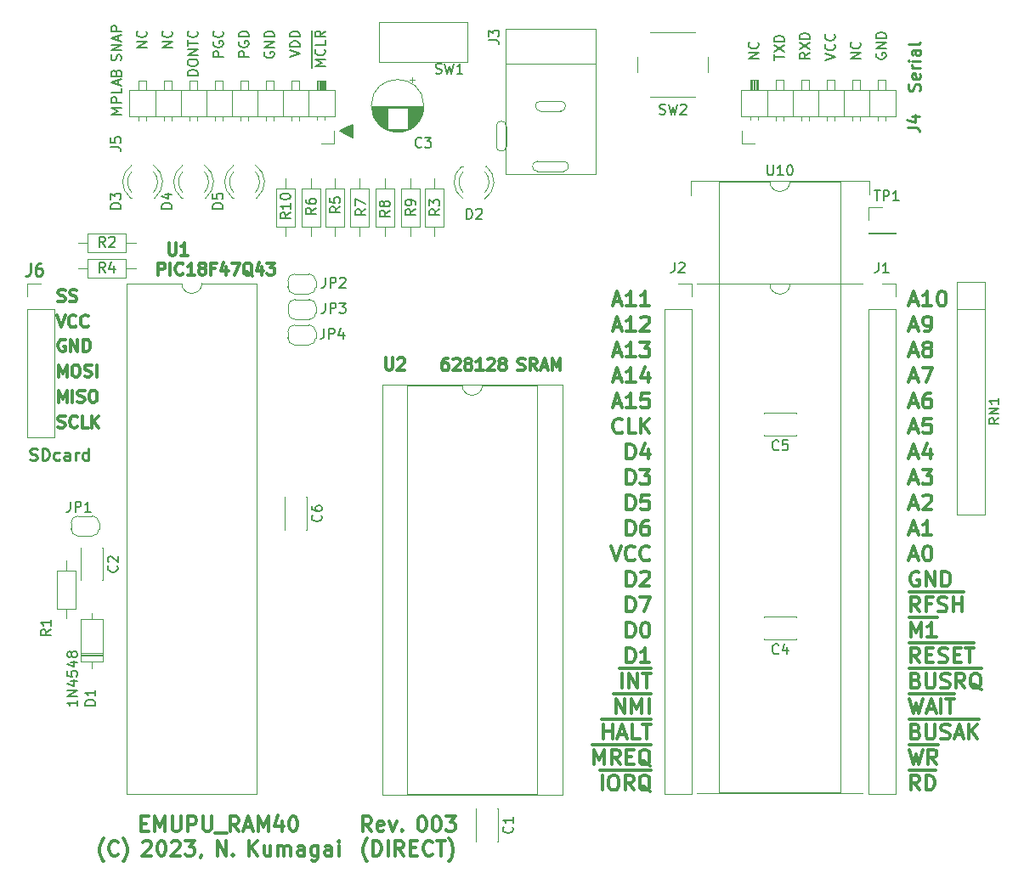
<source format=gto>
G04 #@! TF.GenerationSoftware,KiCad,Pcbnew,(7.0.0)*
G04 #@! TF.CreationDate,2023-05-15T23:49:38+09:00*
G04 #@! TF.ProjectId,EMUPU_RAM40,454d5550-555f-4524-914d-34302e6b6963,003 (DIRECT)*
G04 #@! TF.SameCoordinates,PX55d4a80PY9043270*
G04 #@! TF.FileFunction,Legend,Top*
G04 #@! TF.FilePolarity,Positive*
%FSLAX46Y46*%
G04 Gerber Fmt 4.6, Leading zero omitted, Abs format (unit mm)*
G04 Created by KiCad (PCBNEW (7.0.0)) date 2023-05-15 23:49:38*
%MOMM*%
%LPD*%
G01*
G04 APERTURE LIST*
%ADD10C,0.250000*%
%ADD11C,0.300000*%
%ADD12C,0.200000*%
%ADD13C,0.150000*%
%ADD14C,0.120000*%
G04 APERTURE END LIST*
D10*
X1668571Y41031286D02*
X1840000Y40974143D01*
X1840000Y40974143D02*
X2125714Y40974143D01*
X2125714Y40974143D02*
X2240000Y41031286D01*
X2240000Y41031286D02*
X2297142Y41088429D01*
X2297142Y41088429D02*
X2354285Y41202715D01*
X2354285Y41202715D02*
X2354285Y41317000D01*
X2354285Y41317000D02*
X2297142Y41431286D01*
X2297142Y41431286D02*
X2240000Y41488429D01*
X2240000Y41488429D02*
X2125714Y41545572D01*
X2125714Y41545572D02*
X1897142Y41602715D01*
X1897142Y41602715D02*
X1782857Y41659858D01*
X1782857Y41659858D02*
X1725714Y41717000D01*
X1725714Y41717000D02*
X1668571Y41831286D01*
X1668571Y41831286D02*
X1668571Y41945572D01*
X1668571Y41945572D02*
X1725714Y42059858D01*
X1725714Y42059858D02*
X1782857Y42117000D01*
X1782857Y42117000D02*
X1897142Y42174143D01*
X1897142Y42174143D02*
X2182857Y42174143D01*
X2182857Y42174143D02*
X2354285Y42117000D01*
X2868571Y40974143D02*
X2868571Y42174143D01*
X2868571Y42174143D02*
X3154285Y42174143D01*
X3154285Y42174143D02*
X3325714Y42117000D01*
X3325714Y42117000D02*
X3439999Y42002715D01*
X3439999Y42002715D02*
X3497142Y41888429D01*
X3497142Y41888429D02*
X3554285Y41659858D01*
X3554285Y41659858D02*
X3554285Y41488429D01*
X3554285Y41488429D02*
X3497142Y41259858D01*
X3497142Y41259858D02*
X3439999Y41145572D01*
X3439999Y41145572D02*
X3325714Y41031286D01*
X3325714Y41031286D02*
X3154285Y40974143D01*
X3154285Y40974143D02*
X2868571Y40974143D01*
X4582857Y41031286D02*
X4468571Y40974143D01*
X4468571Y40974143D02*
X4239999Y40974143D01*
X4239999Y40974143D02*
X4125714Y41031286D01*
X4125714Y41031286D02*
X4068571Y41088429D01*
X4068571Y41088429D02*
X4011428Y41202715D01*
X4011428Y41202715D02*
X4011428Y41545572D01*
X4011428Y41545572D02*
X4068571Y41659858D01*
X4068571Y41659858D02*
X4125714Y41717000D01*
X4125714Y41717000D02*
X4239999Y41774143D01*
X4239999Y41774143D02*
X4468571Y41774143D01*
X4468571Y41774143D02*
X4582857Y41717000D01*
X5611428Y40974143D02*
X5611428Y41602715D01*
X5611428Y41602715D02*
X5554285Y41717000D01*
X5554285Y41717000D02*
X5439999Y41774143D01*
X5439999Y41774143D02*
X5211428Y41774143D01*
X5211428Y41774143D02*
X5097142Y41717000D01*
X5611428Y41031286D02*
X5497142Y40974143D01*
X5497142Y40974143D02*
X5211428Y40974143D01*
X5211428Y40974143D02*
X5097142Y41031286D01*
X5097142Y41031286D02*
X5039999Y41145572D01*
X5039999Y41145572D02*
X5039999Y41259858D01*
X5039999Y41259858D02*
X5097142Y41374143D01*
X5097142Y41374143D02*
X5211428Y41431286D01*
X5211428Y41431286D02*
X5497142Y41431286D01*
X5497142Y41431286D02*
X5611428Y41488429D01*
X6182856Y40974143D02*
X6182856Y41774143D01*
X6182856Y41545572D02*
X6239999Y41659858D01*
X6239999Y41659858D02*
X6297142Y41717000D01*
X6297142Y41717000D02*
X6411427Y41774143D01*
X6411427Y41774143D02*
X6525713Y41774143D01*
X7439999Y40974143D02*
X7439999Y42174143D01*
X7439999Y41031286D02*
X7325713Y40974143D01*
X7325713Y40974143D02*
X7097141Y40974143D01*
X7097141Y40974143D02*
X6982856Y41031286D01*
X6982856Y41031286D02*
X6925713Y41088429D01*
X6925713Y41088429D02*
X6868570Y41202715D01*
X6868570Y41202715D02*
X6868570Y41545572D01*
X6868570Y41545572D02*
X6925713Y41659858D01*
X6925713Y41659858D02*
X6982856Y41717000D01*
X6982856Y41717000D02*
X7097141Y41774143D01*
X7097141Y41774143D02*
X7325713Y41774143D01*
X7325713Y41774143D02*
X7439999Y41717000D01*
D11*
X4462571Y44273286D02*
X4634000Y44216143D01*
X4634000Y44216143D02*
X4919714Y44216143D01*
X4919714Y44216143D02*
X5034000Y44273286D01*
X5034000Y44273286D02*
X5091142Y44330429D01*
X5091142Y44330429D02*
X5148285Y44444715D01*
X5148285Y44444715D02*
X5148285Y44559000D01*
X5148285Y44559000D02*
X5091142Y44673286D01*
X5091142Y44673286D02*
X5034000Y44730429D01*
X5034000Y44730429D02*
X4919714Y44787572D01*
X4919714Y44787572D02*
X4691142Y44844715D01*
X4691142Y44844715D02*
X4576857Y44901858D01*
X4576857Y44901858D02*
X4519714Y44959000D01*
X4519714Y44959000D02*
X4462571Y45073286D01*
X4462571Y45073286D02*
X4462571Y45187572D01*
X4462571Y45187572D02*
X4519714Y45301858D01*
X4519714Y45301858D02*
X4576857Y45359000D01*
X4576857Y45359000D02*
X4691142Y45416143D01*
X4691142Y45416143D02*
X4976857Y45416143D01*
X4976857Y45416143D02*
X5148285Y45359000D01*
X6348285Y44330429D02*
X6291142Y44273286D01*
X6291142Y44273286D02*
X6119714Y44216143D01*
X6119714Y44216143D02*
X6005428Y44216143D01*
X6005428Y44216143D02*
X5833999Y44273286D01*
X5833999Y44273286D02*
X5719714Y44387572D01*
X5719714Y44387572D02*
X5662571Y44501858D01*
X5662571Y44501858D02*
X5605428Y44730429D01*
X5605428Y44730429D02*
X5605428Y44901858D01*
X5605428Y44901858D02*
X5662571Y45130429D01*
X5662571Y45130429D02*
X5719714Y45244715D01*
X5719714Y45244715D02*
X5833999Y45359000D01*
X5833999Y45359000D02*
X6005428Y45416143D01*
X6005428Y45416143D02*
X6119714Y45416143D01*
X6119714Y45416143D02*
X6291142Y45359000D01*
X6291142Y45359000D02*
X6348285Y45301858D01*
X7433999Y44216143D02*
X6862571Y44216143D01*
X6862571Y44216143D02*
X6862571Y45416143D01*
X7834000Y44216143D02*
X7834000Y45416143D01*
X8519714Y44216143D02*
X8005428Y44901858D01*
X8519714Y45416143D02*
X7834000Y44730429D01*
X4519714Y46756143D02*
X4519714Y47956143D01*
X4519714Y47956143D02*
X4919714Y47099000D01*
X4919714Y47099000D02*
X5319714Y47956143D01*
X5319714Y47956143D02*
X5319714Y46756143D01*
X5891143Y46756143D02*
X5891143Y47956143D01*
X6405429Y46813286D02*
X6576858Y46756143D01*
X6576858Y46756143D02*
X6862572Y46756143D01*
X6862572Y46756143D02*
X6976858Y46813286D01*
X6976858Y46813286D02*
X7034000Y46870429D01*
X7034000Y46870429D02*
X7091143Y46984715D01*
X7091143Y46984715D02*
X7091143Y47099000D01*
X7091143Y47099000D02*
X7034000Y47213286D01*
X7034000Y47213286D02*
X6976858Y47270429D01*
X6976858Y47270429D02*
X6862572Y47327572D01*
X6862572Y47327572D02*
X6634000Y47384715D01*
X6634000Y47384715D02*
X6519715Y47441858D01*
X6519715Y47441858D02*
X6462572Y47499000D01*
X6462572Y47499000D02*
X6405429Y47613286D01*
X6405429Y47613286D02*
X6405429Y47727572D01*
X6405429Y47727572D02*
X6462572Y47841858D01*
X6462572Y47841858D02*
X6519715Y47899000D01*
X6519715Y47899000D02*
X6634000Y47956143D01*
X6634000Y47956143D02*
X6919715Y47956143D01*
X6919715Y47956143D02*
X7091143Y47899000D01*
X7834000Y47956143D02*
X8062572Y47956143D01*
X8062572Y47956143D02*
X8176857Y47899000D01*
X8176857Y47899000D02*
X8291143Y47784715D01*
X8291143Y47784715D02*
X8348286Y47556143D01*
X8348286Y47556143D02*
X8348286Y47156143D01*
X8348286Y47156143D02*
X8291143Y46927572D01*
X8291143Y46927572D02*
X8176857Y46813286D01*
X8176857Y46813286D02*
X8062572Y46756143D01*
X8062572Y46756143D02*
X7834000Y46756143D01*
X7834000Y46756143D02*
X7719715Y46813286D01*
X7719715Y46813286D02*
X7605429Y46927572D01*
X7605429Y46927572D02*
X7548286Y47156143D01*
X7548286Y47156143D02*
X7548286Y47556143D01*
X7548286Y47556143D02*
X7605429Y47784715D01*
X7605429Y47784715D02*
X7719715Y47899000D01*
X7719715Y47899000D02*
X7834000Y47956143D01*
X4519714Y49296143D02*
X4519714Y50496143D01*
X4519714Y50496143D02*
X4919714Y49639000D01*
X4919714Y49639000D02*
X5319714Y50496143D01*
X5319714Y50496143D02*
X5319714Y49296143D01*
X6119714Y50496143D02*
X6348286Y50496143D01*
X6348286Y50496143D02*
X6462571Y50439000D01*
X6462571Y50439000D02*
X6576857Y50324715D01*
X6576857Y50324715D02*
X6634000Y50096143D01*
X6634000Y50096143D02*
X6634000Y49696143D01*
X6634000Y49696143D02*
X6576857Y49467572D01*
X6576857Y49467572D02*
X6462571Y49353286D01*
X6462571Y49353286D02*
X6348286Y49296143D01*
X6348286Y49296143D02*
X6119714Y49296143D01*
X6119714Y49296143D02*
X6005429Y49353286D01*
X6005429Y49353286D02*
X5891143Y49467572D01*
X5891143Y49467572D02*
X5834000Y49696143D01*
X5834000Y49696143D02*
X5834000Y50096143D01*
X5834000Y50096143D02*
X5891143Y50324715D01*
X5891143Y50324715D02*
X6005429Y50439000D01*
X6005429Y50439000D02*
X6119714Y50496143D01*
X7091143Y49353286D02*
X7262572Y49296143D01*
X7262572Y49296143D02*
X7548286Y49296143D01*
X7548286Y49296143D02*
X7662572Y49353286D01*
X7662572Y49353286D02*
X7719714Y49410429D01*
X7719714Y49410429D02*
X7776857Y49524715D01*
X7776857Y49524715D02*
X7776857Y49639000D01*
X7776857Y49639000D02*
X7719714Y49753286D01*
X7719714Y49753286D02*
X7662572Y49810429D01*
X7662572Y49810429D02*
X7548286Y49867572D01*
X7548286Y49867572D02*
X7319714Y49924715D01*
X7319714Y49924715D02*
X7205429Y49981858D01*
X7205429Y49981858D02*
X7148286Y50039000D01*
X7148286Y50039000D02*
X7091143Y50153286D01*
X7091143Y50153286D02*
X7091143Y50267572D01*
X7091143Y50267572D02*
X7148286Y50381858D01*
X7148286Y50381858D02*
X7205429Y50439000D01*
X7205429Y50439000D02*
X7319714Y50496143D01*
X7319714Y50496143D02*
X7605429Y50496143D01*
X7605429Y50496143D02*
X7776857Y50439000D01*
X8291143Y49296143D02*
X8291143Y50496143D01*
X5148285Y52979000D02*
X5034000Y53036143D01*
X5034000Y53036143D02*
X4862571Y53036143D01*
X4862571Y53036143D02*
X4691142Y52979000D01*
X4691142Y52979000D02*
X4576857Y52864715D01*
X4576857Y52864715D02*
X4519714Y52750429D01*
X4519714Y52750429D02*
X4462571Y52521858D01*
X4462571Y52521858D02*
X4462571Y52350429D01*
X4462571Y52350429D02*
X4519714Y52121858D01*
X4519714Y52121858D02*
X4576857Y52007572D01*
X4576857Y52007572D02*
X4691142Y51893286D01*
X4691142Y51893286D02*
X4862571Y51836143D01*
X4862571Y51836143D02*
X4976857Y51836143D01*
X4976857Y51836143D02*
X5148285Y51893286D01*
X5148285Y51893286D02*
X5205428Y51950429D01*
X5205428Y51950429D02*
X5205428Y52350429D01*
X5205428Y52350429D02*
X4976857Y52350429D01*
X5719714Y51836143D02*
X5719714Y53036143D01*
X5719714Y53036143D02*
X6405428Y51836143D01*
X6405428Y51836143D02*
X6405428Y53036143D01*
X6976857Y51836143D02*
X6976857Y53036143D01*
X6976857Y53036143D02*
X7262571Y53036143D01*
X7262571Y53036143D02*
X7434000Y52979000D01*
X7434000Y52979000D02*
X7548285Y52864715D01*
X7548285Y52864715D02*
X7605428Y52750429D01*
X7605428Y52750429D02*
X7662571Y52521858D01*
X7662571Y52521858D02*
X7662571Y52350429D01*
X7662571Y52350429D02*
X7605428Y52121858D01*
X7605428Y52121858D02*
X7548285Y52007572D01*
X7548285Y52007572D02*
X7434000Y51893286D01*
X7434000Y51893286D02*
X7262571Y51836143D01*
X7262571Y51836143D02*
X6976857Y51836143D01*
X4348285Y55449143D02*
X4748285Y54249143D01*
X4748285Y54249143D02*
X5148285Y55449143D01*
X6233999Y54363429D02*
X6176856Y54306286D01*
X6176856Y54306286D02*
X6005428Y54249143D01*
X6005428Y54249143D02*
X5891142Y54249143D01*
X5891142Y54249143D02*
X5719713Y54306286D01*
X5719713Y54306286D02*
X5605428Y54420572D01*
X5605428Y54420572D02*
X5548285Y54534858D01*
X5548285Y54534858D02*
X5491142Y54763429D01*
X5491142Y54763429D02*
X5491142Y54934858D01*
X5491142Y54934858D02*
X5548285Y55163429D01*
X5548285Y55163429D02*
X5605428Y55277715D01*
X5605428Y55277715D02*
X5719713Y55392000D01*
X5719713Y55392000D02*
X5891142Y55449143D01*
X5891142Y55449143D02*
X6005428Y55449143D01*
X6005428Y55449143D02*
X6176856Y55392000D01*
X6176856Y55392000D02*
X6233999Y55334858D01*
X7433999Y54363429D02*
X7376856Y54306286D01*
X7376856Y54306286D02*
X7205428Y54249143D01*
X7205428Y54249143D02*
X7091142Y54249143D01*
X7091142Y54249143D02*
X6919713Y54306286D01*
X6919713Y54306286D02*
X6805428Y54420572D01*
X6805428Y54420572D02*
X6748285Y54534858D01*
X6748285Y54534858D02*
X6691142Y54763429D01*
X6691142Y54763429D02*
X6691142Y54934858D01*
X6691142Y54934858D02*
X6748285Y55163429D01*
X6748285Y55163429D02*
X6805428Y55277715D01*
X6805428Y55277715D02*
X6919713Y55392000D01*
X6919713Y55392000D02*
X7091142Y55449143D01*
X7091142Y55449143D02*
X7205428Y55449143D01*
X7205428Y55449143D02*
X7376856Y55392000D01*
X7376856Y55392000D02*
X7433999Y55334858D01*
X4462571Y56846286D02*
X4634000Y56789143D01*
X4634000Y56789143D02*
X4919714Y56789143D01*
X4919714Y56789143D02*
X5034000Y56846286D01*
X5034000Y56846286D02*
X5091142Y56903429D01*
X5091142Y56903429D02*
X5148285Y57017715D01*
X5148285Y57017715D02*
X5148285Y57132000D01*
X5148285Y57132000D02*
X5091142Y57246286D01*
X5091142Y57246286D02*
X5034000Y57303429D01*
X5034000Y57303429D02*
X4919714Y57360572D01*
X4919714Y57360572D02*
X4691142Y57417715D01*
X4691142Y57417715D02*
X4576857Y57474858D01*
X4576857Y57474858D02*
X4519714Y57532000D01*
X4519714Y57532000D02*
X4462571Y57646286D01*
X4462571Y57646286D02*
X4462571Y57760572D01*
X4462571Y57760572D02*
X4519714Y57874858D01*
X4519714Y57874858D02*
X4576857Y57932000D01*
X4576857Y57932000D02*
X4691142Y57989143D01*
X4691142Y57989143D02*
X4976857Y57989143D01*
X4976857Y57989143D02*
X5148285Y57932000D01*
X5605428Y56846286D02*
X5776857Y56789143D01*
X5776857Y56789143D02*
X6062571Y56789143D01*
X6062571Y56789143D02*
X6176857Y56846286D01*
X6176857Y56846286D02*
X6233999Y56903429D01*
X6233999Y56903429D02*
X6291142Y57017715D01*
X6291142Y57017715D02*
X6291142Y57132000D01*
X6291142Y57132000D02*
X6233999Y57246286D01*
X6233999Y57246286D02*
X6176857Y57303429D01*
X6176857Y57303429D02*
X6062571Y57360572D01*
X6062571Y57360572D02*
X5833999Y57417715D01*
X5833999Y57417715D02*
X5719714Y57474858D01*
X5719714Y57474858D02*
X5662571Y57532000D01*
X5662571Y57532000D02*
X5605428Y57646286D01*
X5605428Y57646286D02*
X5605428Y57760572D01*
X5605428Y57760572D02*
X5662571Y57874858D01*
X5662571Y57874858D02*
X5719714Y57932000D01*
X5719714Y57932000D02*
X5833999Y57989143D01*
X5833999Y57989143D02*
X6119714Y57989143D01*
X6119714Y57989143D02*
X6291142Y57932000D01*
X43261000Y51131143D02*
X43032428Y51131143D01*
X43032428Y51131143D02*
X42918142Y51074000D01*
X42918142Y51074000D02*
X42861000Y51016858D01*
X42861000Y51016858D02*
X42746714Y50845429D01*
X42746714Y50845429D02*
X42689571Y50616858D01*
X42689571Y50616858D02*
X42689571Y50159715D01*
X42689571Y50159715D02*
X42746714Y50045429D01*
X42746714Y50045429D02*
X42803857Y49988286D01*
X42803857Y49988286D02*
X42918142Y49931143D01*
X42918142Y49931143D02*
X43146714Y49931143D01*
X43146714Y49931143D02*
X43261000Y49988286D01*
X43261000Y49988286D02*
X43318142Y50045429D01*
X43318142Y50045429D02*
X43375285Y50159715D01*
X43375285Y50159715D02*
X43375285Y50445429D01*
X43375285Y50445429D02*
X43318142Y50559715D01*
X43318142Y50559715D02*
X43261000Y50616858D01*
X43261000Y50616858D02*
X43146714Y50674000D01*
X43146714Y50674000D02*
X42918142Y50674000D01*
X42918142Y50674000D02*
X42803857Y50616858D01*
X42803857Y50616858D02*
X42746714Y50559715D01*
X42746714Y50559715D02*
X42689571Y50445429D01*
X43832428Y51016858D02*
X43889571Y51074000D01*
X43889571Y51074000D02*
X44003857Y51131143D01*
X44003857Y51131143D02*
X44289571Y51131143D01*
X44289571Y51131143D02*
X44403857Y51074000D01*
X44403857Y51074000D02*
X44460999Y51016858D01*
X44460999Y51016858D02*
X44518142Y50902572D01*
X44518142Y50902572D02*
X44518142Y50788286D01*
X44518142Y50788286D02*
X44460999Y50616858D01*
X44460999Y50616858D02*
X43775285Y49931143D01*
X43775285Y49931143D02*
X44518142Y49931143D01*
X45203856Y50616858D02*
X45089571Y50674000D01*
X45089571Y50674000D02*
X45032428Y50731143D01*
X45032428Y50731143D02*
X44975285Y50845429D01*
X44975285Y50845429D02*
X44975285Y50902572D01*
X44975285Y50902572D02*
X45032428Y51016858D01*
X45032428Y51016858D02*
X45089571Y51074000D01*
X45089571Y51074000D02*
X45203856Y51131143D01*
X45203856Y51131143D02*
X45432428Y51131143D01*
X45432428Y51131143D02*
X45546714Y51074000D01*
X45546714Y51074000D02*
X45603856Y51016858D01*
X45603856Y51016858D02*
X45660999Y50902572D01*
X45660999Y50902572D02*
X45660999Y50845429D01*
X45660999Y50845429D02*
X45603856Y50731143D01*
X45603856Y50731143D02*
X45546714Y50674000D01*
X45546714Y50674000D02*
X45432428Y50616858D01*
X45432428Y50616858D02*
X45203856Y50616858D01*
X45203856Y50616858D02*
X45089571Y50559715D01*
X45089571Y50559715D02*
X45032428Y50502572D01*
X45032428Y50502572D02*
X44975285Y50388286D01*
X44975285Y50388286D02*
X44975285Y50159715D01*
X44975285Y50159715D02*
X45032428Y50045429D01*
X45032428Y50045429D02*
X45089571Y49988286D01*
X45089571Y49988286D02*
X45203856Y49931143D01*
X45203856Y49931143D02*
X45432428Y49931143D01*
X45432428Y49931143D02*
X45546714Y49988286D01*
X45546714Y49988286D02*
X45603856Y50045429D01*
X45603856Y50045429D02*
X45660999Y50159715D01*
X45660999Y50159715D02*
X45660999Y50388286D01*
X45660999Y50388286D02*
X45603856Y50502572D01*
X45603856Y50502572D02*
X45546714Y50559715D01*
X45546714Y50559715D02*
X45432428Y50616858D01*
X46803856Y49931143D02*
X46118142Y49931143D01*
X46460999Y49931143D02*
X46460999Y51131143D01*
X46460999Y51131143D02*
X46346713Y50959715D01*
X46346713Y50959715D02*
X46232428Y50845429D01*
X46232428Y50845429D02*
X46118142Y50788286D01*
X47260999Y51016858D02*
X47318142Y51074000D01*
X47318142Y51074000D02*
X47432428Y51131143D01*
X47432428Y51131143D02*
X47718142Y51131143D01*
X47718142Y51131143D02*
X47832428Y51074000D01*
X47832428Y51074000D02*
X47889570Y51016858D01*
X47889570Y51016858D02*
X47946713Y50902572D01*
X47946713Y50902572D02*
X47946713Y50788286D01*
X47946713Y50788286D02*
X47889570Y50616858D01*
X47889570Y50616858D02*
X47203856Y49931143D01*
X47203856Y49931143D02*
X47946713Y49931143D01*
X48632427Y50616858D02*
X48518142Y50674000D01*
X48518142Y50674000D02*
X48460999Y50731143D01*
X48460999Y50731143D02*
X48403856Y50845429D01*
X48403856Y50845429D02*
X48403856Y50902572D01*
X48403856Y50902572D02*
X48460999Y51016858D01*
X48460999Y51016858D02*
X48518142Y51074000D01*
X48518142Y51074000D02*
X48632427Y51131143D01*
X48632427Y51131143D02*
X48860999Y51131143D01*
X48860999Y51131143D02*
X48975285Y51074000D01*
X48975285Y51074000D02*
X49032427Y51016858D01*
X49032427Y51016858D02*
X49089570Y50902572D01*
X49089570Y50902572D02*
X49089570Y50845429D01*
X49089570Y50845429D02*
X49032427Y50731143D01*
X49032427Y50731143D02*
X48975285Y50674000D01*
X48975285Y50674000D02*
X48860999Y50616858D01*
X48860999Y50616858D02*
X48632427Y50616858D01*
X48632427Y50616858D02*
X48518142Y50559715D01*
X48518142Y50559715D02*
X48460999Y50502572D01*
X48460999Y50502572D02*
X48403856Y50388286D01*
X48403856Y50388286D02*
X48403856Y50159715D01*
X48403856Y50159715D02*
X48460999Y50045429D01*
X48460999Y50045429D02*
X48518142Y49988286D01*
X48518142Y49988286D02*
X48632427Y49931143D01*
X48632427Y49931143D02*
X48860999Y49931143D01*
X48860999Y49931143D02*
X48975285Y49988286D01*
X48975285Y49988286D02*
X49032427Y50045429D01*
X49032427Y50045429D02*
X49089570Y50159715D01*
X49089570Y50159715D02*
X49089570Y50388286D01*
X49089570Y50388286D02*
X49032427Y50502572D01*
X49032427Y50502572D02*
X48975285Y50559715D01*
X48975285Y50559715D02*
X48860999Y50616858D01*
X50266713Y49988286D02*
X50438142Y49931143D01*
X50438142Y49931143D02*
X50723856Y49931143D01*
X50723856Y49931143D02*
X50838142Y49988286D01*
X50838142Y49988286D02*
X50895284Y50045429D01*
X50895284Y50045429D02*
X50952427Y50159715D01*
X50952427Y50159715D02*
X50952427Y50274000D01*
X50952427Y50274000D02*
X50895284Y50388286D01*
X50895284Y50388286D02*
X50838142Y50445429D01*
X50838142Y50445429D02*
X50723856Y50502572D01*
X50723856Y50502572D02*
X50495284Y50559715D01*
X50495284Y50559715D02*
X50380999Y50616858D01*
X50380999Y50616858D02*
X50323856Y50674000D01*
X50323856Y50674000D02*
X50266713Y50788286D01*
X50266713Y50788286D02*
X50266713Y50902572D01*
X50266713Y50902572D02*
X50323856Y51016858D01*
X50323856Y51016858D02*
X50380999Y51074000D01*
X50380999Y51074000D02*
X50495284Y51131143D01*
X50495284Y51131143D02*
X50780999Y51131143D01*
X50780999Y51131143D02*
X50952427Y51074000D01*
X52152427Y49931143D02*
X51752427Y50502572D01*
X51466713Y49931143D02*
X51466713Y51131143D01*
X51466713Y51131143D02*
X51923856Y51131143D01*
X51923856Y51131143D02*
X52038141Y51074000D01*
X52038141Y51074000D02*
X52095284Y51016858D01*
X52095284Y51016858D02*
X52152427Y50902572D01*
X52152427Y50902572D02*
X52152427Y50731143D01*
X52152427Y50731143D02*
X52095284Y50616858D01*
X52095284Y50616858D02*
X52038141Y50559715D01*
X52038141Y50559715D02*
X51923856Y50502572D01*
X51923856Y50502572D02*
X51466713Y50502572D01*
X52609570Y50274000D02*
X53180999Y50274000D01*
X52495284Y49931143D02*
X52895284Y51131143D01*
X52895284Y51131143D02*
X53295284Y49931143D01*
X53695284Y49931143D02*
X53695284Y51131143D01*
X53695284Y51131143D02*
X54095284Y50274000D01*
X54095284Y50274000D02*
X54495284Y51131143D01*
X54495284Y51131143D02*
X54495284Y49931143D01*
D12*
G36*
X33825000Y73165000D02*
G01*
X32555000Y73800000D01*
X33825000Y74435000D01*
X33825000Y73165000D01*
G37*
X33825000Y73165000D02*
X32555000Y73800000D01*
X33825000Y74435000D01*
X33825000Y73165000D01*
D11*
X61098571Y25866429D02*
X61098571Y27366429D01*
X61098571Y27366429D02*
X61455714Y27366429D01*
X61455714Y27366429D02*
X61670000Y27295000D01*
X61670000Y27295000D02*
X61812857Y27152143D01*
X61812857Y27152143D02*
X61884286Y27009286D01*
X61884286Y27009286D02*
X61955714Y26723572D01*
X61955714Y26723572D02*
X61955714Y26509286D01*
X61955714Y26509286D02*
X61884286Y26223572D01*
X61884286Y26223572D02*
X61812857Y26080715D01*
X61812857Y26080715D02*
X61670000Y25937858D01*
X61670000Y25937858D02*
X61455714Y25866429D01*
X61455714Y25866429D02*
X61098571Y25866429D01*
X62455714Y27366429D02*
X63455714Y27366429D01*
X63455714Y27366429D02*
X62812857Y25866429D01*
X89927142Y19032143D02*
X90141428Y18960715D01*
X90141428Y18960715D02*
X90212857Y18889286D01*
X90212857Y18889286D02*
X90284285Y18746429D01*
X90284285Y18746429D02*
X90284285Y18532143D01*
X90284285Y18532143D02*
X90212857Y18389286D01*
X90212857Y18389286D02*
X90141428Y18317858D01*
X90141428Y18317858D02*
X89998571Y18246429D01*
X89998571Y18246429D02*
X89427142Y18246429D01*
X89427142Y18246429D02*
X89427142Y19746429D01*
X89427142Y19746429D02*
X89927142Y19746429D01*
X89927142Y19746429D02*
X90070000Y19675000D01*
X90070000Y19675000D02*
X90141428Y19603572D01*
X90141428Y19603572D02*
X90212857Y19460715D01*
X90212857Y19460715D02*
X90212857Y19317858D01*
X90212857Y19317858D02*
X90141428Y19175000D01*
X90141428Y19175000D02*
X90070000Y19103572D01*
X90070000Y19103572D02*
X89927142Y19032143D01*
X89927142Y19032143D02*
X89427142Y19032143D01*
X90927142Y19746429D02*
X90927142Y18532143D01*
X90927142Y18532143D02*
X90998571Y18389286D01*
X90998571Y18389286D02*
X91070000Y18317858D01*
X91070000Y18317858D02*
X91212857Y18246429D01*
X91212857Y18246429D02*
X91498571Y18246429D01*
X91498571Y18246429D02*
X91641428Y18317858D01*
X91641428Y18317858D02*
X91712857Y18389286D01*
X91712857Y18389286D02*
X91784285Y18532143D01*
X91784285Y18532143D02*
X91784285Y19746429D01*
X92427143Y18317858D02*
X92641429Y18246429D01*
X92641429Y18246429D02*
X92998571Y18246429D01*
X92998571Y18246429D02*
X93141429Y18317858D01*
X93141429Y18317858D02*
X93212857Y18389286D01*
X93212857Y18389286D02*
X93284286Y18532143D01*
X93284286Y18532143D02*
X93284286Y18675000D01*
X93284286Y18675000D02*
X93212857Y18817858D01*
X93212857Y18817858D02*
X93141429Y18889286D01*
X93141429Y18889286D02*
X92998571Y18960715D01*
X92998571Y18960715D02*
X92712857Y19032143D01*
X92712857Y19032143D02*
X92570000Y19103572D01*
X92570000Y19103572D02*
X92498571Y19175000D01*
X92498571Y19175000D02*
X92427143Y19317858D01*
X92427143Y19317858D02*
X92427143Y19460715D01*
X92427143Y19460715D02*
X92498571Y19603572D01*
X92498571Y19603572D02*
X92570000Y19675000D01*
X92570000Y19675000D02*
X92712857Y19746429D01*
X92712857Y19746429D02*
X93070000Y19746429D01*
X93070000Y19746429D02*
X93284286Y19675000D01*
X94784285Y18246429D02*
X94284285Y18960715D01*
X93927142Y18246429D02*
X93927142Y19746429D01*
X93927142Y19746429D02*
X94498571Y19746429D01*
X94498571Y19746429D02*
X94641428Y19675000D01*
X94641428Y19675000D02*
X94712857Y19603572D01*
X94712857Y19603572D02*
X94784285Y19460715D01*
X94784285Y19460715D02*
X94784285Y19246429D01*
X94784285Y19246429D02*
X94712857Y19103572D01*
X94712857Y19103572D02*
X94641428Y19032143D01*
X94641428Y19032143D02*
X94498571Y18960715D01*
X94498571Y18960715D02*
X93927142Y18960715D01*
X96427142Y18103572D02*
X96284285Y18175000D01*
X96284285Y18175000D02*
X96141428Y18317858D01*
X96141428Y18317858D02*
X95927142Y18532143D01*
X95927142Y18532143D02*
X95784285Y18603572D01*
X95784285Y18603572D02*
X95641428Y18603572D01*
X95712857Y18246429D02*
X95570000Y18317858D01*
X95570000Y18317858D02*
X95427142Y18460715D01*
X95427142Y18460715D02*
X95355714Y18746429D01*
X95355714Y18746429D02*
X95355714Y19246429D01*
X95355714Y19246429D02*
X95427142Y19532143D01*
X95427142Y19532143D02*
X95570000Y19675000D01*
X95570000Y19675000D02*
X95712857Y19746429D01*
X95712857Y19746429D02*
X95998571Y19746429D01*
X95998571Y19746429D02*
X96141428Y19675000D01*
X96141428Y19675000D02*
X96284285Y19532143D01*
X96284285Y19532143D02*
X96355714Y19246429D01*
X96355714Y19246429D02*
X96355714Y18746429D01*
X96355714Y18746429D02*
X96284285Y18460715D01*
X96284285Y18460715D02*
X96141428Y18317858D01*
X96141428Y18317858D02*
X95998571Y18246429D01*
X95998571Y18246429D02*
X95712857Y18246429D01*
X89220000Y20275000D02*
X96491429Y20275000D01*
X59812858Y51695000D02*
X60527144Y51695000D01*
X59670001Y51266429D02*
X60170001Y52766429D01*
X60170001Y52766429D02*
X60670001Y51266429D01*
X61955715Y51266429D02*
X61098572Y51266429D01*
X61527143Y51266429D02*
X61527143Y52766429D01*
X61527143Y52766429D02*
X61384286Y52552143D01*
X61384286Y52552143D02*
X61241429Y52409286D01*
X61241429Y52409286D02*
X61098572Y52337858D01*
X62455714Y52766429D02*
X63384286Y52766429D01*
X63384286Y52766429D02*
X62884286Y52195000D01*
X62884286Y52195000D02*
X63098571Y52195000D01*
X63098571Y52195000D02*
X63241429Y52123572D01*
X63241429Y52123572D02*
X63312857Y52052143D01*
X63312857Y52052143D02*
X63384286Y51909286D01*
X63384286Y51909286D02*
X63384286Y51552143D01*
X63384286Y51552143D02*
X63312857Y51409286D01*
X63312857Y51409286D02*
X63241429Y51337858D01*
X63241429Y51337858D02*
X63098571Y51266429D01*
X63098571Y51266429D02*
X62670000Y51266429D01*
X62670000Y51266429D02*
X62527143Y51337858D01*
X62527143Y51337858D02*
X62455714Y51409286D01*
X12739999Y4764643D02*
X13239999Y4764643D01*
X13454285Y3978929D02*
X12739999Y3978929D01*
X12739999Y3978929D02*
X12739999Y5478929D01*
X12739999Y5478929D02*
X13454285Y5478929D01*
X14097142Y3978929D02*
X14097142Y5478929D01*
X14097142Y5478929D02*
X14597142Y4407500D01*
X14597142Y4407500D02*
X15097142Y5478929D01*
X15097142Y5478929D02*
X15097142Y3978929D01*
X15811428Y5478929D02*
X15811428Y4264643D01*
X15811428Y4264643D02*
X15882857Y4121786D01*
X15882857Y4121786D02*
X15954286Y4050358D01*
X15954286Y4050358D02*
X16097143Y3978929D01*
X16097143Y3978929D02*
X16382857Y3978929D01*
X16382857Y3978929D02*
X16525714Y4050358D01*
X16525714Y4050358D02*
X16597143Y4121786D01*
X16597143Y4121786D02*
X16668571Y4264643D01*
X16668571Y4264643D02*
X16668571Y5478929D01*
X17382857Y3978929D02*
X17382857Y5478929D01*
X17382857Y5478929D02*
X17954286Y5478929D01*
X17954286Y5478929D02*
X18097143Y5407500D01*
X18097143Y5407500D02*
X18168572Y5336072D01*
X18168572Y5336072D02*
X18240000Y5193215D01*
X18240000Y5193215D02*
X18240000Y4978929D01*
X18240000Y4978929D02*
X18168572Y4836072D01*
X18168572Y4836072D02*
X18097143Y4764643D01*
X18097143Y4764643D02*
X17954286Y4693215D01*
X17954286Y4693215D02*
X17382857Y4693215D01*
X18882857Y5478929D02*
X18882857Y4264643D01*
X18882857Y4264643D02*
X18954286Y4121786D01*
X18954286Y4121786D02*
X19025715Y4050358D01*
X19025715Y4050358D02*
X19168572Y3978929D01*
X19168572Y3978929D02*
X19454286Y3978929D01*
X19454286Y3978929D02*
X19597143Y4050358D01*
X19597143Y4050358D02*
X19668572Y4121786D01*
X19668572Y4121786D02*
X19740000Y4264643D01*
X19740000Y4264643D02*
X19740000Y5478929D01*
X20097144Y3836072D02*
X21240001Y3836072D01*
X22454286Y3978929D02*
X21954286Y4693215D01*
X21597143Y3978929D02*
X21597143Y5478929D01*
X21597143Y5478929D02*
X22168572Y5478929D01*
X22168572Y5478929D02*
X22311429Y5407500D01*
X22311429Y5407500D02*
X22382858Y5336072D01*
X22382858Y5336072D02*
X22454286Y5193215D01*
X22454286Y5193215D02*
X22454286Y4978929D01*
X22454286Y4978929D02*
X22382858Y4836072D01*
X22382858Y4836072D02*
X22311429Y4764643D01*
X22311429Y4764643D02*
X22168572Y4693215D01*
X22168572Y4693215D02*
X21597143Y4693215D01*
X23025715Y4407500D02*
X23740001Y4407500D01*
X22882858Y3978929D02*
X23382858Y5478929D01*
X23382858Y5478929D02*
X23882858Y3978929D01*
X24382857Y3978929D02*
X24382857Y5478929D01*
X24382857Y5478929D02*
X24882857Y4407500D01*
X24882857Y4407500D02*
X25382857Y5478929D01*
X25382857Y5478929D02*
X25382857Y3978929D01*
X26740001Y4978929D02*
X26740001Y3978929D01*
X26382858Y5550358D02*
X26025715Y4478929D01*
X26025715Y4478929D02*
X26954286Y4478929D01*
X27811429Y5478929D02*
X27954286Y5478929D01*
X27954286Y5478929D02*
X28097143Y5407500D01*
X28097143Y5407500D02*
X28168572Y5336072D01*
X28168572Y5336072D02*
X28240000Y5193215D01*
X28240000Y5193215D02*
X28311429Y4907500D01*
X28311429Y4907500D02*
X28311429Y4550358D01*
X28311429Y4550358D02*
X28240000Y4264643D01*
X28240000Y4264643D02*
X28168572Y4121786D01*
X28168572Y4121786D02*
X28097143Y4050358D01*
X28097143Y4050358D02*
X27954286Y3978929D01*
X27954286Y3978929D02*
X27811429Y3978929D01*
X27811429Y3978929D02*
X27668572Y4050358D01*
X27668572Y4050358D02*
X27597143Y4121786D01*
X27597143Y4121786D02*
X27525714Y4264643D01*
X27525714Y4264643D02*
X27454286Y4550358D01*
X27454286Y4550358D02*
X27454286Y4907500D01*
X27454286Y4907500D02*
X27525714Y5193215D01*
X27525714Y5193215D02*
X27597143Y5336072D01*
X27597143Y5336072D02*
X27668572Y5407500D01*
X27668572Y5407500D02*
X27811429Y5478929D01*
X8997143Y977500D02*
X8925714Y1048929D01*
X8925714Y1048929D02*
X8782857Y1263215D01*
X8782857Y1263215D02*
X8711429Y1406072D01*
X8711429Y1406072D02*
X8640000Y1620358D01*
X8640000Y1620358D02*
X8568571Y1977500D01*
X8568571Y1977500D02*
X8568571Y2263215D01*
X8568571Y2263215D02*
X8640000Y2620358D01*
X8640000Y2620358D02*
X8711429Y2834643D01*
X8711429Y2834643D02*
X8782857Y2977500D01*
X8782857Y2977500D02*
X8925714Y3191786D01*
X8925714Y3191786D02*
X8997143Y3263215D01*
X10425714Y1691786D02*
X10354286Y1620358D01*
X10354286Y1620358D02*
X10140000Y1548929D01*
X10140000Y1548929D02*
X9997143Y1548929D01*
X9997143Y1548929D02*
X9782857Y1620358D01*
X9782857Y1620358D02*
X9640000Y1763215D01*
X9640000Y1763215D02*
X9568571Y1906072D01*
X9568571Y1906072D02*
X9497143Y2191786D01*
X9497143Y2191786D02*
X9497143Y2406072D01*
X9497143Y2406072D02*
X9568571Y2691786D01*
X9568571Y2691786D02*
X9640000Y2834643D01*
X9640000Y2834643D02*
X9782857Y2977500D01*
X9782857Y2977500D02*
X9997143Y3048929D01*
X9997143Y3048929D02*
X10140000Y3048929D01*
X10140000Y3048929D02*
X10354286Y2977500D01*
X10354286Y2977500D02*
X10425714Y2906072D01*
X10925714Y977500D02*
X10997143Y1048929D01*
X10997143Y1048929D02*
X11140000Y1263215D01*
X11140000Y1263215D02*
X11211429Y1406072D01*
X11211429Y1406072D02*
X11282857Y1620358D01*
X11282857Y1620358D02*
X11354286Y1977500D01*
X11354286Y1977500D02*
X11354286Y2263215D01*
X11354286Y2263215D02*
X11282857Y2620358D01*
X11282857Y2620358D02*
X11211429Y2834643D01*
X11211429Y2834643D02*
X11140000Y2977500D01*
X11140000Y2977500D02*
X10997143Y3191786D01*
X10997143Y3191786D02*
X10925714Y3263215D01*
X12897143Y2906072D02*
X12968571Y2977500D01*
X12968571Y2977500D02*
X13111429Y3048929D01*
X13111429Y3048929D02*
X13468571Y3048929D01*
X13468571Y3048929D02*
X13611429Y2977500D01*
X13611429Y2977500D02*
X13682857Y2906072D01*
X13682857Y2906072D02*
X13754286Y2763215D01*
X13754286Y2763215D02*
X13754286Y2620358D01*
X13754286Y2620358D02*
X13682857Y2406072D01*
X13682857Y2406072D02*
X12825714Y1548929D01*
X12825714Y1548929D02*
X13754286Y1548929D01*
X14682857Y3048929D02*
X14825714Y3048929D01*
X14825714Y3048929D02*
X14968571Y2977500D01*
X14968571Y2977500D02*
X15040000Y2906072D01*
X15040000Y2906072D02*
X15111428Y2763215D01*
X15111428Y2763215D02*
X15182857Y2477500D01*
X15182857Y2477500D02*
X15182857Y2120358D01*
X15182857Y2120358D02*
X15111428Y1834643D01*
X15111428Y1834643D02*
X15040000Y1691786D01*
X15040000Y1691786D02*
X14968571Y1620358D01*
X14968571Y1620358D02*
X14825714Y1548929D01*
X14825714Y1548929D02*
X14682857Y1548929D01*
X14682857Y1548929D02*
X14540000Y1620358D01*
X14540000Y1620358D02*
X14468571Y1691786D01*
X14468571Y1691786D02*
X14397142Y1834643D01*
X14397142Y1834643D02*
X14325714Y2120358D01*
X14325714Y2120358D02*
X14325714Y2477500D01*
X14325714Y2477500D02*
X14397142Y2763215D01*
X14397142Y2763215D02*
X14468571Y2906072D01*
X14468571Y2906072D02*
X14540000Y2977500D01*
X14540000Y2977500D02*
X14682857Y3048929D01*
X15754285Y2906072D02*
X15825713Y2977500D01*
X15825713Y2977500D02*
X15968571Y3048929D01*
X15968571Y3048929D02*
X16325713Y3048929D01*
X16325713Y3048929D02*
X16468571Y2977500D01*
X16468571Y2977500D02*
X16539999Y2906072D01*
X16539999Y2906072D02*
X16611428Y2763215D01*
X16611428Y2763215D02*
X16611428Y2620358D01*
X16611428Y2620358D02*
X16539999Y2406072D01*
X16539999Y2406072D02*
X15682856Y1548929D01*
X15682856Y1548929D02*
X16611428Y1548929D01*
X17111427Y3048929D02*
X18039999Y3048929D01*
X18039999Y3048929D02*
X17539999Y2477500D01*
X17539999Y2477500D02*
X17754284Y2477500D01*
X17754284Y2477500D02*
X17897142Y2406072D01*
X17897142Y2406072D02*
X17968570Y2334643D01*
X17968570Y2334643D02*
X18039999Y2191786D01*
X18039999Y2191786D02*
X18039999Y1834643D01*
X18039999Y1834643D02*
X17968570Y1691786D01*
X17968570Y1691786D02*
X17897142Y1620358D01*
X17897142Y1620358D02*
X17754284Y1548929D01*
X17754284Y1548929D02*
X17325713Y1548929D01*
X17325713Y1548929D02*
X17182856Y1620358D01*
X17182856Y1620358D02*
X17111427Y1691786D01*
X18754284Y1620358D02*
X18754284Y1548929D01*
X18754284Y1548929D02*
X18682855Y1406072D01*
X18682855Y1406072D02*
X18611427Y1334643D01*
X20297141Y1548929D02*
X20297141Y3048929D01*
X20297141Y3048929D02*
X21154284Y1548929D01*
X21154284Y1548929D02*
X21154284Y3048929D01*
X21868570Y1691786D02*
X21939999Y1620358D01*
X21939999Y1620358D02*
X21868570Y1548929D01*
X21868570Y1548929D02*
X21797142Y1620358D01*
X21797142Y1620358D02*
X21868570Y1691786D01*
X21868570Y1691786D02*
X21868570Y1548929D01*
X23482856Y1548929D02*
X23482856Y3048929D01*
X24339999Y1548929D02*
X23697142Y2406072D01*
X24339999Y3048929D02*
X23482856Y2191786D01*
X25625714Y2548929D02*
X25625714Y1548929D01*
X24982856Y2548929D02*
X24982856Y1763215D01*
X24982856Y1763215D02*
X25054285Y1620358D01*
X25054285Y1620358D02*
X25197142Y1548929D01*
X25197142Y1548929D02*
X25411428Y1548929D01*
X25411428Y1548929D02*
X25554285Y1620358D01*
X25554285Y1620358D02*
X25625714Y1691786D01*
X26339999Y1548929D02*
X26339999Y2548929D01*
X26339999Y2406072D02*
X26411428Y2477500D01*
X26411428Y2477500D02*
X26554285Y2548929D01*
X26554285Y2548929D02*
X26768571Y2548929D01*
X26768571Y2548929D02*
X26911428Y2477500D01*
X26911428Y2477500D02*
X26982857Y2334643D01*
X26982857Y2334643D02*
X26982857Y1548929D01*
X26982857Y2334643D02*
X27054285Y2477500D01*
X27054285Y2477500D02*
X27197142Y2548929D01*
X27197142Y2548929D02*
X27411428Y2548929D01*
X27411428Y2548929D02*
X27554285Y2477500D01*
X27554285Y2477500D02*
X27625714Y2334643D01*
X27625714Y2334643D02*
X27625714Y1548929D01*
X28982857Y1548929D02*
X28982857Y2334643D01*
X28982857Y2334643D02*
X28911428Y2477500D01*
X28911428Y2477500D02*
X28768571Y2548929D01*
X28768571Y2548929D02*
X28482857Y2548929D01*
X28482857Y2548929D02*
X28339999Y2477500D01*
X28982857Y1620358D02*
X28839999Y1548929D01*
X28839999Y1548929D02*
X28482857Y1548929D01*
X28482857Y1548929D02*
X28339999Y1620358D01*
X28339999Y1620358D02*
X28268571Y1763215D01*
X28268571Y1763215D02*
X28268571Y1906072D01*
X28268571Y1906072D02*
X28339999Y2048929D01*
X28339999Y2048929D02*
X28482857Y2120358D01*
X28482857Y2120358D02*
X28839999Y2120358D01*
X28839999Y2120358D02*
X28982857Y2191786D01*
X30340000Y2548929D02*
X30340000Y1334643D01*
X30340000Y1334643D02*
X30268571Y1191786D01*
X30268571Y1191786D02*
X30197142Y1120358D01*
X30197142Y1120358D02*
X30054285Y1048929D01*
X30054285Y1048929D02*
X29840000Y1048929D01*
X29840000Y1048929D02*
X29697142Y1120358D01*
X30340000Y1620358D02*
X30197142Y1548929D01*
X30197142Y1548929D02*
X29911428Y1548929D01*
X29911428Y1548929D02*
X29768571Y1620358D01*
X29768571Y1620358D02*
X29697142Y1691786D01*
X29697142Y1691786D02*
X29625714Y1834643D01*
X29625714Y1834643D02*
X29625714Y2263215D01*
X29625714Y2263215D02*
X29697142Y2406072D01*
X29697142Y2406072D02*
X29768571Y2477500D01*
X29768571Y2477500D02*
X29911428Y2548929D01*
X29911428Y2548929D02*
X30197142Y2548929D01*
X30197142Y2548929D02*
X30340000Y2477500D01*
X31697143Y1548929D02*
X31697143Y2334643D01*
X31697143Y2334643D02*
X31625714Y2477500D01*
X31625714Y2477500D02*
X31482857Y2548929D01*
X31482857Y2548929D02*
X31197143Y2548929D01*
X31197143Y2548929D02*
X31054285Y2477500D01*
X31697143Y1620358D02*
X31554285Y1548929D01*
X31554285Y1548929D02*
X31197143Y1548929D01*
X31197143Y1548929D02*
X31054285Y1620358D01*
X31054285Y1620358D02*
X30982857Y1763215D01*
X30982857Y1763215D02*
X30982857Y1906072D01*
X30982857Y1906072D02*
X31054285Y2048929D01*
X31054285Y2048929D02*
X31197143Y2120358D01*
X31197143Y2120358D02*
X31554285Y2120358D01*
X31554285Y2120358D02*
X31697143Y2191786D01*
X32411428Y1548929D02*
X32411428Y2548929D01*
X32411428Y3048929D02*
X32340000Y2977500D01*
X32340000Y2977500D02*
X32411428Y2906072D01*
X32411428Y2906072D02*
X32482857Y2977500D01*
X32482857Y2977500D02*
X32411428Y3048929D01*
X32411428Y3048929D02*
X32411428Y2906072D01*
X58812856Y13166429D02*
X58812856Y14666429D01*
X58812856Y13952143D02*
X59669999Y13952143D01*
X59669999Y13166429D02*
X59669999Y14666429D01*
X60312857Y13595000D02*
X61027143Y13595000D01*
X60170000Y13166429D02*
X60670000Y14666429D01*
X60670000Y14666429D02*
X61170000Y13166429D01*
X62384285Y13166429D02*
X61669999Y13166429D01*
X61669999Y13166429D02*
X61669999Y14666429D01*
X62670000Y14666429D02*
X63527143Y14666429D01*
X63098571Y13166429D02*
X63098571Y14666429D01*
X58605714Y15195000D02*
X63520000Y15195000D01*
D13*
X18367380Y79340953D02*
X17367380Y79340953D01*
X17367380Y79340953D02*
X17367380Y79579048D01*
X17367380Y79579048D02*
X17415000Y79721905D01*
X17415000Y79721905D02*
X17510238Y79817143D01*
X17510238Y79817143D02*
X17605476Y79864762D01*
X17605476Y79864762D02*
X17795952Y79912381D01*
X17795952Y79912381D02*
X17938809Y79912381D01*
X17938809Y79912381D02*
X18129285Y79864762D01*
X18129285Y79864762D02*
X18224523Y79817143D01*
X18224523Y79817143D02*
X18319761Y79721905D01*
X18319761Y79721905D02*
X18367380Y79579048D01*
X18367380Y79579048D02*
X18367380Y79340953D01*
X17367380Y80531429D02*
X17367380Y80721905D01*
X17367380Y80721905D02*
X17415000Y80817143D01*
X17415000Y80817143D02*
X17510238Y80912381D01*
X17510238Y80912381D02*
X17700714Y80960000D01*
X17700714Y80960000D02*
X18034047Y80960000D01*
X18034047Y80960000D02*
X18224523Y80912381D01*
X18224523Y80912381D02*
X18319761Y80817143D01*
X18319761Y80817143D02*
X18367380Y80721905D01*
X18367380Y80721905D02*
X18367380Y80531429D01*
X18367380Y80531429D02*
X18319761Y80436191D01*
X18319761Y80436191D02*
X18224523Y80340953D01*
X18224523Y80340953D02*
X18034047Y80293334D01*
X18034047Y80293334D02*
X17700714Y80293334D01*
X17700714Y80293334D02*
X17510238Y80340953D01*
X17510238Y80340953D02*
X17415000Y80436191D01*
X17415000Y80436191D02*
X17367380Y80531429D01*
X18367380Y81388572D02*
X17367380Y81388572D01*
X17367380Y81388572D02*
X18367380Y81960000D01*
X18367380Y81960000D02*
X17367380Y81960000D01*
X17367380Y82293334D02*
X17367380Y82864762D01*
X18367380Y82579048D02*
X17367380Y82579048D01*
X18272142Y83769524D02*
X18319761Y83721905D01*
X18319761Y83721905D02*
X18367380Y83579048D01*
X18367380Y83579048D02*
X18367380Y83483810D01*
X18367380Y83483810D02*
X18319761Y83340953D01*
X18319761Y83340953D02*
X18224523Y83245715D01*
X18224523Y83245715D02*
X18129285Y83198096D01*
X18129285Y83198096D02*
X17938809Y83150477D01*
X17938809Y83150477D02*
X17795952Y83150477D01*
X17795952Y83150477D02*
X17605476Y83198096D01*
X17605476Y83198096D02*
X17510238Y83245715D01*
X17510238Y83245715D02*
X17415000Y83340953D01*
X17415000Y83340953D02*
X17367380Y83483810D01*
X17367380Y83483810D02*
X17367380Y83579048D01*
X17367380Y83579048D02*
X17415000Y83721905D01*
X17415000Y83721905D02*
X17462619Y83769524D01*
X84407380Y81023096D02*
X83407380Y81023096D01*
X83407380Y81023096D02*
X84407380Y81594524D01*
X84407380Y81594524D02*
X83407380Y81594524D01*
X84312142Y82642143D02*
X84359761Y82594524D01*
X84359761Y82594524D02*
X84407380Y82451667D01*
X84407380Y82451667D02*
X84407380Y82356429D01*
X84407380Y82356429D02*
X84359761Y82213572D01*
X84359761Y82213572D02*
X84264523Y82118334D01*
X84264523Y82118334D02*
X84169285Y82070715D01*
X84169285Y82070715D02*
X83978809Y82023096D01*
X83978809Y82023096D02*
X83835952Y82023096D01*
X83835952Y82023096D02*
X83645476Y82070715D01*
X83645476Y82070715D02*
X83550238Y82118334D01*
X83550238Y82118334D02*
X83455000Y82213572D01*
X83455000Y82213572D02*
X83407380Y82356429D01*
X83407380Y82356429D02*
X83407380Y82451667D01*
X83407380Y82451667D02*
X83455000Y82594524D01*
X83455000Y82594524D02*
X83502619Y82642143D01*
D11*
X59812858Y56775000D02*
X60527144Y56775000D01*
X59670001Y56346429D02*
X60170001Y57846429D01*
X60170001Y57846429D02*
X60670001Y56346429D01*
X61955715Y56346429D02*
X61098572Y56346429D01*
X61527143Y56346429D02*
X61527143Y57846429D01*
X61527143Y57846429D02*
X61384286Y57632143D01*
X61384286Y57632143D02*
X61241429Y57489286D01*
X61241429Y57489286D02*
X61098572Y57417858D01*
X63384286Y56346429D02*
X62527143Y56346429D01*
X62955714Y56346429D02*
X62955714Y57846429D01*
X62955714Y57846429D02*
X62812857Y57632143D01*
X62812857Y57632143D02*
X62670000Y57489286D01*
X62670000Y57489286D02*
X62527143Y57417858D01*
X89355714Y41535000D02*
X90070000Y41535000D01*
X89212857Y41106429D02*
X89712857Y42606429D01*
X89712857Y42606429D02*
X90212857Y41106429D01*
X91355714Y42106429D02*
X91355714Y41106429D01*
X90998571Y42677858D02*
X90641428Y41606429D01*
X90641428Y41606429D02*
X91569999Y41606429D01*
X89427142Y23326429D02*
X89427142Y24826429D01*
X89427142Y24826429D02*
X89927142Y23755000D01*
X89927142Y23755000D02*
X90427142Y24826429D01*
X90427142Y24826429D02*
X90427142Y23326429D01*
X91927143Y23326429D02*
X91070000Y23326429D01*
X91498571Y23326429D02*
X91498571Y24826429D01*
X91498571Y24826429D02*
X91355714Y24612143D01*
X91355714Y24612143D02*
X91212857Y24469286D01*
X91212857Y24469286D02*
X91070000Y24397858D01*
X89220000Y25355000D02*
X92062857Y25355000D01*
X60598570Y18246429D02*
X60598570Y19746429D01*
X61312856Y18246429D02*
X61312856Y19746429D01*
X61312856Y19746429D02*
X62169999Y18246429D01*
X62169999Y18246429D02*
X62169999Y19746429D01*
X62670000Y19746429D02*
X63527143Y19746429D01*
X63098571Y18246429D02*
X63098571Y19746429D01*
X60391428Y20275000D02*
X63520000Y20275000D01*
D13*
X15827380Y82150477D02*
X14827380Y82150477D01*
X14827380Y82150477D02*
X15827380Y82721905D01*
X15827380Y82721905D02*
X14827380Y82721905D01*
X15732142Y83769524D02*
X15779761Y83721905D01*
X15779761Y83721905D02*
X15827380Y83579048D01*
X15827380Y83579048D02*
X15827380Y83483810D01*
X15827380Y83483810D02*
X15779761Y83340953D01*
X15779761Y83340953D02*
X15684523Y83245715D01*
X15684523Y83245715D02*
X15589285Y83198096D01*
X15589285Y83198096D02*
X15398809Y83150477D01*
X15398809Y83150477D02*
X15255952Y83150477D01*
X15255952Y83150477D02*
X15065476Y83198096D01*
X15065476Y83198096D02*
X14970238Y83245715D01*
X14970238Y83245715D02*
X14875000Y83340953D01*
X14875000Y83340953D02*
X14827380Y83483810D01*
X14827380Y83483810D02*
X14827380Y83579048D01*
X14827380Y83579048D02*
X14875000Y83721905D01*
X14875000Y83721905D02*
X14922619Y83769524D01*
D11*
X60027141Y15706429D02*
X60027141Y17206429D01*
X60027141Y17206429D02*
X60884284Y15706429D01*
X60884284Y15706429D02*
X60884284Y17206429D01*
X61598570Y15706429D02*
X61598570Y17206429D01*
X61598570Y17206429D02*
X62098570Y16135000D01*
X62098570Y16135000D02*
X62598570Y17206429D01*
X62598570Y17206429D02*
X62598570Y15706429D01*
X63312856Y15706429D02*
X63312856Y17206429D01*
X59819999Y17735000D02*
X63520000Y17735000D01*
X89355714Y49155000D02*
X90070000Y49155000D01*
X89212857Y48726429D02*
X89712857Y50226429D01*
X89712857Y50226429D02*
X90212857Y48726429D01*
X90569999Y50226429D02*
X91569999Y50226429D01*
X91569999Y50226429D02*
X90927142Y48726429D01*
D13*
X23447380Y81198096D02*
X22447380Y81198096D01*
X22447380Y81198096D02*
X22447380Y81579048D01*
X22447380Y81579048D02*
X22495000Y81674286D01*
X22495000Y81674286D02*
X22542619Y81721905D01*
X22542619Y81721905D02*
X22637857Y81769524D01*
X22637857Y81769524D02*
X22780714Y81769524D01*
X22780714Y81769524D02*
X22875952Y81721905D01*
X22875952Y81721905D02*
X22923571Y81674286D01*
X22923571Y81674286D02*
X22971190Y81579048D01*
X22971190Y81579048D02*
X22971190Y81198096D01*
X22495000Y82721905D02*
X22447380Y82626667D01*
X22447380Y82626667D02*
X22447380Y82483810D01*
X22447380Y82483810D02*
X22495000Y82340953D01*
X22495000Y82340953D02*
X22590238Y82245715D01*
X22590238Y82245715D02*
X22685476Y82198096D01*
X22685476Y82198096D02*
X22875952Y82150477D01*
X22875952Y82150477D02*
X23018809Y82150477D01*
X23018809Y82150477D02*
X23209285Y82198096D01*
X23209285Y82198096D02*
X23304523Y82245715D01*
X23304523Y82245715D02*
X23399761Y82340953D01*
X23399761Y82340953D02*
X23447380Y82483810D01*
X23447380Y82483810D02*
X23447380Y82579048D01*
X23447380Y82579048D02*
X23399761Y82721905D01*
X23399761Y82721905D02*
X23352142Y82769524D01*
X23352142Y82769524D02*
X23018809Y82769524D01*
X23018809Y82769524D02*
X23018809Y82579048D01*
X23447380Y83198096D02*
X22447380Y83198096D01*
X22447380Y83198096D02*
X22447380Y83436191D01*
X22447380Y83436191D02*
X22495000Y83579048D01*
X22495000Y83579048D02*
X22590238Y83674286D01*
X22590238Y83674286D02*
X22685476Y83721905D01*
X22685476Y83721905D02*
X22875952Y83769524D01*
X22875952Y83769524D02*
X23018809Y83769524D01*
X23018809Y83769524D02*
X23209285Y83721905D01*
X23209285Y83721905D02*
X23304523Y83674286D01*
X23304523Y83674286D02*
X23399761Y83579048D01*
X23399761Y83579048D02*
X23447380Y83436191D01*
X23447380Y83436191D02*
X23447380Y83198096D01*
D10*
X90275714Y77838572D02*
X90332857Y78010000D01*
X90332857Y78010000D02*
X90332857Y78295715D01*
X90332857Y78295715D02*
X90275714Y78410000D01*
X90275714Y78410000D02*
X90218571Y78467143D01*
X90218571Y78467143D02*
X90104285Y78524286D01*
X90104285Y78524286D02*
X89990000Y78524286D01*
X89990000Y78524286D02*
X89875714Y78467143D01*
X89875714Y78467143D02*
X89818571Y78410000D01*
X89818571Y78410000D02*
X89761428Y78295715D01*
X89761428Y78295715D02*
X89704285Y78067143D01*
X89704285Y78067143D02*
X89647142Y77952858D01*
X89647142Y77952858D02*
X89590000Y77895715D01*
X89590000Y77895715D02*
X89475714Y77838572D01*
X89475714Y77838572D02*
X89361428Y77838572D01*
X89361428Y77838572D02*
X89247142Y77895715D01*
X89247142Y77895715D02*
X89190000Y77952858D01*
X89190000Y77952858D02*
X89132857Y78067143D01*
X89132857Y78067143D02*
X89132857Y78352858D01*
X89132857Y78352858D02*
X89190000Y78524286D01*
X90275714Y79495715D02*
X90332857Y79381429D01*
X90332857Y79381429D02*
X90332857Y79152857D01*
X90332857Y79152857D02*
X90275714Y79038572D01*
X90275714Y79038572D02*
X90161428Y78981429D01*
X90161428Y78981429D02*
X89704285Y78981429D01*
X89704285Y78981429D02*
X89590000Y79038572D01*
X89590000Y79038572D02*
X89532857Y79152857D01*
X89532857Y79152857D02*
X89532857Y79381429D01*
X89532857Y79381429D02*
X89590000Y79495715D01*
X89590000Y79495715D02*
X89704285Y79552857D01*
X89704285Y79552857D02*
X89818571Y79552857D01*
X89818571Y79552857D02*
X89932857Y78981429D01*
X90332857Y80067143D02*
X89532857Y80067143D01*
X89761428Y80067143D02*
X89647142Y80124286D01*
X89647142Y80124286D02*
X89590000Y80181428D01*
X89590000Y80181428D02*
X89532857Y80295714D01*
X89532857Y80295714D02*
X89532857Y80410000D01*
X90332857Y80810000D02*
X89532857Y80810000D01*
X89132857Y80810000D02*
X89190000Y80752857D01*
X89190000Y80752857D02*
X89247142Y80810000D01*
X89247142Y80810000D02*
X89190000Y80867143D01*
X89190000Y80867143D02*
X89132857Y80810000D01*
X89132857Y80810000D02*
X89247142Y80810000D01*
X90332857Y81895714D02*
X89704285Y81895714D01*
X89704285Y81895714D02*
X89590000Y81838572D01*
X89590000Y81838572D02*
X89532857Y81724286D01*
X89532857Y81724286D02*
X89532857Y81495714D01*
X89532857Y81495714D02*
X89590000Y81381429D01*
X90275714Y81895714D02*
X90332857Y81781429D01*
X90332857Y81781429D02*
X90332857Y81495714D01*
X90332857Y81495714D02*
X90275714Y81381429D01*
X90275714Y81381429D02*
X90161428Y81324286D01*
X90161428Y81324286D02*
X90047142Y81324286D01*
X90047142Y81324286D02*
X89932857Y81381429D01*
X89932857Y81381429D02*
X89875714Y81495714D01*
X89875714Y81495714D02*
X89875714Y81781429D01*
X89875714Y81781429D02*
X89818571Y81895714D01*
X90332857Y82638571D02*
X90275714Y82524286D01*
X90275714Y82524286D02*
X90161428Y82467143D01*
X90161428Y82467143D02*
X89132857Y82467143D01*
D11*
X89927142Y13952143D02*
X90141428Y13880715D01*
X90141428Y13880715D02*
X90212857Y13809286D01*
X90212857Y13809286D02*
X90284285Y13666429D01*
X90284285Y13666429D02*
X90284285Y13452143D01*
X90284285Y13452143D02*
X90212857Y13309286D01*
X90212857Y13309286D02*
X90141428Y13237858D01*
X90141428Y13237858D02*
X89998571Y13166429D01*
X89998571Y13166429D02*
X89427142Y13166429D01*
X89427142Y13166429D02*
X89427142Y14666429D01*
X89427142Y14666429D02*
X89927142Y14666429D01*
X89927142Y14666429D02*
X90070000Y14595000D01*
X90070000Y14595000D02*
X90141428Y14523572D01*
X90141428Y14523572D02*
X90212857Y14380715D01*
X90212857Y14380715D02*
X90212857Y14237858D01*
X90212857Y14237858D02*
X90141428Y14095000D01*
X90141428Y14095000D02*
X90070000Y14023572D01*
X90070000Y14023572D02*
X89927142Y13952143D01*
X89927142Y13952143D02*
X89427142Y13952143D01*
X90927142Y14666429D02*
X90927142Y13452143D01*
X90927142Y13452143D02*
X90998571Y13309286D01*
X90998571Y13309286D02*
X91070000Y13237858D01*
X91070000Y13237858D02*
X91212857Y13166429D01*
X91212857Y13166429D02*
X91498571Y13166429D01*
X91498571Y13166429D02*
X91641428Y13237858D01*
X91641428Y13237858D02*
X91712857Y13309286D01*
X91712857Y13309286D02*
X91784285Y13452143D01*
X91784285Y13452143D02*
X91784285Y14666429D01*
X92427143Y13237858D02*
X92641429Y13166429D01*
X92641429Y13166429D02*
X92998571Y13166429D01*
X92998571Y13166429D02*
X93141429Y13237858D01*
X93141429Y13237858D02*
X93212857Y13309286D01*
X93212857Y13309286D02*
X93284286Y13452143D01*
X93284286Y13452143D02*
X93284286Y13595000D01*
X93284286Y13595000D02*
X93212857Y13737858D01*
X93212857Y13737858D02*
X93141429Y13809286D01*
X93141429Y13809286D02*
X92998571Y13880715D01*
X92998571Y13880715D02*
X92712857Y13952143D01*
X92712857Y13952143D02*
X92570000Y14023572D01*
X92570000Y14023572D02*
X92498571Y14095000D01*
X92498571Y14095000D02*
X92427143Y14237858D01*
X92427143Y14237858D02*
X92427143Y14380715D01*
X92427143Y14380715D02*
X92498571Y14523572D01*
X92498571Y14523572D02*
X92570000Y14595000D01*
X92570000Y14595000D02*
X92712857Y14666429D01*
X92712857Y14666429D02*
X93070000Y14666429D01*
X93070000Y14666429D02*
X93284286Y14595000D01*
X93855714Y13595000D02*
X94570000Y13595000D01*
X93712857Y13166429D02*
X94212857Y14666429D01*
X94212857Y14666429D02*
X94712857Y13166429D01*
X95212856Y13166429D02*
X95212856Y14666429D01*
X96069999Y13166429D02*
X95427142Y14023572D01*
X96069999Y14666429D02*
X95212856Y13809286D01*
X89220000Y15195000D02*
X96205714Y15195000D01*
X59527143Y32446429D02*
X60027143Y30946429D01*
X60027143Y30946429D02*
X60527143Y32446429D01*
X61884285Y31089286D02*
X61812857Y31017858D01*
X61812857Y31017858D02*
X61598571Y30946429D01*
X61598571Y30946429D02*
X61455714Y30946429D01*
X61455714Y30946429D02*
X61241428Y31017858D01*
X61241428Y31017858D02*
X61098571Y31160715D01*
X61098571Y31160715D02*
X61027142Y31303572D01*
X61027142Y31303572D02*
X60955714Y31589286D01*
X60955714Y31589286D02*
X60955714Y31803572D01*
X60955714Y31803572D02*
X61027142Y32089286D01*
X61027142Y32089286D02*
X61098571Y32232143D01*
X61098571Y32232143D02*
X61241428Y32375000D01*
X61241428Y32375000D02*
X61455714Y32446429D01*
X61455714Y32446429D02*
X61598571Y32446429D01*
X61598571Y32446429D02*
X61812857Y32375000D01*
X61812857Y32375000D02*
X61884285Y32303572D01*
X63384285Y31089286D02*
X63312857Y31017858D01*
X63312857Y31017858D02*
X63098571Y30946429D01*
X63098571Y30946429D02*
X62955714Y30946429D01*
X62955714Y30946429D02*
X62741428Y31017858D01*
X62741428Y31017858D02*
X62598571Y31160715D01*
X62598571Y31160715D02*
X62527142Y31303572D01*
X62527142Y31303572D02*
X62455714Y31589286D01*
X62455714Y31589286D02*
X62455714Y31803572D01*
X62455714Y31803572D02*
X62527142Y32089286D01*
X62527142Y32089286D02*
X62598571Y32232143D01*
X62598571Y32232143D02*
X62741428Y32375000D01*
X62741428Y32375000D02*
X62955714Y32446429D01*
X62955714Y32446429D02*
X63098571Y32446429D01*
X63098571Y32446429D02*
X63312857Y32375000D01*
X63312857Y32375000D02*
X63384285Y32303572D01*
D13*
X85995000Y81546905D02*
X85947380Y81451667D01*
X85947380Y81451667D02*
X85947380Y81308810D01*
X85947380Y81308810D02*
X85995000Y81165953D01*
X85995000Y81165953D02*
X86090238Y81070715D01*
X86090238Y81070715D02*
X86185476Y81023096D01*
X86185476Y81023096D02*
X86375952Y80975477D01*
X86375952Y80975477D02*
X86518809Y80975477D01*
X86518809Y80975477D02*
X86709285Y81023096D01*
X86709285Y81023096D02*
X86804523Y81070715D01*
X86804523Y81070715D02*
X86899761Y81165953D01*
X86899761Y81165953D02*
X86947380Y81308810D01*
X86947380Y81308810D02*
X86947380Y81404048D01*
X86947380Y81404048D02*
X86899761Y81546905D01*
X86899761Y81546905D02*
X86852142Y81594524D01*
X86852142Y81594524D02*
X86518809Y81594524D01*
X86518809Y81594524D02*
X86518809Y81404048D01*
X86947380Y82023096D02*
X85947380Y82023096D01*
X85947380Y82023096D02*
X86947380Y82594524D01*
X86947380Y82594524D02*
X85947380Y82594524D01*
X86947380Y83070715D02*
X85947380Y83070715D01*
X85947380Y83070715D02*
X85947380Y83308810D01*
X85947380Y83308810D02*
X85995000Y83451667D01*
X85995000Y83451667D02*
X86090238Y83546905D01*
X86090238Y83546905D02*
X86185476Y83594524D01*
X86185476Y83594524D02*
X86375952Y83642143D01*
X86375952Y83642143D02*
X86518809Y83642143D01*
X86518809Y83642143D02*
X86709285Y83594524D01*
X86709285Y83594524D02*
X86804523Y83546905D01*
X86804523Y83546905D02*
X86899761Y83451667D01*
X86899761Y83451667D02*
X86947380Y83308810D01*
X86947380Y83308810D02*
X86947380Y83070715D01*
D11*
X61098571Y23326429D02*
X61098571Y24826429D01*
X61098571Y24826429D02*
X61455714Y24826429D01*
X61455714Y24826429D02*
X61670000Y24755000D01*
X61670000Y24755000D02*
X61812857Y24612143D01*
X61812857Y24612143D02*
X61884286Y24469286D01*
X61884286Y24469286D02*
X61955714Y24183572D01*
X61955714Y24183572D02*
X61955714Y23969286D01*
X61955714Y23969286D02*
X61884286Y23683572D01*
X61884286Y23683572D02*
X61812857Y23540715D01*
X61812857Y23540715D02*
X61670000Y23397858D01*
X61670000Y23397858D02*
X61455714Y23326429D01*
X61455714Y23326429D02*
X61098571Y23326429D01*
X62884286Y24826429D02*
X63027143Y24826429D01*
X63027143Y24826429D02*
X63170000Y24755000D01*
X63170000Y24755000D02*
X63241429Y24683572D01*
X63241429Y24683572D02*
X63312857Y24540715D01*
X63312857Y24540715D02*
X63384286Y24255000D01*
X63384286Y24255000D02*
X63384286Y23897858D01*
X63384286Y23897858D02*
X63312857Y23612143D01*
X63312857Y23612143D02*
X63241429Y23469286D01*
X63241429Y23469286D02*
X63170000Y23397858D01*
X63170000Y23397858D02*
X63027143Y23326429D01*
X63027143Y23326429D02*
X62884286Y23326429D01*
X62884286Y23326429D02*
X62741429Y23397858D01*
X62741429Y23397858D02*
X62670000Y23469286D01*
X62670000Y23469286D02*
X62598571Y23612143D01*
X62598571Y23612143D02*
X62527143Y23897858D01*
X62527143Y23897858D02*
X62527143Y24255000D01*
X62527143Y24255000D02*
X62598571Y24540715D01*
X62598571Y24540715D02*
X62670000Y24683572D01*
X62670000Y24683572D02*
X62741429Y24755000D01*
X62741429Y24755000D02*
X62884286Y24826429D01*
X89284285Y17206429D02*
X89641428Y15706429D01*
X89641428Y15706429D02*
X89927142Y16777858D01*
X89927142Y16777858D02*
X90212857Y15706429D01*
X90212857Y15706429D02*
X90570000Y17206429D01*
X91070000Y16135000D02*
X91784286Y16135000D01*
X90927143Y15706429D02*
X91427143Y17206429D01*
X91427143Y17206429D02*
X91927143Y15706429D01*
X92427142Y15706429D02*
X92427142Y17206429D01*
X92927143Y17206429D02*
X93784286Y17206429D01*
X93355714Y15706429D02*
X93355714Y17206429D01*
X89220000Y17735000D02*
X93777143Y17735000D01*
X89355714Y31375000D02*
X90070000Y31375000D01*
X89212857Y30946429D02*
X89712857Y32446429D01*
X89712857Y32446429D02*
X90212857Y30946429D01*
X90998571Y32446429D02*
X91141428Y32446429D01*
X91141428Y32446429D02*
X91284285Y32375000D01*
X91284285Y32375000D02*
X91355714Y32303572D01*
X91355714Y32303572D02*
X91427142Y32160715D01*
X91427142Y32160715D02*
X91498571Y31875000D01*
X91498571Y31875000D02*
X91498571Y31517858D01*
X91498571Y31517858D02*
X91427142Y31232143D01*
X91427142Y31232143D02*
X91355714Y31089286D01*
X91355714Y31089286D02*
X91284285Y31017858D01*
X91284285Y31017858D02*
X91141428Y30946429D01*
X91141428Y30946429D02*
X90998571Y30946429D01*
X90998571Y30946429D02*
X90855714Y31017858D01*
X90855714Y31017858D02*
X90784285Y31089286D01*
X90784285Y31089286D02*
X90712856Y31232143D01*
X90712856Y31232143D02*
X90641428Y31517858D01*
X90641428Y31517858D02*
X90641428Y31875000D01*
X90641428Y31875000D02*
X90712856Y32160715D01*
X90712856Y32160715D02*
X90784285Y32303572D01*
X90784285Y32303572D02*
X90855714Y32375000D01*
X90855714Y32375000D02*
X90998571Y32446429D01*
X35674285Y3978929D02*
X35174285Y4693215D01*
X34817142Y3978929D02*
X34817142Y5478929D01*
X34817142Y5478929D02*
X35388571Y5478929D01*
X35388571Y5478929D02*
X35531428Y5407500D01*
X35531428Y5407500D02*
X35602857Y5336072D01*
X35602857Y5336072D02*
X35674285Y5193215D01*
X35674285Y5193215D02*
X35674285Y4978929D01*
X35674285Y4978929D02*
X35602857Y4836072D01*
X35602857Y4836072D02*
X35531428Y4764643D01*
X35531428Y4764643D02*
X35388571Y4693215D01*
X35388571Y4693215D02*
X34817142Y4693215D01*
X36888571Y4050358D02*
X36745714Y3978929D01*
X36745714Y3978929D02*
X36460000Y3978929D01*
X36460000Y3978929D02*
X36317142Y4050358D01*
X36317142Y4050358D02*
X36245714Y4193215D01*
X36245714Y4193215D02*
X36245714Y4764643D01*
X36245714Y4764643D02*
X36317142Y4907500D01*
X36317142Y4907500D02*
X36460000Y4978929D01*
X36460000Y4978929D02*
X36745714Y4978929D01*
X36745714Y4978929D02*
X36888571Y4907500D01*
X36888571Y4907500D02*
X36960000Y4764643D01*
X36960000Y4764643D02*
X36960000Y4621786D01*
X36960000Y4621786D02*
X36245714Y4478929D01*
X37459999Y4978929D02*
X37817142Y3978929D01*
X37817142Y3978929D02*
X38174285Y4978929D01*
X38745713Y4121786D02*
X38817142Y4050358D01*
X38817142Y4050358D02*
X38745713Y3978929D01*
X38745713Y3978929D02*
X38674285Y4050358D01*
X38674285Y4050358D02*
X38745713Y4121786D01*
X38745713Y4121786D02*
X38745713Y3978929D01*
X40645714Y5478929D02*
X40788571Y5478929D01*
X40788571Y5478929D02*
X40931428Y5407500D01*
X40931428Y5407500D02*
X41002857Y5336072D01*
X41002857Y5336072D02*
X41074285Y5193215D01*
X41074285Y5193215D02*
X41145714Y4907500D01*
X41145714Y4907500D02*
X41145714Y4550358D01*
X41145714Y4550358D02*
X41074285Y4264643D01*
X41074285Y4264643D02*
X41002857Y4121786D01*
X41002857Y4121786D02*
X40931428Y4050358D01*
X40931428Y4050358D02*
X40788571Y3978929D01*
X40788571Y3978929D02*
X40645714Y3978929D01*
X40645714Y3978929D02*
X40502857Y4050358D01*
X40502857Y4050358D02*
X40431428Y4121786D01*
X40431428Y4121786D02*
X40359999Y4264643D01*
X40359999Y4264643D02*
X40288571Y4550358D01*
X40288571Y4550358D02*
X40288571Y4907500D01*
X40288571Y4907500D02*
X40359999Y5193215D01*
X40359999Y5193215D02*
X40431428Y5336072D01*
X40431428Y5336072D02*
X40502857Y5407500D01*
X40502857Y5407500D02*
X40645714Y5478929D01*
X42074285Y5478929D02*
X42217142Y5478929D01*
X42217142Y5478929D02*
X42359999Y5407500D01*
X42359999Y5407500D02*
X42431428Y5336072D01*
X42431428Y5336072D02*
X42502856Y5193215D01*
X42502856Y5193215D02*
X42574285Y4907500D01*
X42574285Y4907500D02*
X42574285Y4550358D01*
X42574285Y4550358D02*
X42502856Y4264643D01*
X42502856Y4264643D02*
X42431428Y4121786D01*
X42431428Y4121786D02*
X42359999Y4050358D01*
X42359999Y4050358D02*
X42217142Y3978929D01*
X42217142Y3978929D02*
X42074285Y3978929D01*
X42074285Y3978929D02*
X41931428Y4050358D01*
X41931428Y4050358D02*
X41859999Y4121786D01*
X41859999Y4121786D02*
X41788570Y4264643D01*
X41788570Y4264643D02*
X41717142Y4550358D01*
X41717142Y4550358D02*
X41717142Y4907500D01*
X41717142Y4907500D02*
X41788570Y5193215D01*
X41788570Y5193215D02*
X41859999Y5336072D01*
X41859999Y5336072D02*
X41931428Y5407500D01*
X41931428Y5407500D02*
X42074285Y5478929D01*
X43074284Y5478929D02*
X44002856Y5478929D01*
X44002856Y5478929D02*
X43502856Y4907500D01*
X43502856Y4907500D02*
X43717141Y4907500D01*
X43717141Y4907500D02*
X43859999Y4836072D01*
X43859999Y4836072D02*
X43931427Y4764643D01*
X43931427Y4764643D02*
X44002856Y4621786D01*
X44002856Y4621786D02*
X44002856Y4264643D01*
X44002856Y4264643D02*
X43931427Y4121786D01*
X43931427Y4121786D02*
X43859999Y4050358D01*
X43859999Y4050358D02*
X43717141Y3978929D01*
X43717141Y3978929D02*
X43288570Y3978929D01*
X43288570Y3978929D02*
X43145713Y4050358D01*
X43145713Y4050358D02*
X43074284Y4121786D01*
X35245714Y977500D02*
X35174285Y1048929D01*
X35174285Y1048929D02*
X35031428Y1263215D01*
X35031428Y1263215D02*
X34960000Y1406072D01*
X34960000Y1406072D02*
X34888571Y1620358D01*
X34888571Y1620358D02*
X34817142Y1977500D01*
X34817142Y1977500D02*
X34817142Y2263215D01*
X34817142Y2263215D02*
X34888571Y2620358D01*
X34888571Y2620358D02*
X34960000Y2834643D01*
X34960000Y2834643D02*
X35031428Y2977500D01*
X35031428Y2977500D02*
X35174285Y3191786D01*
X35174285Y3191786D02*
X35245714Y3263215D01*
X35817142Y1548929D02*
X35817142Y3048929D01*
X35817142Y3048929D02*
X36174285Y3048929D01*
X36174285Y3048929D02*
X36388571Y2977500D01*
X36388571Y2977500D02*
X36531428Y2834643D01*
X36531428Y2834643D02*
X36602857Y2691786D01*
X36602857Y2691786D02*
X36674285Y2406072D01*
X36674285Y2406072D02*
X36674285Y2191786D01*
X36674285Y2191786D02*
X36602857Y1906072D01*
X36602857Y1906072D02*
X36531428Y1763215D01*
X36531428Y1763215D02*
X36388571Y1620358D01*
X36388571Y1620358D02*
X36174285Y1548929D01*
X36174285Y1548929D02*
X35817142Y1548929D01*
X37317142Y1548929D02*
X37317142Y3048929D01*
X38888571Y1548929D02*
X38388571Y2263215D01*
X38031428Y1548929D02*
X38031428Y3048929D01*
X38031428Y3048929D02*
X38602857Y3048929D01*
X38602857Y3048929D02*
X38745714Y2977500D01*
X38745714Y2977500D02*
X38817143Y2906072D01*
X38817143Y2906072D02*
X38888571Y2763215D01*
X38888571Y2763215D02*
X38888571Y2548929D01*
X38888571Y2548929D02*
X38817143Y2406072D01*
X38817143Y2406072D02*
X38745714Y2334643D01*
X38745714Y2334643D02*
X38602857Y2263215D01*
X38602857Y2263215D02*
X38031428Y2263215D01*
X39531428Y2334643D02*
X40031428Y2334643D01*
X40245714Y1548929D02*
X39531428Y1548929D01*
X39531428Y1548929D02*
X39531428Y3048929D01*
X39531428Y3048929D02*
X40245714Y3048929D01*
X41745714Y1691786D02*
X41674286Y1620358D01*
X41674286Y1620358D02*
X41460000Y1548929D01*
X41460000Y1548929D02*
X41317143Y1548929D01*
X41317143Y1548929D02*
X41102857Y1620358D01*
X41102857Y1620358D02*
X40960000Y1763215D01*
X40960000Y1763215D02*
X40888571Y1906072D01*
X40888571Y1906072D02*
X40817143Y2191786D01*
X40817143Y2191786D02*
X40817143Y2406072D01*
X40817143Y2406072D02*
X40888571Y2691786D01*
X40888571Y2691786D02*
X40960000Y2834643D01*
X40960000Y2834643D02*
X41102857Y2977500D01*
X41102857Y2977500D02*
X41317143Y3048929D01*
X41317143Y3048929D02*
X41460000Y3048929D01*
X41460000Y3048929D02*
X41674286Y2977500D01*
X41674286Y2977500D02*
X41745714Y2906072D01*
X42174286Y3048929D02*
X43031429Y3048929D01*
X42602857Y1548929D02*
X42602857Y3048929D01*
X43388571Y977500D02*
X43460000Y1048929D01*
X43460000Y1048929D02*
X43602857Y1263215D01*
X43602857Y1263215D02*
X43674286Y1406072D01*
X43674286Y1406072D02*
X43745714Y1620358D01*
X43745714Y1620358D02*
X43817143Y1977500D01*
X43817143Y1977500D02*
X43817143Y2263215D01*
X43817143Y2263215D02*
X43745714Y2620358D01*
X43745714Y2620358D02*
X43674286Y2834643D01*
X43674286Y2834643D02*
X43602857Y2977500D01*
X43602857Y2977500D02*
X43460000Y3191786D01*
X43460000Y3191786D02*
X43388571Y3263215D01*
X90284285Y25866429D02*
X89784285Y26580715D01*
X89427142Y25866429D02*
X89427142Y27366429D01*
X89427142Y27366429D02*
X89998571Y27366429D01*
X89998571Y27366429D02*
X90141428Y27295000D01*
X90141428Y27295000D02*
X90212857Y27223572D01*
X90212857Y27223572D02*
X90284285Y27080715D01*
X90284285Y27080715D02*
X90284285Y26866429D01*
X90284285Y26866429D02*
X90212857Y26723572D01*
X90212857Y26723572D02*
X90141428Y26652143D01*
X90141428Y26652143D02*
X89998571Y26580715D01*
X89998571Y26580715D02*
X89427142Y26580715D01*
X91427142Y26652143D02*
X90927142Y26652143D01*
X90927142Y25866429D02*
X90927142Y27366429D01*
X90927142Y27366429D02*
X91641428Y27366429D01*
X92141428Y25937858D02*
X92355714Y25866429D01*
X92355714Y25866429D02*
X92712856Y25866429D01*
X92712856Y25866429D02*
X92855714Y25937858D01*
X92855714Y25937858D02*
X92927142Y26009286D01*
X92927142Y26009286D02*
X92998571Y26152143D01*
X92998571Y26152143D02*
X92998571Y26295000D01*
X92998571Y26295000D02*
X92927142Y26437858D01*
X92927142Y26437858D02*
X92855714Y26509286D01*
X92855714Y26509286D02*
X92712856Y26580715D01*
X92712856Y26580715D02*
X92427142Y26652143D01*
X92427142Y26652143D02*
X92284285Y26723572D01*
X92284285Y26723572D02*
X92212856Y26795000D01*
X92212856Y26795000D02*
X92141428Y26937858D01*
X92141428Y26937858D02*
X92141428Y27080715D01*
X92141428Y27080715D02*
X92212856Y27223572D01*
X92212856Y27223572D02*
X92284285Y27295000D01*
X92284285Y27295000D02*
X92427142Y27366429D01*
X92427142Y27366429D02*
X92784285Y27366429D01*
X92784285Y27366429D02*
X92998571Y27295000D01*
X93641427Y25866429D02*
X93641427Y27366429D01*
X93641427Y26652143D02*
X94498570Y26652143D01*
X94498570Y25866429D02*
X94498570Y27366429D01*
X89220000Y27895000D02*
X94705714Y27895000D01*
D13*
X80867380Y80880239D02*
X81867380Y81213572D01*
X81867380Y81213572D02*
X80867380Y81546905D01*
X81772142Y82451667D02*
X81819761Y82404048D01*
X81819761Y82404048D02*
X81867380Y82261191D01*
X81867380Y82261191D02*
X81867380Y82165953D01*
X81867380Y82165953D02*
X81819761Y82023096D01*
X81819761Y82023096D02*
X81724523Y81927858D01*
X81724523Y81927858D02*
X81629285Y81880239D01*
X81629285Y81880239D02*
X81438809Y81832620D01*
X81438809Y81832620D02*
X81295952Y81832620D01*
X81295952Y81832620D02*
X81105476Y81880239D01*
X81105476Y81880239D02*
X81010238Y81927858D01*
X81010238Y81927858D02*
X80915000Y82023096D01*
X80915000Y82023096D02*
X80867380Y82165953D01*
X80867380Y82165953D02*
X80867380Y82261191D01*
X80867380Y82261191D02*
X80915000Y82404048D01*
X80915000Y82404048D02*
X80962619Y82451667D01*
X81772142Y83451667D02*
X81819761Y83404048D01*
X81819761Y83404048D02*
X81867380Y83261191D01*
X81867380Y83261191D02*
X81867380Y83165953D01*
X81867380Y83165953D02*
X81819761Y83023096D01*
X81819761Y83023096D02*
X81724523Y82927858D01*
X81724523Y82927858D02*
X81629285Y82880239D01*
X81629285Y82880239D02*
X81438809Y82832620D01*
X81438809Y82832620D02*
X81295952Y82832620D01*
X81295952Y82832620D02*
X81105476Y82880239D01*
X81105476Y82880239D02*
X81010238Y82927858D01*
X81010238Y82927858D02*
X80915000Y83023096D01*
X80915000Y83023096D02*
X80867380Y83165953D01*
X80867380Y83165953D02*
X80867380Y83261191D01*
X80867380Y83261191D02*
X80915000Y83404048D01*
X80915000Y83404048D02*
X80962619Y83451667D01*
D11*
X61098571Y36026429D02*
X61098571Y37526429D01*
X61098571Y37526429D02*
X61455714Y37526429D01*
X61455714Y37526429D02*
X61670000Y37455000D01*
X61670000Y37455000D02*
X61812857Y37312143D01*
X61812857Y37312143D02*
X61884286Y37169286D01*
X61884286Y37169286D02*
X61955714Y36883572D01*
X61955714Y36883572D02*
X61955714Y36669286D01*
X61955714Y36669286D02*
X61884286Y36383572D01*
X61884286Y36383572D02*
X61812857Y36240715D01*
X61812857Y36240715D02*
X61670000Y36097858D01*
X61670000Y36097858D02*
X61455714Y36026429D01*
X61455714Y36026429D02*
X61098571Y36026429D01*
X63312857Y37526429D02*
X62598571Y37526429D01*
X62598571Y37526429D02*
X62527143Y36812143D01*
X62527143Y36812143D02*
X62598571Y36883572D01*
X62598571Y36883572D02*
X62741429Y36955000D01*
X62741429Y36955000D02*
X63098571Y36955000D01*
X63098571Y36955000D02*
X63241429Y36883572D01*
X63241429Y36883572D02*
X63312857Y36812143D01*
X63312857Y36812143D02*
X63384286Y36669286D01*
X63384286Y36669286D02*
X63384286Y36312143D01*
X63384286Y36312143D02*
X63312857Y36169286D01*
X63312857Y36169286D02*
X63241429Y36097858D01*
X63241429Y36097858D02*
X63098571Y36026429D01*
X63098571Y36026429D02*
X62741429Y36026429D01*
X62741429Y36026429D02*
X62598571Y36097858D01*
X62598571Y36097858D02*
X62527143Y36169286D01*
X59812858Y54235000D02*
X60527144Y54235000D01*
X59670001Y53806429D02*
X60170001Y55306429D01*
X60170001Y55306429D02*
X60670001Y53806429D01*
X61955715Y53806429D02*
X61098572Y53806429D01*
X61527143Y53806429D02*
X61527143Y55306429D01*
X61527143Y55306429D02*
X61384286Y55092143D01*
X61384286Y55092143D02*
X61241429Y54949286D01*
X61241429Y54949286D02*
X61098572Y54877858D01*
X62527143Y55163572D02*
X62598571Y55235000D01*
X62598571Y55235000D02*
X62741429Y55306429D01*
X62741429Y55306429D02*
X63098571Y55306429D01*
X63098571Y55306429D02*
X63241429Y55235000D01*
X63241429Y55235000D02*
X63312857Y55163572D01*
X63312857Y55163572D02*
X63384286Y55020715D01*
X63384286Y55020715D02*
X63384286Y54877858D01*
X63384286Y54877858D02*
X63312857Y54663572D01*
X63312857Y54663572D02*
X62455714Y53806429D01*
X62455714Y53806429D02*
X63384286Y53806429D01*
X89355714Y51695000D02*
X90070000Y51695000D01*
X89212857Y51266429D02*
X89712857Y52766429D01*
X89712857Y52766429D02*
X90212857Y51266429D01*
X90927142Y52123572D02*
X90784285Y52195000D01*
X90784285Y52195000D02*
X90712856Y52266429D01*
X90712856Y52266429D02*
X90641428Y52409286D01*
X90641428Y52409286D02*
X90641428Y52480715D01*
X90641428Y52480715D02*
X90712856Y52623572D01*
X90712856Y52623572D02*
X90784285Y52695000D01*
X90784285Y52695000D02*
X90927142Y52766429D01*
X90927142Y52766429D02*
X91212856Y52766429D01*
X91212856Y52766429D02*
X91355714Y52695000D01*
X91355714Y52695000D02*
X91427142Y52623572D01*
X91427142Y52623572D02*
X91498571Y52480715D01*
X91498571Y52480715D02*
X91498571Y52409286D01*
X91498571Y52409286D02*
X91427142Y52266429D01*
X91427142Y52266429D02*
X91355714Y52195000D01*
X91355714Y52195000D02*
X91212856Y52123572D01*
X91212856Y52123572D02*
X90927142Y52123572D01*
X90927142Y52123572D02*
X90784285Y52052143D01*
X90784285Y52052143D02*
X90712856Y51980715D01*
X90712856Y51980715D02*
X90641428Y51837858D01*
X90641428Y51837858D02*
X90641428Y51552143D01*
X90641428Y51552143D02*
X90712856Y51409286D01*
X90712856Y51409286D02*
X90784285Y51337858D01*
X90784285Y51337858D02*
X90927142Y51266429D01*
X90927142Y51266429D02*
X91212856Y51266429D01*
X91212856Y51266429D02*
X91355714Y51337858D01*
X91355714Y51337858D02*
X91427142Y51409286D01*
X91427142Y51409286D02*
X91498571Y51552143D01*
X91498571Y51552143D02*
X91498571Y51837858D01*
X91498571Y51837858D02*
X91427142Y51980715D01*
X91427142Y51980715D02*
X91355714Y52052143D01*
X91355714Y52052143D02*
X91212856Y52123572D01*
X89284285Y12126429D02*
X89641428Y10626429D01*
X89641428Y10626429D02*
X89927142Y11697858D01*
X89927142Y11697858D02*
X90212857Y10626429D01*
X90212857Y10626429D02*
X90570000Y12126429D01*
X91998571Y10626429D02*
X91498571Y11340715D01*
X91141428Y10626429D02*
X91141428Y12126429D01*
X91141428Y12126429D02*
X91712857Y12126429D01*
X91712857Y12126429D02*
X91855714Y12055000D01*
X91855714Y12055000D02*
X91927143Y11983572D01*
X91927143Y11983572D02*
X91998571Y11840715D01*
X91998571Y11840715D02*
X91998571Y11626429D01*
X91998571Y11626429D02*
X91927143Y11483572D01*
X91927143Y11483572D02*
X91855714Y11412143D01*
X91855714Y11412143D02*
X91712857Y11340715D01*
X91712857Y11340715D02*
X91141428Y11340715D01*
X89220000Y12655000D02*
X92134286Y12655000D01*
X61098571Y28406429D02*
X61098571Y29906429D01*
X61098571Y29906429D02*
X61455714Y29906429D01*
X61455714Y29906429D02*
X61670000Y29835000D01*
X61670000Y29835000D02*
X61812857Y29692143D01*
X61812857Y29692143D02*
X61884286Y29549286D01*
X61884286Y29549286D02*
X61955714Y29263572D01*
X61955714Y29263572D02*
X61955714Y29049286D01*
X61955714Y29049286D02*
X61884286Y28763572D01*
X61884286Y28763572D02*
X61812857Y28620715D01*
X61812857Y28620715D02*
X61670000Y28477858D01*
X61670000Y28477858D02*
X61455714Y28406429D01*
X61455714Y28406429D02*
X61098571Y28406429D01*
X62527143Y29763572D02*
X62598571Y29835000D01*
X62598571Y29835000D02*
X62741429Y29906429D01*
X62741429Y29906429D02*
X63098571Y29906429D01*
X63098571Y29906429D02*
X63241429Y29835000D01*
X63241429Y29835000D02*
X63312857Y29763572D01*
X63312857Y29763572D02*
X63384286Y29620715D01*
X63384286Y29620715D02*
X63384286Y29477858D01*
X63384286Y29477858D02*
X63312857Y29263572D01*
X63312857Y29263572D02*
X62455714Y28406429D01*
X62455714Y28406429D02*
X63384286Y28406429D01*
X59812858Y49155000D02*
X60527144Y49155000D01*
X59670001Y48726429D02*
X60170001Y50226429D01*
X60170001Y50226429D02*
X60670001Y48726429D01*
X61955715Y48726429D02*
X61098572Y48726429D01*
X61527143Y48726429D02*
X61527143Y50226429D01*
X61527143Y50226429D02*
X61384286Y50012143D01*
X61384286Y50012143D02*
X61241429Y49869286D01*
X61241429Y49869286D02*
X61098572Y49797858D01*
X63241429Y49726429D02*
X63241429Y48726429D01*
X62884286Y50297858D02*
X62527143Y49226429D01*
X62527143Y49226429D02*
X63455714Y49226429D01*
X89355714Y46615000D02*
X90070000Y46615000D01*
X89212857Y46186429D02*
X89712857Y47686429D01*
X89712857Y47686429D02*
X90212857Y46186429D01*
X91355714Y47686429D02*
X91069999Y47686429D01*
X91069999Y47686429D02*
X90927142Y47615000D01*
X90927142Y47615000D02*
X90855714Y47543572D01*
X90855714Y47543572D02*
X90712856Y47329286D01*
X90712856Y47329286D02*
X90641428Y47043572D01*
X90641428Y47043572D02*
X90641428Y46472143D01*
X90641428Y46472143D02*
X90712856Y46329286D01*
X90712856Y46329286D02*
X90784285Y46257858D01*
X90784285Y46257858D02*
X90927142Y46186429D01*
X90927142Y46186429D02*
X91212856Y46186429D01*
X91212856Y46186429D02*
X91355714Y46257858D01*
X91355714Y46257858D02*
X91427142Y46329286D01*
X91427142Y46329286D02*
X91498571Y46472143D01*
X91498571Y46472143D02*
X91498571Y46829286D01*
X91498571Y46829286D02*
X91427142Y46972143D01*
X91427142Y46972143D02*
X91355714Y47043572D01*
X91355714Y47043572D02*
X91212856Y47115000D01*
X91212856Y47115000D02*
X90927142Y47115000D01*
X90927142Y47115000D02*
X90784285Y47043572D01*
X90784285Y47043572D02*
X90712856Y46972143D01*
X90712856Y46972143D02*
X90641428Y46829286D01*
D13*
X25035000Y81674286D02*
X24987380Y81579048D01*
X24987380Y81579048D02*
X24987380Y81436191D01*
X24987380Y81436191D02*
X25035000Y81293334D01*
X25035000Y81293334D02*
X25130238Y81198096D01*
X25130238Y81198096D02*
X25225476Y81150477D01*
X25225476Y81150477D02*
X25415952Y81102858D01*
X25415952Y81102858D02*
X25558809Y81102858D01*
X25558809Y81102858D02*
X25749285Y81150477D01*
X25749285Y81150477D02*
X25844523Y81198096D01*
X25844523Y81198096D02*
X25939761Y81293334D01*
X25939761Y81293334D02*
X25987380Y81436191D01*
X25987380Y81436191D02*
X25987380Y81531429D01*
X25987380Y81531429D02*
X25939761Y81674286D01*
X25939761Y81674286D02*
X25892142Y81721905D01*
X25892142Y81721905D02*
X25558809Y81721905D01*
X25558809Y81721905D02*
X25558809Y81531429D01*
X25987380Y82150477D02*
X24987380Y82150477D01*
X24987380Y82150477D02*
X25987380Y82721905D01*
X25987380Y82721905D02*
X24987380Y82721905D01*
X25987380Y83198096D02*
X24987380Y83198096D01*
X24987380Y83198096D02*
X24987380Y83436191D01*
X24987380Y83436191D02*
X25035000Y83579048D01*
X25035000Y83579048D02*
X25130238Y83674286D01*
X25130238Y83674286D02*
X25225476Y83721905D01*
X25225476Y83721905D02*
X25415952Y83769524D01*
X25415952Y83769524D02*
X25558809Y83769524D01*
X25558809Y83769524D02*
X25749285Y83721905D01*
X25749285Y83721905D02*
X25844523Y83674286D01*
X25844523Y83674286D02*
X25939761Y83579048D01*
X25939761Y83579048D02*
X25987380Y83436191D01*
X25987380Y83436191D02*
X25987380Y83198096D01*
D11*
X89355714Y36455000D02*
X90070000Y36455000D01*
X89212857Y36026429D02*
X89712857Y37526429D01*
X89712857Y37526429D02*
X90212857Y36026429D01*
X90641428Y37383572D02*
X90712856Y37455000D01*
X90712856Y37455000D02*
X90855714Y37526429D01*
X90855714Y37526429D02*
X91212856Y37526429D01*
X91212856Y37526429D02*
X91355714Y37455000D01*
X91355714Y37455000D02*
X91427142Y37383572D01*
X91427142Y37383572D02*
X91498571Y37240715D01*
X91498571Y37240715D02*
X91498571Y37097858D01*
X91498571Y37097858D02*
X91427142Y36883572D01*
X91427142Y36883572D02*
X90569999Y36026429D01*
X90569999Y36026429D02*
X91498571Y36026429D01*
X89355714Y54235000D02*
X90070000Y54235000D01*
X89212857Y53806429D02*
X89712857Y55306429D01*
X89712857Y55306429D02*
X90212857Y53806429D01*
X90784285Y53806429D02*
X91069999Y53806429D01*
X91069999Y53806429D02*
X91212856Y53877858D01*
X91212856Y53877858D02*
X91284285Y53949286D01*
X91284285Y53949286D02*
X91427142Y54163572D01*
X91427142Y54163572D02*
X91498571Y54449286D01*
X91498571Y54449286D02*
X91498571Y55020715D01*
X91498571Y55020715D02*
X91427142Y55163572D01*
X91427142Y55163572D02*
X91355714Y55235000D01*
X91355714Y55235000D02*
X91212856Y55306429D01*
X91212856Y55306429D02*
X90927142Y55306429D01*
X90927142Y55306429D02*
X90784285Y55235000D01*
X90784285Y55235000D02*
X90712856Y55163572D01*
X90712856Y55163572D02*
X90641428Y55020715D01*
X90641428Y55020715D02*
X90641428Y54663572D01*
X90641428Y54663572D02*
X90712856Y54520715D01*
X90712856Y54520715D02*
X90784285Y54449286D01*
X90784285Y54449286D02*
X90927142Y54377858D01*
X90927142Y54377858D02*
X91212856Y54377858D01*
X91212856Y54377858D02*
X91355714Y54449286D01*
X91355714Y54449286D02*
X91427142Y54520715D01*
X91427142Y54520715D02*
X91498571Y54663572D01*
X57884284Y10626429D02*
X57884284Y12126429D01*
X57884284Y12126429D02*
X58384284Y11055000D01*
X58384284Y11055000D02*
X58884284Y12126429D01*
X58884284Y12126429D02*
X58884284Y10626429D01*
X60455713Y10626429D02*
X59955713Y11340715D01*
X59598570Y10626429D02*
X59598570Y12126429D01*
X59598570Y12126429D02*
X60169999Y12126429D01*
X60169999Y12126429D02*
X60312856Y12055000D01*
X60312856Y12055000D02*
X60384285Y11983572D01*
X60384285Y11983572D02*
X60455713Y11840715D01*
X60455713Y11840715D02*
X60455713Y11626429D01*
X60455713Y11626429D02*
X60384285Y11483572D01*
X60384285Y11483572D02*
X60312856Y11412143D01*
X60312856Y11412143D02*
X60169999Y11340715D01*
X60169999Y11340715D02*
X59598570Y11340715D01*
X61098570Y11412143D02*
X61598570Y11412143D01*
X61812856Y10626429D02*
X61098570Y10626429D01*
X61098570Y10626429D02*
X61098570Y12126429D01*
X61098570Y12126429D02*
X61812856Y12126429D01*
X63455713Y10483572D02*
X63312856Y10555000D01*
X63312856Y10555000D02*
X63169999Y10697858D01*
X63169999Y10697858D02*
X62955713Y10912143D01*
X62955713Y10912143D02*
X62812856Y10983572D01*
X62812856Y10983572D02*
X62669999Y10983572D01*
X62741428Y10626429D02*
X62598571Y10697858D01*
X62598571Y10697858D02*
X62455713Y10840715D01*
X62455713Y10840715D02*
X62384285Y11126429D01*
X62384285Y11126429D02*
X62384285Y11626429D01*
X62384285Y11626429D02*
X62455713Y11912143D01*
X62455713Y11912143D02*
X62598571Y12055000D01*
X62598571Y12055000D02*
X62741428Y12126429D01*
X62741428Y12126429D02*
X63027142Y12126429D01*
X63027142Y12126429D02*
X63169999Y12055000D01*
X63169999Y12055000D02*
X63312856Y11912143D01*
X63312856Y11912143D02*
X63384285Y11626429D01*
X63384285Y11626429D02*
X63384285Y11126429D01*
X63384285Y11126429D02*
X63312856Y10840715D01*
X63312856Y10840715D02*
X63169999Y10697858D01*
X63169999Y10697858D02*
X63027142Y10626429D01*
X63027142Y10626429D02*
X62741428Y10626429D01*
X57677142Y12655000D02*
X63520000Y12655000D01*
X89355714Y56775000D02*
X90070000Y56775000D01*
X89212857Y56346429D02*
X89712857Y57846429D01*
X89712857Y57846429D02*
X90212857Y56346429D01*
X91498571Y56346429D02*
X90641428Y56346429D01*
X91069999Y56346429D02*
X91069999Y57846429D01*
X91069999Y57846429D02*
X90927142Y57632143D01*
X90927142Y57632143D02*
X90784285Y57489286D01*
X90784285Y57489286D02*
X90641428Y57417858D01*
X92427142Y57846429D02*
X92569999Y57846429D01*
X92569999Y57846429D02*
X92712856Y57775000D01*
X92712856Y57775000D02*
X92784285Y57703572D01*
X92784285Y57703572D02*
X92855713Y57560715D01*
X92855713Y57560715D02*
X92927142Y57275000D01*
X92927142Y57275000D02*
X92927142Y56917858D01*
X92927142Y56917858D02*
X92855713Y56632143D01*
X92855713Y56632143D02*
X92784285Y56489286D01*
X92784285Y56489286D02*
X92712856Y56417858D01*
X92712856Y56417858D02*
X92569999Y56346429D01*
X92569999Y56346429D02*
X92427142Y56346429D01*
X92427142Y56346429D02*
X92284285Y56417858D01*
X92284285Y56417858D02*
X92212856Y56489286D01*
X92212856Y56489286D02*
X92141427Y56632143D01*
X92141427Y56632143D02*
X92069999Y56917858D01*
X92069999Y56917858D02*
X92069999Y57275000D01*
X92069999Y57275000D02*
X92141427Y57560715D01*
X92141427Y57560715D02*
X92212856Y57703572D01*
X92212856Y57703572D02*
X92284285Y57775000D01*
X92284285Y57775000D02*
X92427142Y57846429D01*
X90212857Y29835000D02*
X90070000Y29906429D01*
X90070000Y29906429D02*
X89855714Y29906429D01*
X89855714Y29906429D02*
X89641428Y29835000D01*
X89641428Y29835000D02*
X89498571Y29692143D01*
X89498571Y29692143D02*
X89427142Y29549286D01*
X89427142Y29549286D02*
X89355714Y29263572D01*
X89355714Y29263572D02*
X89355714Y29049286D01*
X89355714Y29049286D02*
X89427142Y28763572D01*
X89427142Y28763572D02*
X89498571Y28620715D01*
X89498571Y28620715D02*
X89641428Y28477858D01*
X89641428Y28477858D02*
X89855714Y28406429D01*
X89855714Y28406429D02*
X89998571Y28406429D01*
X89998571Y28406429D02*
X90212857Y28477858D01*
X90212857Y28477858D02*
X90284285Y28549286D01*
X90284285Y28549286D02*
X90284285Y29049286D01*
X90284285Y29049286D02*
X89998571Y29049286D01*
X90927142Y28406429D02*
X90927142Y29906429D01*
X90927142Y29906429D02*
X91784285Y28406429D01*
X91784285Y28406429D02*
X91784285Y29906429D01*
X92498571Y28406429D02*
X92498571Y29906429D01*
X92498571Y29906429D02*
X92855714Y29906429D01*
X92855714Y29906429D02*
X93070000Y29835000D01*
X93070000Y29835000D02*
X93212857Y29692143D01*
X93212857Y29692143D02*
X93284286Y29549286D01*
X93284286Y29549286D02*
X93355714Y29263572D01*
X93355714Y29263572D02*
X93355714Y29049286D01*
X93355714Y29049286D02*
X93284286Y28763572D01*
X93284286Y28763572D02*
X93212857Y28620715D01*
X93212857Y28620715D02*
X93070000Y28477858D01*
X93070000Y28477858D02*
X92855714Y28406429D01*
X92855714Y28406429D02*
X92498571Y28406429D01*
X61098571Y20786429D02*
X61098571Y22286429D01*
X61098571Y22286429D02*
X61455714Y22286429D01*
X61455714Y22286429D02*
X61670000Y22215000D01*
X61670000Y22215000D02*
X61812857Y22072143D01*
X61812857Y22072143D02*
X61884286Y21929286D01*
X61884286Y21929286D02*
X61955714Y21643572D01*
X61955714Y21643572D02*
X61955714Y21429286D01*
X61955714Y21429286D02*
X61884286Y21143572D01*
X61884286Y21143572D02*
X61812857Y21000715D01*
X61812857Y21000715D02*
X61670000Y20857858D01*
X61670000Y20857858D02*
X61455714Y20786429D01*
X61455714Y20786429D02*
X61098571Y20786429D01*
X63384286Y20786429D02*
X62527143Y20786429D01*
X62955714Y20786429D02*
X62955714Y22286429D01*
X62955714Y22286429D02*
X62812857Y22072143D01*
X62812857Y22072143D02*
X62670000Y21929286D01*
X62670000Y21929286D02*
X62527143Y21857858D01*
X90284285Y8086429D02*
X89784285Y8800715D01*
X89427142Y8086429D02*
X89427142Y9586429D01*
X89427142Y9586429D02*
X89998571Y9586429D01*
X89998571Y9586429D02*
X90141428Y9515000D01*
X90141428Y9515000D02*
X90212857Y9443572D01*
X90212857Y9443572D02*
X90284285Y9300715D01*
X90284285Y9300715D02*
X90284285Y9086429D01*
X90284285Y9086429D02*
X90212857Y8943572D01*
X90212857Y8943572D02*
X90141428Y8872143D01*
X90141428Y8872143D02*
X89998571Y8800715D01*
X89998571Y8800715D02*
X89427142Y8800715D01*
X90927142Y8086429D02*
X90927142Y9586429D01*
X90927142Y9586429D02*
X91284285Y9586429D01*
X91284285Y9586429D02*
X91498571Y9515000D01*
X91498571Y9515000D02*
X91641428Y9372143D01*
X91641428Y9372143D02*
X91712857Y9229286D01*
X91712857Y9229286D02*
X91784285Y8943572D01*
X91784285Y8943572D02*
X91784285Y8729286D01*
X91784285Y8729286D02*
X91712857Y8443572D01*
X91712857Y8443572D02*
X91641428Y8300715D01*
X91641428Y8300715D02*
X91498571Y8157858D01*
X91498571Y8157858D02*
X91284285Y8086429D01*
X91284285Y8086429D02*
X90927142Y8086429D01*
X89220000Y10115000D02*
X91920000Y10115000D01*
D13*
X10747380Y75478096D02*
X9747380Y75478096D01*
X9747380Y75478096D02*
X10461666Y75811429D01*
X10461666Y75811429D02*
X9747380Y76144762D01*
X9747380Y76144762D02*
X10747380Y76144762D01*
X10747380Y76620953D02*
X9747380Y76620953D01*
X9747380Y76620953D02*
X9747380Y77001905D01*
X9747380Y77001905D02*
X9795000Y77097143D01*
X9795000Y77097143D02*
X9842619Y77144762D01*
X9842619Y77144762D02*
X9937857Y77192381D01*
X9937857Y77192381D02*
X10080714Y77192381D01*
X10080714Y77192381D02*
X10175952Y77144762D01*
X10175952Y77144762D02*
X10223571Y77097143D01*
X10223571Y77097143D02*
X10271190Y77001905D01*
X10271190Y77001905D02*
X10271190Y76620953D01*
X10747380Y78097143D02*
X10747380Y77620953D01*
X10747380Y77620953D02*
X9747380Y77620953D01*
X10461666Y78382858D02*
X10461666Y78859048D01*
X10747380Y78287620D02*
X9747380Y78620953D01*
X9747380Y78620953D02*
X10747380Y78954286D01*
X10223571Y79620953D02*
X10271190Y79763810D01*
X10271190Y79763810D02*
X10318809Y79811429D01*
X10318809Y79811429D02*
X10414047Y79859048D01*
X10414047Y79859048D02*
X10556904Y79859048D01*
X10556904Y79859048D02*
X10652142Y79811429D01*
X10652142Y79811429D02*
X10699761Y79763810D01*
X10699761Y79763810D02*
X10747380Y79668572D01*
X10747380Y79668572D02*
X10747380Y79287620D01*
X10747380Y79287620D02*
X9747380Y79287620D01*
X9747380Y79287620D02*
X9747380Y79620953D01*
X9747380Y79620953D02*
X9795000Y79716191D01*
X9795000Y79716191D02*
X9842619Y79763810D01*
X9842619Y79763810D02*
X9937857Y79811429D01*
X9937857Y79811429D02*
X10033095Y79811429D01*
X10033095Y79811429D02*
X10128333Y79763810D01*
X10128333Y79763810D02*
X10175952Y79716191D01*
X10175952Y79716191D02*
X10223571Y79620953D01*
X10223571Y79620953D02*
X10223571Y79287620D01*
X10699761Y80840001D02*
X10747380Y80982858D01*
X10747380Y80982858D02*
X10747380Y81220953D01*
X10747380Y81220953D02*
X10699761Y81316191D01*
X10699761Y81316191D02*
X10652142Y81363810D01*
X10652142Y81363810D02*
X10556904Y81411429D01*
X10556904Y81411429D02*
X10461666Y81411429D01*
X10461666Y81411429D02*
X10366428Y81363810D01*
X10366428Y81363810D02*
X10318809Y81316191D01*
X10318809Y81316191D02*
X10271190Y81220953D01*
X10271190Y81220953D02*
X10223571Y81030477D01*
X10223571Y81030477D02*
X10175952Y80935239D01*
X10175952Y80935239D02*
X10128333Y80887620D01*
X10128333Y80887620D02*
X10033095Y80840001D01*
X10033095Y80840001D02*
X9937857Y80840001D01*
X9937857Y80840001D02*
X9842619Y80887620D01*
X9842619Y80887620D02*
X9795000Y80935239D01*
X9795000Y80935239D02*
X9747380Y81030477D01*
X9747380Y81030477D02*
X9747380Y81268572D01*
X9747380Y81268572D02*
X9795000Y81411429D01*
X10747380Y81840001D02*
X9747380Y81840001D01*
X9747380Y81840001D02*
X10747380Y82411429D01*
X10747380Y82411429D02*
X9747380Y82411429D01*
X10461666Y82840001D02*
X10461666Y83316191D01*
X10747380Y82744763D02*
X9747380Y83078096D01*
X9747380Y83078096D02*
X10747380Y83411429D01*
X10747380Y83744763D02*
X9747380Y83744763D01*
X9747380Y83744763D02*
X9747380Y84125715D01*
X9747380Y84125715D02*
X9795000Y84220953D01*
X9795000Y84220953D02*
X9842619Y84268572D01*
X9842619Y84268572D02*
X9937857Y84316191D01*
X9937857Y84316191D02*
X10080714Y84316191D01*
X10080714Y84316191D02*
X10175952Y84268572D01*
X10175952Y84268572D02*
X10223571Y84220953D01*
X10223571Y84220953D02*
X10271190Y84125715D01*
X10271190Y84125715D02*
X10271190Y83744763D01*
D11*
X61098571Y33486429D02*
X61098571Y34986429D01*
X61098571Y34986429D02*
X61455714Y34986429D01*
X61455714Y34986429D02*
X61670000Y34915000D01*
X61670000Y34915000D02*
X61812857Y34772143D01*
X61812857Y34772143D02*
X61884286Y34629286D01*
X61884286Y34629286D02*
X61955714Y34343572D01*
X61955714Y34343572D02*
X61955714Y34129286D01*
X61955714Y34129286D02*
X61884286Y33843572D01*
X61884286Y33843572D02*
X61812857Y33700715D01*
X61812857Y33700715D02*
X61670000Y33557858D01*
X61670000Y33557858D02*
X61455714Y33486429D01*
X61455714Y33486429D02*
X61098571Y33486429D01*
X63241429Y34986429D02*
X62955714Y34986429D01*
X62955714Y34986429D02*
X62812857Y34915000D01*
X62812857Y34915000D02*
X62741429Y34843572D01*
X62741429Y34843572D02*
X62598571Y34629286D01*
X62598571Y34629286D02*
X62527143Y34343572D01*
X62527143Y34343572D02*
X62527143Y33772143D01*
X62527143Y33772143D02*
X62598571Y33629286D01*
X62598571Y33629286D02*
X62670000Y33557858D01*
X62670000Y33557858D02*
X62812857Y33486429D01*
X62812857Y33486429D02*
X63098571Y33486429D01*
X63098571Y33486429D02*
X63241429Y33557858D01*
X63241429Y33557858D02*
X63312857Y33629286D01*
X63312857Y33629286D02*
X63384286Y33772143D01*
X63384286Y33772143D02*
X63384286Y34129286D01*
X63384286Y34129286D02*
X63312857Y34272143D01*
X63312857Y34272143D02*
X63241429Y34343572D01*
X63241429Y34343572D02*
X63098571Y34415000D01*
X63098571Y34415000D02*
X62812857Y34415000D01*
X62812857Y34415000D02*
X62670000Y34343572D01*
X62670000Y34343572D02*
X62598571Y34272143D01*
X62598571Y34272143D02*
X62527143Y34129286D01*
D13*
X31067380Y80245715D02*
X30067380Y80245715D01*
X30067380Y80245715D02*
X30781666Y80579048D01*
X30781666Y80579048D02*
X30067380Y80912381D01*
X30067380Y80912381D02*
X31067380Y80912381D01*
X30972142Y81960000D02*
X31019761Y81912381D01*
X31019761Y81912381D02*
X31067380Y81769524D01*
X31067380Y81769524D02*
X31067380Y81674286D01*
X31067380Y81674286D02*
X31019761Y81531429D01*
X31019761Y81531429D02*
X30924523Y81436191D01*
X30924523Y81436191D02*
X30829285Y81388572D01*
X30829285Y81388572D02*
X30638809Y81340953D01*
X30638809Y81340953D02*
X30495952Y81340953D01*
X30495952Y81340953D02*
X30305476Y81388572D01*
X30305476Y81388572D02*
X30210238Y81436191D01*
X30210238Y81436191D02*
X30115000Y81531429D01*
X30115000Y81531429D02*
X30067380Y81674286D01*
X30067380Y81674286D02*
X30067380Y81769524D01*
X30067380Y81769524D02*
X30115000Y81912381D01*
X30115000Y81912381D02*
X30162619Y81960000D01*
X31067380Y82864762D02*
X31067380Y82388572D01*
X31067380Y82388572D02*
X30067380Y82388572D01*
X31067380Y83769524D02*
X30591190Y83436191D01*
X31067380Y83198096D02*
X30067380Y83198096D01*
X30067380Y83198096D02*
X30067380Y83579048D01*
X30067380Y83579048D02*
X30115000Y83674286D01*
X30115000Y83674286D02*
X30162619Y83721905D01*
X30162619Y83721905D02*
X30257857Y83769524D01*
X30257857Y83769524D02*
X30400714Y83769524D01*
X30400714Y83769524D02*
X30495952Y83721905D01*
X30495952Y83721905D02*
X30543571Y83674286D01*
X30543571Y83674286D02*
X30591190Y83579048D01*
X30591190Y83579048D02*
X30591190Y83198096D01*
X29715000Y80107619D02*
X29715000Y83860000D01*
X75787380Y80880239D02*
X75787380Y81451667D01*
X76787380Y81165953D02*
X75787380Y81165953D01*
X75787380Y81689763D02*
X76787380Y82356429D01*
X75787380Y82356429D02*
X76787380Y81689763D01*
X76787380Y82737382D02*
X75787380Y82737382D01*
X75787380Y82737382D02*
X75787380Y82975477D01*
X75787380Y82975477D02*
X75835000Y83118334D01*
X75835000Y83118334D02*
X75930238Y83213572D01*
X75930238Y83213572D02*
X76025476Y83261191D01*
X76025476Y83261191D02*
X76215952Y83308810D01*
X76215952Y83308810D02*
X76358809Y83308810D01*
X76358809Y83308810D02*
X76549285Y83261191D01*
X76549285Y83261191D02*
X76644523Y83213572D01*
X76644523Y83213572D02*
X76739761Y83118334D01*
X76739761Y83118334D02*
X76787380Y82975477D01*
X76787380Y82975477D02*
X76787380Y82737382D01*
D11*
X90284285Y20786429D02*
X89784285Y21500715D01*
X89427142Y20786429D02*
X89427142Y22286429D01*
X89427142Y22286429D02*
X89998571Y22286429D01*
X89998571Y22286429D02*
X90141428Y22215000D01*
X90141428Y22215000D02*
X90212857Y22143572D01*
X90212857Y22143572D02*
X90284285Y22000715D01*
X90284285Y22000715D02*
X90284285Y21786429D01*
X90284285Y21786429D02*
X90212857Y21643572D01*
X90212857Y21643572D02*
X90141428Y21572143D01*
X90141428Y21572143D02*
X89998571Y21500715D01*
X89998571Y21500715D02*
X89427142Y21500715D01*
X90927142Y21572143D02*
X91427142Y21572143D01*
X91641428Y20786429D02*
X90927142Y20786429D01*
X90927142Y20786429D02*
X90927142Y22286429D01*
X90927142Y22286429D02*
X91641428Y22286429D01*
X92212857Y20857858D02*
X92427143Y20786429D01*
X92427143Y20786429D02*
X92784285Y20786429D01*
X92784285Y20786429D02*
X92927143Y20857858D01*
X92927143Y20857858D02*
X92998571Y20929286D01*
X92998571Y20929286D02*
X93070000Y21072143D01*
X93070000Y21072143D02*
X93070000Y21215000D01*
X93070000Y21215000D02*
X92998571Y21357858D01*
X92998571Y21357858D02*
X92927143Y21429286D01*
X92927143Y21429286D02*
X92784285Y21500715D01*
X92784285Y21500715D02*
X92498571Y21572143D01*
X92498571Y21572143D02*
X92355714Y21643572D01*
X92355714Y21643572D02*
X92284285Y21715000D01*
X92284285Y21715000D02*
X92212857Y21857858D01*
X92212857Y21857858D02*
X92212857Y22000715D01*
X92212857Y22000715D02*
X92284285Y22143572D01*
X92284285Y22143572D02*
X92355714Y22215000D01*
X92355714Y22215000D02*
X92498571Y22286429D01*
X92498571Y22286429D02*
X92855714Y22286429D01*
X92855714Y22286429D02*
X93070000Y22215000D01*
X93712856Y21572143D02*
X94212856Y21572143D01*
X94427142Y20786429D02*
X93712856Y20786429D01*
X93712856Y20786429D02*
X93712856Y22286429D01*
X93712856Y22286429D02*
X94427142Y22286429D01*
X94855714Y22286429D02*
X95712857Y22286429D01*
X95284285Y20786429D02*
X95284285Y22286429D01*
X89220000Y22815000D02*
X95705714Y22815000D01*
X14425714Y59456143D02*
X14425714Y60656143D01*
X14425714Y60656143D02*
X14882857Y60656143D01*
X14882857Y60656143D02*
X14997142Y60599000D01*
X14997142Y60599000D02*
X15054285Y60541858D01*
X15054285Y60541858D02*
X15111428Y60427572D01*
X15111428Y60427572D02*
X15111428Y60256143D01*
X15111428Y60256143D02*
X15054285Y60141858D01*
X15054285Y60141858D02*
X14997142Y60084715D01*
X14997142Y60084715D02*
X14882857Y60027572D01*
X14882857Y60027572D02*
X14425714Y60027572D01*
X15625714Y59456143D02*
X15625714Y60656143D01*
X16882857Y59570429D02*
X16825714Y59513286D01*
X16825714Y59513286D02*
X16654286Y59456143D01*
X16654286Y59456143D02*
X16540000Y59456143D01*
X16540000Y59456143D02*
X16368571Y59513286D01*
X16368571Y59513286D02*
X16254286Y59627572D01*
X16254286Y59627572D02*
X16197143Y59741858D01*
X16197143Y59741858D02*
X16140000Y59970429D01*
X16140000Y59970429D02*
X16140000Y60141858D01*
X16140000Y60141858D02*
X16197143Y60370429D01*
X16197143Y60370429D02*
X16254286Y60484715D01*
X16254286Y60484715D02*
X16368571Y60599000D01*
X16368571Y60599000D02*
X16540000Y60656143D01*
X16540000Y60656143D02*
X16654286Y60656143D01*
X16654286Y60656143D02*
X16825714Y60599000D01*
X16825714Y60599000D02*
X16882857Y60541858D01*
X18025714Y59456143D02*
X17340000Y59456143D01*
X17682857Y59456143D02*
X17682857Y60656143D01*
X17682857Y60656143D02*
X17568571Y60484715D01*
X17568571Y60484715D02*
X17454286Y60370429D01*
X17454286Y60370429D02*
X17340000Y60313286D01*
X18711428Y60141858D02*
X18597143Y60199000D01*
X18597143Y60199000D02*
X18540000Y60256143D01*
X18540000Y60256143D02*
X18482857Y60370429D01*
X18482857Y60370429D02*
X18482857Y60427572D01*
X18482857Y60427572D02*
X18540000Y60541858D01*
X18540000Y60541858D02*
X18597143Y60599000D01*
X18597143Y60599000D02*
X18711428Y60656143D01*
X18711428Y60656143D02*
X18940000Y60656143D01*
X18940000Y60656143D02*
X19054286Y60599000D01*
X19054286Y60599000D02*
X19111428Y60541858D01*
X19111428Y60541858D02*
X19168571Y60427572D01*
X19168571Y60427572D02*
X19168571Y60370429D01*
X19168571Y60370429D02*
X19111428Y60256143D01*
X19111428Y60256143D02*
X19054286Y60199000D01*
X19054286Y60199000D02*
X18940000Y60141858D01*
X18940000Y60141858D02*
X18711428Y60141858D01*
X18711428Y60141858D02*
X18597143Y60084715D01*
X18597143Y60084715D02*
X18540000Y60027572D01*
X18540000Y60027572D02*
X18482857Y59913286D01*
X18482857Y59913286D02*
X18482857Y59684715D01*
X18482857Y59684715D02*
X18540000Y59570429D01*
X18540000Y59570429D02*
X18597143Y59513286D01*
X18597143Y59513286D02*
X18711428Y59456143D01*
X18711428Y59456143D02*
X18940000Y59456143D01*
X18940000Y59456143D02*
X19054286Y59513286D01*
X19054286Y59513286D02*
X19111428Y59570429D01*
X19111428Y59570429D02*
X19168571Y59684715D01*
X19168571Y59684715D02*
X19168571Y59913286D01*
X19168571Y59913286D02*
X19111428Y60027572D01*
X19111428Y60027572D02*
X19054286Y60084715D01*
X19054286Y60084715D02*
X18940000Y60141858D01*
X20082857Y60084715D02*
X19682857Y60084715D01*
X19682857Y59456143D02*
X19682857Y60656143D01*
X19682857Y60656143D02*
X20254285Y60656143D01*
X21225714Y60256143D02*
X21225714Y59456143D01*
X20939999Y60713286D02*
X20654285Y59856143D01*
X20654285Y59856143D02*
X21397142Y59856143D01*
X21739999Y60656143D02*
X22539999Y60656143D01*
X22539999Y60656143D02*
X22025713Y59456143D01*
X23797142Y59341858D02*
X23682856Y59399000D01*
X23682856Y59399000D02*
X23568570Y59513286D01*
X23568570Y59513286D02*
X23397142Y59684715D01*
X23397142Y59684715D02*
X23282856Y59741858D01*
X23282856Y59741858D02*
X23168570Y59741858D01*
X23225713Y59456143D02*
X23111428Y59513286D01*
X23111428Y59513286D02*
X22997142Y59627572D01*
X22997142Y59627572D02*
X22939999Y59856143D01*
X22939999Y59856143D02*
X22939999Y60256143D01*
X22939999Y60256143D02*
X22997142Y60484715D01*
X22997142Y60484715D02*
X23111428Y60599000D01*
X23111428Y60599000D02*
X23225713Y60656143D01*
X23225713Y60656143D02*
X23454285Y60656143D01*
X23454285Y60656143D02*
X23568570Y60599000D01*
X23568570Y60599000D02*
X23682856Y60484715D01*
X23682856Y60484715D02*
X23739999Y60256143D01*
X23739999Y60256143D02*
X23739999Y59856143D01*
X23739999Y59856143D02*
X23682856Y59627572D01*
X23682856Y59627572D02*
X23568570Y59513286D01*
X23568570Y59513286D02*
X23454285Y59456143D01*
X23454285Y59456143D02*
X23225713Y59456143D01*
X24768571Y60256143D02*
X24768571Y59456143D01*
X24482856Y60713286D02*
X24197142Y59856143D01*
X24197142Y59856143D02*
X24939999Y59856143D01*
X25282856Y60656143D02*
X26025713Y60656143D01*
X26025713Y60656143D02*
X25625713Y60199000D01*
X25625713Y60199000D02*
X25797142Y60199000D01*
X25797142Y60199000D02*
X25911428Y60141858D01*
X25911428Y60141858D02*
X25968570Y60084715D01*
X25968570Y60084715D02*
X26025713Y59970429D01*
X26025713Y59970429D02*
X26025713Y59684715D01*
X26025713Y59684715D02*
X25968570Y59570429D01*
X25968570Y59570429D02*
X25911428Y59513286D01*
X25911428Y59513286D02*
X25797142Y59456143D01*
X25797142Y59456143D02*
X25454285Y59456143D01*
X25454285Y59456143D02*
X25339999Y59513286D01*
X25339999Y59513286D02*
X25282856Y59570429D01*
D13*
X20907380Y81198096D02*
X19907380Y81198096D01*
X19907380Y81198096D02*
X19907380Y81579048D01*
X19907380Y81579048D02*
X19955000Y81674286D01*
X19955000Y81674286D02*
X20002619Y81721905D01*
X20002619Y81721905D02*
X20097857Y81769524D01*
X20097857Y81769524D02*
X20240714Y81769524D01*
X20240714Y81769524D02*
X20335952Y81721905D01*
X20335952Y81721905D02*
X20383571Y81674286D01*
X20383571Y81674286D02*
X20431190Y81579048D01*
X20431190Y81579048D02*
X20431190Y81198096D01*
X19955000Y82721905D02*
X19907380Y82626667D01*
X19907380Y82626667D02*
X19907380Y82483810D01*
X19907380Y82483810D02*
X19955000Y82340953D01*
X19955000Y82340953D02*
X20050238Y82245715D01*
X20050238Y82245715D02*
X20145476Y82198096D01*
X20145476Y82198096D02*
X20335952Y82150477D01*
X20335952Y82150477D02*
X20478809Y82150477D01*
X20478809Y82150477D02*
X20669285Y82198096D01*
X20669285Y82198096D02*
X20764523Y82245715D01*
X20764523Y82245715D02*
X20859761Y82340953D01*
X20859761Y82340953D02*
X20907380Y82483810D01*
X20907380Y82483810D02*
X20907380Y82579048D01*
X20907380Y82579048D02*
X20859761Y82721905D01*
X20859761Y82721905D02*
X20812142Y82769524D01*
X20812142Y82769524D02*
X20478809Y82769524D01*
X20478809Y82769524D02*
X20478809Y82579048D01*
X20812142Y83769524D02*
X20859761Y83721905D01*
X20859761Y83721905D02*
X20907380Y83579048D01*
X20907380Y83579048D02*
X20907380Y83483810D01*
X20907380Y83483810D02*
X20859761Y83340953D01*
X20859761Y83340953D02*
X20764523Y83245715D01*
X20764523Y83245715D02*
X20669285Y83198096D01*
X20669285Y83198096D02*
X20478809Y83150477D01*
X20478809Y83150477D02*
X20335952Y83150477D01*
X20335952Y83150477D02*
X20145476Y83198096D01*
X20145476Y83198096D02*
X20050238Y83245715D01*
X20050238Y83245715D02*
X19955000Y83340953D01*
X19955000Y83340953D02*
X19907380Y83483810D01*
X19907380Y83483810D02*
X19907380Y83579048D01*
X19907380Y83579048D02*
X19955000Y83721905D01*
X19955000Y83721905D02*
X20002619Y83769524D01*
D11*
X89355714Y44075000D02*
X90070000Y44075000D01*
X89212857Y43646429D02*
X89712857Y45146429D01*
X89712857Y45146429D02*
X90212857Y43646429D01*
X91427142Y45146429D02*
X90712856Y45146429D01*
X90712856Y45146429D02*
X90641428Y44432143D01*
X90641428Y44432143D02*
X90712856Y44503572D01*
X90712856Y44503572D02*
X90855714Y44575000D01*
X90855714Y44575000D02*
X91212856Y44575000D01*
X91212856Y44575000D02*
X91355714Y44503572D01*
X91355714Y44503572D02*
X91427142Y44432143D01*
X91427142Y44432143D02*
X91498571Y44289286D01*
X91498571Y44289286D02*
X91498571Y43932143D01*
X91498571Y43932143D02*
X91427142Y43789286D01*
X91427142Y43789286D02*
X91355714Y43717858D01*
X91355714Y43717858D02*
X91212856Y43646429D01*
X91212856Y43646429D02*
X90855714Y43646429D01*
X90855714Y43646429D02*
X90712856Y43717858D01*
X90712856Y43717858D02*
X90641428Y43789286D01*
D13*
X13287380Y82150477D02*
X12287380Y82150477D01*
X12287380Y82150477D02*
X13287380Y82721905D01*
X13287380Y82721905D02*
X12287380Y82721905D01*
X13192142Y83769524D02*
X13239761Y83721905D01*
X13239761Y83721905D02*
X13287380Y83579048D01*
X13287380Y83579048D02*
X13287380Y83483810D01*
X13287380Y83483810D02*
X13239761Y83340953D01*
X13239761Y83340953D02*
X13144523Y83245715D01*
X13144523Y83245715D02*
X13049285Y83198096D01*
X13049285Y83198096D02*
X12858809Y83150477D01*
X12858809Y83150477D02*
X12715952Y83150477D01*
X12715952Y83150477D02*
X12525476Y83198096D01*
X12525476Y83198096D02*
X12430238Y83245715D01*
X12430238Y83245715D02*
X12335000Y83340953D01*
X12335000Y83340953D02*
X12287380Y83483810D01*
X12287380Y83483810D02*
X12287380Y83579048D01*
X12287380Y83579048D02*
X12335000Y83721905D01*
X12335000Y83721905D02*
X12382619Y83769524D01*
X74247380Y81023096D02*
X73247380Y81023096D01*
X73247380Y81023096D02*
X74247380Y81594524D01*
X74247380Y81594524D02*
X73247380Y81594524D01*
X74152142Y82642143D02*
X74199761Y82594524D01*
X74199761Y82594524D02*
X74247380Y82451667D01*
X74247380Y82451667D02*
X74247380Y82356429D01*
X74247380Y82356429D02*
X74199761Y82213572D01*
X74199761Y82213572D02*
X74104523Y82118334D01*
X74104523Y82118334D02*
X74009285Y82070715D01*
X74009285Y82070715D02*
X73818809Y82023096D01*
X73818809Y82023096D02*
X73675952Y82023096D01*
X73675952Y82023096D02*
X73485476Y82070715D01*
X73485476Y82070715D02*
X73390238Y82118334D01*
X73390238Y82118334D02*
X73295000Y82213572D01*
X73295000Y82213572D02*
X73247380Y82356429D01*
X73247380Y82356429D02*
X73247380Y82451667D01*
X73247380Y82451667D02*
X73295000Y82594524D01*
X73295000Y82594524D02*
X73342619Y82642143D01*
D11*
X60669999Y43789286D02*
X60598571Y43717858D01*
X60598571Y43717858D02*
X60384285Y43646429D01*
X60384285Y43646429D02*
X60241428Y43646429D01*
X60241428Y43646429D02*
X60027142Y43717858D01*
X60027142Y43717858D02*
X59884285Y43860715D01*
X59884285Y43860715D02*
X59812856Y44003572D01*
X59812856Y44003572D02*
X59741428Y44289286D01*
X59741428Y44289286D02*
X59741428Y44503572D01*
X59741428Y44503572D02*
X59812856Y44789286D01*
X59812856Y44789286D02*
X59884285Y44932143D01*
X59884285Y44932143D02*
X60027142Y45075000D01*
X60027142Y45075000D02*
X60241428Y45146429D01*
X60241428Y45146429D02*
X60384285Y45146429D01*
X60384285Y45146429D02*
X60598571Y45075000D01*
X60598571Y45075000D02*
X60669999Y45003572D01*
X62027142Y43646429D02*
X61312856Y43646429D01*
X61312856Y43646429D02*
X61312856Y45146429D01*
X62527142Y43646429D02*
X62527142Y45146429D01*
X63384285Y43646429D02*
X62741428Y44503572D01*
X63384285Y45146429D02*
X62527142Y44289286D01*
X58669998Y8086429D02*
X58669998Y9586429D01*
X59669999Y9586429D02*
X59955713Y9586429D01*
X59955713Y9586429D02*
X60098570Y9515000D01*
X60098570Y9515000D02*
X60241427Y9372143D01*
X60241427Y9372143D02*
X60312856Y9086429D01*
X60312856Y9086429D02*
X60312856Y8586429D01*
X60312856Y8586429D02*
X60241427Y8300715D01*
X60241427Y8300715D02*
X60098570Y8157858D01*
X60098570Y8157858D02*
X59955713Y8086429D01*
X59955713Y8086429D02*
X59669999Y8086429D01*
X59669999Y8086429D02*
X59527142Y8157858D01*
X59527142Y8157858D02*
X59384284Y8300715D01*
X59384284Y8300715D02*
X59312856Y8586429D01*
X59312856Y8586429D02*
X59312856Y9086429D01*
X59312856Y9086429D02*
X59384284Y9372143D01*
X59384284Y9372143D02*
X59527142Y9515000D01*
X59527142Y9515000D02*
X59669999Y9586429D01*
X61812856Y8086429D02*
X61312856Y8800715D01*
X60955713Y8086429D02*
X60955713Y9586429D01*
X60955713Y9586429D02*
X61527142Y9586429D01*
X61527142Y9586429D02*
X61669999Y9515000D01*
X61669999Y9515000D02*
X61741428Y9443572D01*
X61741428Y9443572D02*
X61812856Y9300715D01*
X61812856Y9300715D02*
X61812856Y9086429D01*
X61812856Y9086429D02*
X61741428Y8943572D01*
X61741428Y8943572D02*
X61669999Y8872143D01*
X61669999Y8872143D02*
X61527142Y8800715D01*
X61527142Y8800715D02*
X60955713Y8800715D01*
X63455713Y7943572D02*
X63312856Y8015000D01*
X63312856Y8015000D02*
X63169999Y8157858D01*
X63169999Y8157858D02*
X62955713Y8372143D01*
X62955713Y8372143D02*
X62812856Y8443572D01*
X62812856Y8443572D02*
X62669999Y8443572D01*
X62741428Y8086429D02*
X62598571Y8157858D01*
X62598571Y8157858D02*
X62455713Y8300715D01*
X62455713Y8300715D02*
X62384285Y8586429D01*
X62384285Y8586429D02*
X62384285Y9086429D01*
X62384285Y9086429D02*
X62455713Y9372143D01*
X62455713Y9372143D02*
X62598571Y9515000D01*
X62598571Y9515000D02*
X62741428Y9586429D01*
X62741428Y9586429D02*
X63027142Y9586429D01*
X63027142Y9586429D02*
X63169999Y9515000D01*
X63169999Y9515000D02*
X63312856Y9372143D01*
X63312856Y9372143D02*
X63384285Y9086429D01*
X63384285Y9086429D02*
X63384285Y8586429D01*
X63384285Y8586429D02*
X63312856Y8300715D01*
X63312856Y8300715D02*
X63169999Y8157858D01*
X63169999Y8157858D02*
X63027142Y8086429D01*
X63027142Y8086429D02*
X62741428Y8086429D01*
X58462856Y10115000D02*
X63520000Y10115000D01*
X89355714Y33915000D02*
X90070000Y33915000D01*
X89212857Y33486429D02*
X89712857Y34986429D01*
X89712857Y34986429D02*
X90212857Y33486429D01*
X91498571Y33486429D02*
X90641428Y33486429D01*
X91069999Y33486429D02*
X91069999Y34986429D01*
X91069999Y34986429D02*
X90927142Y34772143D01*
X90927142Y34772143D02*
X90784285Y34629286D01*
X90784285Y34629286D02*
X90641428Y34557858D01*
X89355714Y38995000D02*
X90070000Y38995000D01*
X89212857Y38566429D02*
X89712857Y40066429D01*
X89712857Y40066429D02*
X90212857Y38566429D01*
X90569999Y40066429D02*
X91498571Y40066429D01*
X91498571Y40066429D02*
X90998571Y39495000D01*
X90998571Y39495000D02*
X91212856Y39495000D01*
X91212856Y39495000D02*
X91355714Y39423572D01*
X91355714Y39423572D02*
X91427142Y39352143D01*
X91427142Y39352143D02*
X91498571Y39209286D01*
X91498571Y39209286D02*
X91498571Y38852143D01*
X91498571Y38852143D02*
X91427142Y38709286D01*
X91427142Y38709286D02*
X91355714Y38637858D01*
X91355714Y38637858D02*
X91212856Y38566429D01*
X91212856Y38566429D02*
X90784285Y38566429D01*
X90784285Y38566429D02*
X90641428Y38637858D01*
X90641428Y38637858D02*
X90569999Y38709286D01*
X61098571Y38566429D02*
X61098571Y40066429D01*
X61098571Y40066429D02*
X61455714Y40066429D01*
X61455714Y40066429D02*
X61670000Y39995000D01*
X61670000Y39995000D02*
X61812857Y39852143D01*
X61812857Y39852143D02*
X61884286Y39709286D01*
X61884286Y39709286D02*
X61955714Y39423572D01*
X61955714Y39423572D02*
X61955714Y39209286D01*
X61955714Y39209286D02*
X61884286Y38923572D01*
X61884286Y38923572D02*
X61812857Y38780715D01*
X61812857Y38780715D02*
X61670000Y38637858D01*
X61670000Y38637858D02*
X61455714Y38566429D01*
X61455714Y38566429D02*
X61098571Y38566429D01*
X62455714Y40066429D02*
X63384286Y40066429D01*
X63384286Y40066429D02*
X62884286Y39495000D01*
X62884286Y39495000D02*
X63098571Y39495000D01*
X63098571Y39495000D02*
X63241429Y39423572D01*
X63241429Y39423572D02*
X63312857Y39352143D01*
X63312857Y39352143D02*
X63384286Y39209286D01*
X63384286Y39209286D02*
X63384286Y38852143D01*
X63384286Y38852143D02*
X63312857Y38709286D01*
X63312857Y38709286D02*
X63241429Y38637858D01*
X63241429Y38637858D02*
X63098571Y38566429D01*
X63098571Y38566429D02*
X62670000Y38566429D01*
X62670000Y38566429D02*
X62527143Y38637858D01*
X62527143Y38637858D02*
X62455714Y38709286D01*
D13*
X27527380Y81198096D02*
X28527380Y81531429D01*
X28527380Y81531429D02*
X27527380Y81864762D01*
X28527380Y82198096D02*
X27527380Y82198096D01*
X27527380Y82198096D02*
X27527380Y82436191D01*
X27527380Y82436191D02*
X27575000Y82579048D01*
X27575000Y82579048D02*
X27670238Y82674286D01*
X27670238Y82674286D02*
X27765476Y82721905D01*
X27765476Y82721905D02*
X27955952Y82769524D01*
X27955952Y82769524D02*
X28098809Y82769524D01*
X28098809Y82769524D02*
X28289285Y82721905D01*
X28289285Y82721905D02*
X28384523Y82674286D01*
X28384523Y82674286D02*
X28479761Y82579048D01*
X28479761Y82579048D02*
X28527380Y82436191D01*
X28527380Y82436191D02*
X28527380Y82198096D01*
X28527380Y83198096D02*
X27527380Y83198096D01*
X27527380Y83198096D02*
X27527380Y83436191D01*
X27527380Y83436191D02*
X27575000Y83579048D01*
X27575000Y83579048D02*
X27670238Y83674286D01*
X27670238Y83674286D02*
X27765476Y83721905D01*
X27765476Y83721905D02*
X27955952Y83769524D01*
X27955952Y83769524D02*
X28098809Y83769524D01*
X28098809Y83769524D02*
X28289285Y83721905D01*
X28289285Y83721905D02*
X28384523Y83674286D01*
X28384523Y83674286D02*
X28479761Y83579048D01*
X28479761Y83579048D02*
X28527380Y83436191D01*
X28527380Y83436191D02*
X28527380Y83198096D01*
D11*
X59812858Y46615000D02*
X60527144Y46615000D01*
X59670001Y46186429D02*
X60170001Y47686429D01*
X60170001Y47686429D02*
X60670001Y46186429D01*
X61955715Y46186429D02*
X61098572Y46186429D01*
X61527143Y46186429D02*
X61527143Y47686429D01*
X61527143Y47686429D02*
X61384286Y47472143D01*
X61384286Y47472143D02*
X61241429Y47329286D01*
X61241429Y47329286D02*
X61098572Y47257858D01*
X63312857Y47686429D02*
X62598571Y47686429D01*
X62598571Y47686429D02*
X62527143Y46972143D01*
X62527143Y46972143D02*
X62598571Y47043572D01*
X62598571Y47043572D02*
X62741429Y47115000D01*
X62741429Y47115000D02*
X63098571Y47115000D01*
X63098571Y47115000D02*
X63241429Y47043572D01*
X63241429Y47043572D02*
X63312857Y46972143D01*
X63312857Y46972143D02*
X63384286Y46829286D01*
X63384286Y46829286D02*
X63384286Y46472143D01*
X63384286Y46472143D02*
X63312857Y46329286D01*
X63312857Y46329286D02*
X63241429Y46257858D01*
X63241429Y46257858D02*
X63098571Y46186429D01*
X63098571Y46186429D02*
X62741429Y46186429D01*
X62741429Y46186429D02*
X62598571Y46257858D01*
X62598571Y46257858D02*
X62527143Y46329286D01*
D13*
X79327380Y81594524D02*
X78851190Y81261191D01*
X79327380Y81023096D02*
X78327380Y81023096D01*
X78327380Y81023096D02*
X78327380Y81404048D01*
X78327380Y81404048D02*
X78375000Y81499286D01*
X78375000Y81499286D02*
X78422619Y81546905D01*
X78422619Y81546905D02*
X78517857Y81594524D01*
X78517857Y81594524D02*
X78660714Y81594524D01*
X78660714Y81594524D02*
X78755952Y81546905D01*
X78755952Y81546905D02*
X78803571Y81499286D01*
X78803571Y81499286D02*
X78851190Y81404048D01*
X78851190Y81404048D02*
X78851190Y81023096D01*
X78327380Y81927858D02*
X79327380Y82594524D01*
X78327380Y82594524D02*
X79327380Y81927858D01*
X79327380Y82975477D02*
X78327380Y82975477D01*
X78327380Y82975477D02*
X78327380Y83213572D01*
X78327380Y83213572D02*
X78375000Y83356429D01*
X78375000Y83356429D02*
X78470238Y83451667D01*
X78470238Y83451667D02*
X78565476Y83499286D01*
X78565476Y83499286D02*
X78755952Y83546905D01*
X78755952Y83546905D02*
X78898809Y83546905D01*
X78898809Y83546905D02*
X79089285Y83499286D01*
X79089285Y83499286D02*
X79184523Y83451667D01*
X79184523Y83451667D02*
X79279761Y83356429D01*
X79279761Y83356429D02*
X79327380Y83213572D01*
X79327380Y83213572D02*
X79327380Y82975477D01*
D11*
X61098571Y41106429D02*
X61098571Y42606429D01*
X61098571Y42606429D02*
X61455714Y42606429D01*
X61455714Y42606429D02*
X61670000Y42535000D01*
X61670000Y42535000D02*
X61812857Y42392143D01*
X61812857Y42392143D02*
X61884286Y42249286D01*
X61884286Y42249286D02*
X61955714Y41963572D01*
X61955714Y41963572D02*
X61955714Y41749286D01*
X61955714Y41749286D02*
X61884286Y41463572D01*
X61884286Y41463572D02*
X61812857Y41320715D01*
X61812857Y41320715D02*
X61670000Y41177858D01*
X61670000Y41177858D02*
X61455714Y41106429D01*
X61455714Y41106429D02*
X61098571Y41106429D01*
X63241429Y42106429D02*
X63241429Y41106429D01*
X62884286Y42677858D02*
X62527143Y41606429D01*
X62527143Y41606429D02*
X63455714Y41606429D01*
X15511714Y62621143D02*
X15511714Y61649715D01*
X15511714Y61649715D02*
X15568857Y61535429D01*
X15568857Y61535429D02*
X15626000Y61478286D01*
X15626000Y61478286D02*
X15740285Y61421143D01*
X15740285Y61421143D02*
X15968857Y61421143D01*
X15968857Y61421143D02*
X16083142Y61478286D01*
X16083142Y61478286D02*
X16140285Y61535429D01*
X16140285Y61535429D02*
X16197428Y61649715D01*
X16197428Y61649715D02*
X16197428Y62621143D01*
X17397428Y61421143D02*
X16711714Y61421143D01*
X17054571Y61421143D02*
X17054571Y62621143D01*
X17054571Y62621143D02*
X16940285Y62449715D01*
X16940285Y62449715D02*
X16826000Y62335429D01*
X16826000Y62335429D02*
X16711714Y62278286D01*
D13*
X75131905Y70412620D02*
X75131905Y69603096D01*
X75131905Y69603096D02*
X75179524Y69507858D01*
X75179524Y69507858D02*
X75227143Y69460239D01*
X75227143Y69460239D02*
X75322381Y69412620D01*
X75322381Y69412620D02*
X75512857Y69412620D01*
X75512857Y69412620D02*
X75608095Y69460239D01*
X75608095Y69460239D02*
X75655714Y69507858D01*
X75655714Y69507858D02*
X75703333Y69603096D01*
X75703333Y69603096D02*
X75703333Y70412620D01*
X76703333Y69412620D02*
X76131905Y69412620D01*
X76417619Y69412620D02*
X76417619Y70412620D01*
X76417619Y70412620D02*
X76322381Y70269762D01*
X76322381Y70269762D02*
X76227143Y70174524D01*
X76227143Y70174524D02*
X76131905Y70126905D01*
X77322381Y70412620D02*
X77417619Y70412620D01*
X77417619Y70412620D02*
X77512857Y70365000D01*
X77512857Y70365000D02*
X77560476Y70317381D01*
X77560476Y70317381D02*
X77608095Y70222143D01*
X77608095Y70222143D02*
X77655714Y70031667D01*
X77655714Y70031667D02*
X77655714Y69793572D01*
X77655714Y69793572D02*
X77608095Y69603096D01*
X77608095Y69603096D02*
X77560476Y69507858D01*
X77560476Y69507858D02*
X77512857Y69460239D01*
X77512857Y69460239D02*
X77417619Y69412620D01*
X77417619Y69412620D02*
X77322381Y69412620D01*
X77322381Y69412620D02*
X77227143Y69460239D01*
X77227143Y69460239D02*
X77179524Y69507858D01*
X77179524Y69507858D02*
X77131905Y69603096D01*
X77131905Y69603096D02*
X77084286Y69793572D01*
X77084286Y69793572D02*
X77084286Y70031667D01*
X77084286Y70031667D02*
X77131905Y70222143D01*
X77131905Y70222143D02*
X77179524Y70317381D01*
X77179524Y70317381D02*
X77227143Y70365000D01*
X77227143Y70365000D02*
X77322381Y70412620D01*
X35081380Y66013334D02*
X34605190Y65680001D01*
X35081380Y65441906D02*
X34081380Y65441906D01*
X34081380Y65441906D02*
X34081380Y65822858D01*
X34081380Y65822858D02*
X34129000Y65918096D01*
X34129000Y65918096D02*
X34176619Y65965715D01*
X34176619Y65965715D02*
X34271857Y66013334D01*
X34271857Y66013334D02*
X34414714Y66013334D01*
X34414714Y66013334D02*
X34509952Y65965715D01*
X34509952Y65965715D02*
X34557571Y65918096D01*
X34557571Y65918096D02*
X34605190Y65822858D01*
X34605190Y65822858D02*
X34605190Y65441906D01*
X34081380Y66346668D02*
X34081380Y67013334D01*
X34081380Y67013334D02*
X35081380Y66584763D01*
X32541380Y66267334D02*
X32065190Y65934001D01*
X32541380Y65695906D02*
X31541380Y65695906D01*
X31541380Y65695906D02*
X31541380Y66076858D01*
X31541380Y66076858D02*
X31589000Y66172096D01*
X31589000Y66172096D02*
X31636619Y66219715D01*
X31636619Y66219715D02*
X31731857Y66267334D01*
X31731857Y66267334D02*
X31874714Y66267334D01*
X31874714Y66267334D02*
X31969952Y66219715D01*
X31969952Y66219715D02*
X32017571Y66172096D01*
X32017571Y66172096D02*
X32065190Y66076858D01*
X32065190Y66076858D02*
X32065190Y65695906D01*
X31541380Y67172096D02*
X31541380Y66695906D01*
X31541380Y66695906D02*
X32017571Y66648287D01*
X32017571Y66648287D02*
X31969952Y66695906D01*
X31969952Y66695906D02*
X31922333Y66791144D01*
X31922333Y66791144D02*
X31922333Y67029239D01*
X31922333Y67029239D02*
X31969952Y67124477D01*
X31969952Y67124477D02*
X32017571Y67172096D01*
X32017571Y67172096D02*
X32112809Y67219715D01*
X32112809Y67219715D02*
X32350904Y67219715D01*
X32350904Y67219715D02*
X32446142Y67172096D01*
X32446142Y67172096D02*
X32493761Y67124477D01*
X32493761Y67124477D02*
X32541380Y67029239D01*
X32541380Y67029239D02*
X32541380Y66791144D01*
X32541380Y66791144D02*
X32493761Y66695906D01*
X32493761Y66695906D02*
X32446142Y66648287D01*
X5686666Y36840620D02*
X5686666Y36126334D01*
X5686666Y36126334D02*
X5639047Y35983477D01*
X5639047Y35983477D02*
X5543809Y35888239D01*
X5543809Y35888239D02*
X5400952Y35840620D01*
X5400952Y35840620D02*
X5305714Y35840620D01*
X6162857Y35840620D02*
X6162857Y36840620D01*
X6162857Y36840620D02*
X6543809Y36840620D01*
X6543809Y36840620D02*
X6639047Y36793000D01*
X6639047Y36793000D02*
X6686666Y36745381D01*
X6686666Y36745381D02*
X6734285Y36650143D01*
X6734285Y36650143D02*
X6734285Y36507286D01*
X6734285Y36507286D02*
X6686666Y36412048D01*
X6686666Y36412048D02*
X6639047Y36364429D01*
X6639047Y36364429D02*
X6543809Y36316810D01*
X6543809Y36316810D02*
X6162857Y36316810D01*
X7686666Y35840620D02*
X7115238Y35840620D01*
X7400952Y35840620D02*
X7400952Y36840620D01*
X7400952Y36840620D02*
X7305714Y36697762D01*
X7305714Y36697762D02*
X7210476Y36602524D01*
X7210476Y36602524D02*
X7115238Y36554905D01*
X31086666Y59192620D02*
X31086666Y58478334D01*
X31086666Y58478334D02*
X31039047Y58335477D01*
X31039047Y58335477D02*
X30943809Y58240239D01*
X30943809Y58240239D02*
X30800952Y58192620D01*
X30800952Y58192620D02*
X30705714Y58192620D01*
X31562857Y58192620D02*
X31562857Y59192620D01*
X31562857Y59192620D02*
X31943809Y59192620D01*
X31943809Y59192620D02*
X32039047Y59145000D01*
X32039047Y59145000D02*
X32086666Y59097381D01*
X32086666Y59097381D02*
X32134285Y59002143D01*
X32134285Y59002143D02*
X32134285Y58859286D01*
X32134285Y58859286D02*
X32086666Y58764048D01*
X32086666Y58764048D02*
X32039047Y58716429D01*
X32039047Y58716429D02*
X31943809Y58668810D01*
X31943809Y58668810D02*
X31562857Y58668810D01*
X32515238Y59097381D02*
X32562857Y59145000D01*
X32562857Y59145000D02*
X32658095Y59192620D01*
X32658095Y59192620D02*
X32896190Y59192620D01*
X32896190Y59192620D02*
X32991428Y59145000D01*
X32991428Y59145000D02*
X33039047Y59097381D01*
X33039047Y59097381D02*
X33086666Y59002143D01*
X33086666Y59002143D02*
X33086666Y58906905D01*
X33086666Y58906905D02*
X33039047Y58764048D01*
X33039047Y58764048D02*
X32467619Y58192620D01*
X32467619Y58192620D02*
X33086666Y58192620D01*
D10*
X1675000Y60589143D02*
X1675000Y59732000D01*
X1675000Y59732000D02*
X1617857Y59560572D01*
X1617857Y59560572D02*
X1503571Y59446286D01*
X1503571Y59446286D02*
X1332143Y59389143D01*
X1332143Y59389143D02*
X1217857Y59389143D01*
X2760715Y60589143D02*
X2532143Y60589143D01*
X2532143Y60589143D02*
X2417857Y60532000D01*
X2417857Y60532000D02*
X2360715Y60474858D01*
X2360715Y60474858D02*
X2246429Y60303429D01*
X2246429Y60303429D02*
X2189286Y60074858D01*
X2189286Y60074858D02*
X2189286Y59617715D01*
X2189286Y59617715D02*
X2246429Y59503429D01*
X2246429Y59503429D02*
X2303572Y59446286D01*
X2303572Y59446286D02*
X2417857Y59389143D01*
X2417857Y59389143D02*
X2646429Y59389143D01*
X2646429Y59389143D02*
X2760715Y59446286D01*
X2760715Y59446286D02*
X2817857Y59503429D01*
X2817857Y59503429D02*
X2875000Y59617715D01*
X2875000Y59617715D02*
X2875000Y59903429D01*
X2875000Y59903429D02*
X2817857Y60017715D01*
X2817857Y60017715D02*
X2760715Y60074858D01*
X2760715Y60074858D02*
X2646429Y60132000D01*
X2646429Y60132000D02*
X2417857Y60132000D01*
X2417857Y60132000D02*
X2303572Y60074858D01*
X2303572Y60074858D02*
X2246429Y60017715D01*
X2246429Y60017715D02*
X2189286Y59903429D01*
D13*
X9147333Y59716620D02*
X8814000Y60192810D01*
X8575905Y59716620D02*
X8575905Y60716620D01*
X8575905Y60716620D02*
X8956857Y60716620D01*
X8956857Y60716620D02*
X9052095Y60669000D01*
X9052095Y60669000D02*
X9099714Y60621381D01*
X9099714Y60621381D02*
X9147333Y60526143D01*
X9147333Y60526143D02*
X9147333Y60383286D01*
X9147333Y60383286D02*
X9099714Y60288048D01*
X9099714Y60288048D02*
X9052095Y60240429D01*
X9052095Y60240429D02*
X8956857Y60192810D01*
X8956857Y60192810D02*
X8575905Y60192810D01*
X10004476Y60383286D02*
X10004476Y59716620D01*
X9766381Y60764239D02*
X9528286Y60049953D01*
X9528286Y60049953D02*
X10147333Y60049953D01*
X47377380Y82858667D02*
X48091666Y82858667D01*
X48091666Y82858667D02*
X48234523Y82811048D01*
X48234523Y82811048D02*
X48329761Y82715810D01*
X48329761Y82715810D02*
X48377380Y82572953D01*
X48377380Y82572953D02*
X48377380Y82477715D01*
X47377380Y83239620D02*
X47377380Y83858667D01*
X47377380Y83858667D02*
X47758333Y83525334D01*
X47758333Y83525334D02*
X47758333Y83668191D01*
X47758333Y83668191D02*
X47805952Y83763429D01*
X47805952Y83763429D02*
X47853571Y83811048D01*
X47853571Y83811048D02*
X47948809Y83858667D01*
X47948809Y83858667D02*
X48186904Y83858667D01*
X48186904Y83858667D02*
X48282142Y83811048D01*
X48282142Y83811048D02*
X48329761Y83763429D01*
X48329761Y83763429D02*
X48377380Y83668191D01*
X48377380Y83668191D02*
X48377380Y83382477D01*
X48377380Y83382477D02*
X48329761Y83287239D01*
X48329761Y83287239D02*
X48282142Y83239620D01*
X86196666Y60692620D02*
X86196666Y59978334D01*
X86196666Y59978334D02*
X86149047Y59835477D01*
X86149047Y59835477D02*
X86053809Y59740239D01*
X86053809Y59740239D02*
X85910952Y59692620D01*
X85910952Y59692620D02*
X85815714Y59692620D01*
X87196666Y59692620D02*
X86625238Y59692620D01*
X86910952Y59692620D02*
X86910952Y60692620D01*
X86910952Y60692620D02*
X86815714Y60549762D01*
X86815714Y60549762D02*
X86720476Y60454524D01*
X86720476Y60454524D02*
X86625238Y60406905D01*
X27588380Y65664143D02*
X27112190Y65330810D01*
X27588380Y65092715D02*
X26588380Y65092715D01*
X26588380Y65092715D02*
X26588380Y65473667D01*
X26588380Y65473667D02*
X26636000Y65568905D01*
X26636000Y65568905D02*
X26683619Y65616524D01*
X26683619Y65616524D02*
X26778857Y65664143D01*
X26778857Y65664143D02*
X26921714Y65664143D01*
X26921714Y65664143D02*
X27016952Y65616524D01*
X27016952Y65616524D02*
X27064571Y65568905D01*
X27064571Y65568905D02*
X27112190Y65473667D01*
X27112190Y65473667D02*
X27112190Y65092715D01*
X27588380Y66616524D02*
X27588380Y66045096D01*
X27588380Y66330810D02*
X26588380Y66330810D01*
X26588380Y66330810D02*
X26731238Y66235572D01*
X26731238Y66235572D02*
X26826476Y66140334D01*
X26826476Y66140334D02*
X26874095Y66045096D01*
X26588380Y67235572D02*
X26588380Y67330810D01*
X26588380Y67330810D02*
X26636000Y67426048D01*
X26636000Y67426048D02*
X26683619Y67473667D01*
X26683619Y67473667D02*
X26778857Y67521286D01*
X26778857Y67521286D02*
X26969333Y67568905D01*
X26969333Y67568905D02*
X27207428Y67568905D01*
X27207428Y67568905D02*
X27397904Y67521286D01*
X27397904Y67521286D02*
X27493142Y67473667D01*
X27493142Y67473667D02*
X27540761Y67426048D01*
X27540761Y67426048D02*
X27588380Y67330810D01*
X27588380Y67330810D02*
X27588380Y67235572D01*
X27588380Y67235572D02*
X27540761Y67140334D01*
X27540761Y67140334D02*
X27493142Y67092715D01*
X27493142Y67092715D02*
X27397904Y67045096D01*
X27397904Y67045096D02*
X27207428Y66997477D01*
X27207428Y66997477D02*
X26969333Y66997477D01*
X26969333Y66997477D02*
X26778857Y67045096D01*
X26778857Y67045096D02*
X26683619Y67092715D01*
X26683619Y67092715D02*
X26636000Y67140334D01*
X26636000Y67140334D02*
X26588380Y67235572D01*
X37494380Y65886334D02*
X37018190Y65553001D01*
X37494380Y65314906D02*
X36494380Y65314906D01*
X36494380Y65314906D02*
X36494380Y65695858D01*
X36494380Y65695858D02*
X36542000Y65791096D01*
X36542000Y65791096D02*
X36589619Y65838715D01*
X36589619Y65838715D02*
X36684857Y65886334D01*
X36684857Y65886334D02*
X36827714Y65886334D01*
X36827714Y65886334D02*
X36922952Y65838715D01*
X36922952Y65838715D02*
X36970571Y65791096D01*
X36970571Y65791096D02*
X37018190Y65695858D01*
X37018190Y65695858D02*
X37018190Y65314906D01*
X36922952Y66457763D02*
X36875333Y66362525D01*
X36875333Y66362525D02*
X36827714Y66314906D01*
X36827714Y66314906D02*
X36732476Y66267287D01*
X36732476Y66267287D02*
X36684857Y66267287D01*
X36684857Y66267287D02*
X36589619Y66314906D01*
X36589619Y66314906D02*
X36542000Y66362525D01*
X36542000Y66362525D02*
X36494380Y66457763D01*
X36494380Y66457763D02*
X36494380Y66648239D01*
X36494380Y66648239D02*
X36542000Y66743477D01*
X36542000Y66743477D02*
X36589619Y66791096D01*
X36589619Y66791096D02*
X36684857Y66838715D01*
X36684857Y66838715D02*
X36732476Y66838715D01*
X36732476Y66838715D02*
X36827714Y66791096D01*
X36827714Y66791096D02*
X36875333Y66743477D01*
X36875333Y66743477D02*
X36922952Y66648239D01*
X36922952Y66648239D02*
X36922952Y66457763D01*
X36922952Y66457763D02*
X36970571Y66362525D01*
X36970571Y66362525D02*
X37018190Y66314906D01*
X37018190Y66314906D02*
X37113428Y66267287D01*
X37113428Y66267287D02*
X37303904Y66267287D01*
X37303904Y66267287D02*
X37399142Y66314906D01*
X37399142Y66314906D02*
X37446761Y66362525D01*
X37446761Y66362525D02*
X37494380Y66457763D01*
X37494380Y66457763D02*
X37494380Y66648239D01*
X37494380Y66648239D02*
X37446761Y66743477D01*
X37446761Y66743477D02*
X37399142Y66791096D01*
X37399142Y66791096D02*
X37303904Y66838715D01*
X37303904Y66838715D02*
X37113428Y66838715D01*
X37113428Y66838715D02*
X37018190Y66791096D01*
X37018190Y66791096D02*
X36970571Y66743477D01*
X36970571Y66743477D02*
X36922952Y66648239D01*
X42076667Y79570239D02*
X42219524Y79522620D01*
X42219524Y79522620D02*
X42457619Y79522620D01*
X42457619Y79522620D02*
X42552857Y79570239D01*
X42552857Y79570239D02*
X42600476Y79617858D01*
X42600476Y79617858D02*
X42648095Y79713096D01*
X42648095Y79713096D02*
X42648095Y79808334D01*
X42648095Y79808334D02*
X42600476Y79903572D01*
X42600476Y79903572D02*
X42552857Y79951191D01*
X42552857Y79951191D02*
X42457619Y79998810D01*
X42457619Y79998810D02*
X42267143Y80046429D01*
X42267143Y80046429D02*
X42171905Y80094048D01*
X42171905Y80094048D02*
X42124286Y80141667D01*
X42124286Y80141667D02*
X42076667Y80236905D01*
X42076667Y80236905D02*
X42076667Y80332143D01*
X42076667Y80332143D02*
X42124286Y80427381D01*
X42124286Y80427381D02*
X42171905Y80475000D01*
X42171905Y80475000D02*
X42267143Y80522620D01*
X42267143Y80522620D02*
X42505238Y80522620D01*
X42505238Y80522620D02*
X42648095Y80475000D01*
X42981429Y80522620D02*
X43219524Y79522620D01*
X43219524Y79522620D02*
X43410000Y80236905D01*
X43410000Y80236905D02*
X43600476Y79522620D01*
X43600476Y79522620D02*
X43838572Y80522620D01*
X44743333Y79522620D02*
X44171905Y79522620D01*
X44457619Y79522620D02*
X44457619Y80522620D01*
X44457619Y80522620D02*
X44362381Y80379762D01*
X44362381Y80379762D02*
X44267143Y80284524D01*
X44267143Y80284524D02*
X44171905Y80236905D01*
X42447380Y66013334D02*
X41971190Y65680001D01*
X42447380Y65441906D02*
X41447380Y65441906D01*
X41447380Y65441906D02*
X41447380Y65822858D01*
X41447380Y65822858D02*
X41495000Y65918096D01*
X41495000Y65918096D02*
X41542619Y65965715D01*
X41542619Y65965715D02*
X41637857Y66013334D01*
X41637857Y66013334D02*
X41780714Y66013334D01*
X41780714Y66013334D02*
X41875952Y65965715D01*
X41875952Y65965715D02*
X41923571Y65918096D01*
X41923571Y65918096D02*
X41971190Y65822858D01*
X41971190Y65822858D02*
X41971190Y65441906D01*
X41447380Y66346668D02*
X41447380Y66965715D01*
X41447380Y66965715D02*
X41828333Y66632382D01*
X41828333Y66632382D02*
X41828333Y66775239D01*
X41828333Y66775239D02*
X41875952Y66870477D01*
X41875952Y66870477D02*
X41923571Y66918096D01*
X41923571Y66918096D02*
X42018809Y66965715D01*
X42018809Y66965715D02*
X42256904Y66965715D01*
X42256904Y66965715D02*
X42352142Y66918096D01*
X42352142Y66918096D02*
X42399761Y66870477D01*
X42399761Y66870477D02*
X42447380Y66775239D01*
X42447380Y66775239D02*
X42447380Y66489525D01*
X42447380Y66489525D02*
X42399761Y66394287D01*
X42399761Y66394287D02*
X42352142Y66346668D01*
X85776095Y67872620D02*
X86347523Y67872620D01*
X86061809Y66872620D02*
X86061809Y67872620D01*
X86680857Y66872620D02*
X86680857Y67872620D01*
X86680857Y67872620D02*
X87061809Y67872620D01*
X87061809Y67872620D02*
X87157047Y67825000D01*
X87157047Y67825000D02*
X87204666Y67777381D01*
X87204666Y67777381D02*
X87252285Y67682143D01*
X87252285Y67682143D02*
X87252285Y67539286D01*
X87252285Y67539286D02*
X87204666Y67444048D01*
X87204666Y67444048D02*
X87157047Y67396429D01*
X87157047Y67396429D02*
X87061809Y67348810D01*
X87061809Y67348810D02*
X86680857Y67348810D01*
X88204666Y66872620D02*
X87633238Y66872620D01*
X87918952Y66872620D02*
X87918952Y67872620D01*
X87918952Y67872620D02*
X87823714Y67729762D01*
X87823714Y67729762D02*
X87728476Y67634524D01*
X87728476Y67634524D02*
X87633238Y67586905D01*
X20857380Y66076906D02*
X19857380Y66076906D01*
X19857380Y66076906D02*
X19857380Y66315001D01*
X19857380Y66315001D02*
X19905000Y66457858D01*
X19905000Y66457858D02*
X20000238Y66553096D01*
X20000238Y66553096D02*
X20095476Y66600715D01*
X20095476Y66600715D02*
X20285952Y66648334D01*
X20285952Y66648334D02*
X20428809Y66648334D01*
X20428809Y66648334D02*
X20619285Y66600715D01*
X20619285Y66600715D02*
X20714523Y66553096D01*
X20714523Y66553096D02*
X20809761Y66457858D01*
X20809761Y66457858D02*
X20857380Y66315001D01*
X20857380Y66315001D02*
X20857380Y66076906D01*
X19857380Y67553096D02*
X19857380Y67076906D01*
X19857380Y67076906D02*
X20333571Y67029287D01*
X20333571Y67029287D02*
X20285952Y67076906D01*
X20285952Y67076906D02*
X20238333Y67172144D01*
X20238333Y67172144D02*
X20238333Y67410239D01*
X20238333Y67410239D02*
X20285952Y67505477D01*
X20285952Y67505477D02*
X20333571Y67553096D01*
X20333571Y67553096D02*
X20428809Y67600715D01*
X20428809Y67600715D02*
X20666904Y67600715D01*
X20666904Y67600715D02*
X20762142Y67553096D01*
X20762142Y67553096D02*
X20809761Y67505477D01*
X20809761Y67505477D02*
X20857380Y67410239D01*
X20857380Y67410239D02*
X20857380Y67172144D01*
X20857380Y67172144D02*
X20809761Y67076906D01*
X20809761Y67076906D02*
X20762142Y67029287D01*
X40034380Y66013334D02*
X39558190Y65680001D01*
X40034380Y65441906D02*
X39034380Y65441906D01*
X39034380Y65441906D02*
X39034380Y65822858D01*
X39034380Y65822858D02*
X39082000Y65918096D01*
X39082000Y65918096D02*
X39129619Y65965715D01*
X39129619Y65965715D02*
X39224857Y66013334D01*
X39224857Y66013334D02*
X39367714Y66013334D01*
X39367714Y66013334D02*
X39462952Y65965715D01*
X39462952Y65965715D02*
X39510571Y65918096D01*
X39510571Y65918096D02*
X39558190Y65822858D01*
X39558190Y65822858D02*
X39558190Y65441906D01*
X40034380Y66489525D02*
X40034380Y66680001D01*
X40034380Y66680001D02*
X39986761Y66775239D01*
X39986761Y66775239D02*
X39939142Y66822858D01*
X39939142Y66822858D02*
X39796285Y66918096D01*
X39796285Y66918096D02*
X39605809Y66965715D01*
X39605809Y66965715D02*
X39224857Y66965715D01*
X39224857Y66965715D02*
X39129619Y66918096D01*
X39129619Y66918096D02*
X39082000Y66870477D01*
X39082000Y66870477D02*
X39034380Y66775239D01*
X39034380Y66775239D02*
X39034380Y66584763D01*
X39034380Y66584763D02*
X39082000Y66489525D01*
X39082000Y66489525D02*
X39129619Y66441906D01*
X39129619Y66441906D02*
X39224857Y66394287D01*
X39224857Y66394287D02*
X39462952Y66394287D01*
X39462952Y66394287D02*
X39558190Y66441906D01*
X39558190Y66441906D02*
X39605809Y66489525D01*
X39605809Y66489525D02*
X39653428Y66584763D01*
X39653428Y66584763D02*
X39653428Y66775239D01*
X39653428Y66775239D02*
X39605809Y66870477D01*
X39605809Y66870477D02*
X39558190Y66918096D01*
X39558190Y66918096D02*
X39462952Y66965715D01*
X30128380Y66140334D02*
X29652190Y65807001D01*
X30128380Y65568906D02*
X29128380Y65568906D01*
X29128380Y65568906D02*
X29128380Y65949858D01*
X29128380Y65949858D02*
X29176000Y66045096D01*
X29176000Y66045096D02*
X29223619Y66092715D01*
X29223619Y66092715D02*
X29318857Y66140334D01*
X29318857Y66140334D02*
X29461714Y66140334D01*
X29461714Y66140334D02*
X29556952Y66092715D01*
X29556952Y66092715D02*
X29604571Y66045096D01*
X29604571Y66045096D02*
X29652190Y65949858D01*
X29652190Y65949858D02*
X29652190Y65568906D01*
X29128380Y66997477D02*
X29128380Y66807001D01*
X29128380Y66807001D02*
X29176000Y66711763D01*
X29176000Y66711763D02*
X29223619Y66664144D01*
X29223619Y66664144D02*
X29366476Y66568906D01*
X29366476Y66568906D02*
X29556952Y66521287D01*
X29556952Y66521287D02*
X29937904Y66521287D01*
X29937904Y66521287D02*
X30033142Y66568906D01*
X30033142Y66568906D02*
X30080761Y66616525D01*
X30080761Y66616525D02*
X30128380Y66711763D01*
X30128380Y66711763D02*
X30128380Y66902239D01*
X30128380Y66902239D02*
X30080761Y66997477D01*
X30080761Y66997477D02*
X30033142Y67045096D01*
X30033142Y67045096D02*
X29937904Y67092715D01*
X29937904Y67092715D02*
X29699809Y67092715D01*
X29699809Y67092715D02*
X29604571Y67045096D01*
X29604571Y67045096D02*
X29556952Y66997477D01*
X29556952Y66997477D02*
X29509333Y66902239D01*
X29509333Y66902239D02*
X29509333Y66711763D01*
X29509333Y66711763D02*
X29556952Y66616525D01*
X29556952Y66616525D02*
X29604571Y66568906D01*
X29604571Y66568906D02*
X29699809Y66521287D01*
X65876666Y60692620D02*
X65876666Y59978334D01*
X65876666Y59978334D02*
X65829047Y59835477D01*
X65829047Y59835477D02*
X65733809Y59740239D01*
X65733809Y59740239D02*
X65590952Y59692620D01*
X65590952Y59692620D02*
X65495714Y59692620D01*
X66305238Y60597381D02*
X66352857Y60645000D01*
X66352857Y60645000D02*
X66448095Y60692620D01*
X66448095Y60692620D02*
X66686190Y60692620D01*
X66686190Y60692620D02*
X66781428Y60645000D01*
X66781428Y60645000D02*
X66829047Y60597381D01*
X66829047Y60597381D02*
X66876666Y60502143D01*
X66876666Y60502143D02*
X66876666Y60406905D01*
X66876666Y60406905D02*
X66829047Y60264048D01*
X66829047Y60264048D02*
X66257619Y59692620D01*
X66257619Y59692620D02*
X66876666Y59692620D01*
X8157380Y16546906D02*
X7157380Y16546906D01*
X7157380Y16546906D02*
X7157380Y16785001D01*
X7157380Y16785001D02*
X7205000Y16927858D01*
X7205000Y16927858D02*
X7300238Y17023096D01*
X7300238Y17023096D02*
X7395476Y17070715D01*
X7395476Y17070715D02*
X7585952Y17118334D01*
X7585952Y17118334D02*
X7728809Y17118334D01*
X7728809Y17118334D02*
X7919285Y17070715D01*
X7919285Y17070715D02*
X8014523Y17023096D01*
X8014523Y17023096D02*
X8109761Y16927858D01*
X8109761Y16927858D02*
X8157380Y16785001D01*
X8157380Y16785001D02*
X8157380Y16546906D01*
X8157380Y18070715D02*
X8157380Y17499287D01*
X8157380Y17785001D02*
X7157380Y17785001D01*
X7157380Y17785001D02*
X7300238Y17689763D01*
X7300238Y17689763D02*
X7395476Y17594525D01*
X7395476Y17594525D02*
X7443095Y17499287D01*
X6357380Y17047143D02*
X6357380Y16475715D01*
X6357380Y16761429D02*
X5357380Y16761429D01*
X5357380Y16761429D02*
X5500238Y16666191D01*
X5500238Y16666191D02*
X5595476Y16570953D01*
X5595476Y16570953D02*
X5643095Y16475715D01*
X6357380Y17475715D02*
X5357380Y17475715D01*
X5357380Y17475715D02*
X6357380Y18047143D01*
X6357380Y18047143D02*
X5357380Y18047143D01*
X5690714Y18951905D02*
X6357380Y18951905D01*
X5309761Y18713810D02*
X6024047Y18475715D01*
X6024047Y18475715D02*
X6024047Y19094762D01*
X5357380Y19951905D02*
X5357380Y19475715D01*
X5357380Y19475715D02*
X5833571Y19428096D01*
X5833571Y19428096D02*
X5785952Y19475715D01*
X5785952Y19475715D02*
X5738333Y19570953D01*
X5738333Y19570953D02*
X5738333Y19809048D01*
X5738333Y19809048D02*
X5785952Y19904286D01*
X5785952Y19904286D02*
X5833571Y19951905D01*
X5833571Y19951905D02*
X5928809Y19999524D01*
X5928809Y19999524D02*
X6166904Y19999524D01*
X6166904Y19999524D02*
X6262142Y19951905D01*
X6262142Y19951905D02*
X6309761Y19904286D01*
X6309761Y19904286D02*
X6357380Y19809048D01*
X6357380Y19809048D02*
X6357380Y19570953D01*
X6357380Y19570953D02*
X6309761Y19475715D01*
X6309761Y19475715D02*
X6262142Y19428096D01*
X5690714Y20856667D02*
X6357380Y20856667D01*
X5309761Y20618572D02*
X6024047Y20380477D01*
X6024047Y20380477D02*
X6024047Y20999524D01*
X5785952Y21523334D02*
X5738333Y21428096D01*
X5738333Y21428096D02*
X5690714Y21380477D01*
X5690714Y21380477D02*
X5595476Y21332858D01*
X5595476Y21332858D02*
X5547857Y21332858D01*
X5547857Y21332858D02*
X5452619Y21380477D01*
X5452619Y21380477D02*
X5405000Y21428096D01*
X5405000Y21428096D02*
X5357380Y21523334D01*
X5357380Y21523334D02*
X5357380Y21713810D01*
X5357380Y21713810D02*
X5405000Y21809048D01*
X5405000Y21809048D02*
X5452619Y21856667D01*
X5452619Y21856667D02*
X5547857Y21904286D01*
X5547857Y21904286D02*
X5595476Y21904286D01*
X5595476Y21904286D02*
X5690714Y21856667D01*
X5690714Y21856667D02*
X5738333Y21809048D01*
X5738333Y21809048D02*
X5785952Y21713810D01*
X5785952Y21713810D02*
X5785952Y21523334D01*
X5785952Y21523334D02*
X5833571Y21428096D01*
X5833571Y21428096D02*
X5881190Y21380477D01*
X5881190Y21380477D02*
X5976428Y21332858D01*
X5976428Y21332858D02*
X6166904Y21332858D01*
X6166904Y21332858D02*
X6262142Y21380477D01*
X6262142Y21380477D02*
X6309761Y21428096D01*
X6309761Y21428096D02*
X6357380Y21523334D01*
X6357380Y21523334D02*
X6357380Y21713810D01*
X6357380Y21713810D02*
X6309761Y21809048D01*
X6309761Y21809048D02*
X6262142Y21856667D01*
X6262142Y21856667D02*
X6166904Y21904286D01*
X6166904Y21904286D02*
X5976428Y21904286D01*
X5976428Y21904286D02*
X5881190Y21856667D01*
X5881190Y21856667D02*
X5833571Y21809048D01*
X5833571Y21809048D02*
X5785952Y21713810D01*
X30959666Y54112620D02*
X30959666Y53398334D01*
X30959666Y53398334D02*
X30912047Y53255477D01*
X30912047Y53255477D02*
X30816809Y53160239D01*
X30816809Y53160239D02*
X30673952Y53112620D01*
X30673952Y53112620D02*
X30578714Y53112620D01*
X31435857Y53112620D02*
X31435857Y54112620D01*
X31435857Y54112620D02*
X31816809Y54112620D01*
X31816809Y54112620D02*
X31912047Y54065000D01*
X31912047Y54065000D02*
X31959666Y54017381D01*
X31959666Y54017381D02*
X32007285Y53922143D01*
X32007285Y53922143D02*
X32007285Y53779286D01*
X32007285Y53779286D02*
X31959666Y53684048D01*
X31959666Y53684048D02*
X31912047Y53636429D01*
X31912047Y53636429D02*
X31816809Y53588810D01*
X31816809Y53588810D02*
X31435857Y53588810D01*
X32864428Y53779286D02*
X32864428Y53112620D01*
X32626333Y54160239D02*
X32388238Y53445953D01*
X32388238Y53445953D02*
X33007285Y53445953D01*
X64368667Y75512239D02*
X64511524Y75464620D01*
X64511524Y75464620D02*
X64749619Y75464620D01*
X64749619Y75464620D02*
X64844857Y75512239D01*
X64844857Y75512239D02*
X64892476Y75559858D01*
X64892476Y75559858D02*
X64940095Y75655096D01*
X64940095Y75655096D02*
X64940095Y75750334D01*
X64940095Y75750334D02*
X64892476Y75845572D01*
X64892476Y75845572D02*
X64844857Y75893191D01*
X64844857Y75893191D02*
X64749619Y75940810D01*
X64749619Y75940810D02*
X64559143Y75988429D01*
X64559143Y75988429D02*
X64463905Y76036048D01*
X64463905Y76036048D02*
X64416286Y76083667D01*
X64416286Y76083667D02*
X64368667Y76178905D01*
X64368667Y76178905D02*
X64368667Y76274143D01*
X64368667Y76274143D02*
X64416286Y76369381D01*
X64416286Y76369381D02*
X64463905Y76417000D01*
X64463905Y76417000D02*
X64559143Y76464620D01*
X64559143Y76464620D02*
X64797238Y76464620D01*
X64797238Y76464620D02*
X64940095Y76417000D01*
X65273429Y76464620D02*
X65511524Y75464620D01*
X65511524Y75464620D02*
X65702000Y76178905D01*
X65702000Y76178905D02*
X65892476Y75464620D01*
X65892476Y75464620D02*
X66130572Y76464620D01*
X66463905Y76369381D02*
X66511524Y76417000D01*
X66511524Y76417000D02*
X66606762Y76464620D01*
X66606762Y76464620D02*
X66844857Y76464620D01*
X66844857Y76464620D02*
X66940095Y76417000D01*
X66940095Y76417000D02*
X66987714Y76369381D01*
X66987714Y76369381D02*
X67035333Y76274143D01*
X67035333Y76274143D02*
X67035333Y76178905D01*
X67035333Y76178905D02*
X66987714Y76036048D01*
X66987714Y76036048D02*
X66416286Y75464620D01*
X66416286Y75464620D02*
X67035333Y75464620D01*
D10*
X89072857Y74162001D02*
X89930000Y74162001D01*
X89930000Y74162001D02*
X90101428Y74104858D01*
X90101428Y74104858D02*
X90215714Y73990572D01*
X90215714Y73990572D02*
X90272857Y73819144D01*
X90272857Y73819144D02*
X90272857Y73704858D01*
X89472857Y75247715D02*
X90272857Y75247715D01*
X89015714Y74962001D02*
X89872857Y74676287D01*
X89872857Y74676287D02*
X89872857Y75419144D01*
D13*
X9697380Y72196667D02*
X10411666Y72196667D01*
X10411666Y72196667D02*
X10554523Y72149048D01*
X10554523Y72149048D02*
X10649761Y72053810D01*
X10649761Y72053810D02*
X10697380Y71910953D01*
X10697380Y71910953D02*
X10697380Y71815715D01*
X9697380Y73149048D02*
X9697380Y72672858D01*
X9697380Y72672858D02*
X10173571Y72625239D01*
X10173571Y72625239D02*
X10125952Y72672858D01*
X10125952Y72672858D02*
X10078333Y72768096D01*
X10078333Y72768096D02*
X10078333Y73006191D01*
X10078333Y73006191D02*
X10125952Y73101429D01*
X10125952Y73101429D02*
X10173571Y73149048D01*
X10173571Y73149048D02*
X10268809Y73196667D01*
X10268809Y73196667D02*
X10506904Y73196667D01*
X10506904Y73196667D02*
X10602142Y73149048D01*
X10602142Y73149048D02*
X10649761Y73101429D01*
X10649761Y73101429D02*
X10697380Y73006191D01*
X10697380Y73006191D02*
X10697380Y72768096D01*
X10697380Y72768096D02*
X10649761Y72672858D01*
X10649761Y72672858D02*
X10602142Y72625239D01*
X76223333Y21747858D02*
X76175714Y21700239D01*
X76175714Y21700239D02*
X76032857Y21652620D01*
X76032857Y21652620D02*
X75937619Y21652620D01*
X75937619Y21652620D02*
X75794762Y21700239D01*
X75794762Y21700239D02*
X75699524Y21795477D01*
X75699524Y21795477D02*
X75651905Y21890715D01*
X75651905Y21890715D02*
X75604286Y22081191D01*
X75604286Y22081191D02*
X75604286Y22224048D01*
X75604286Y22224048D02*
X75651905Y22414524D01*
X75651905Y22414524D02*
X75699524Y22509762D01*
X75699524Y22509762D02*
X75794762Y22605000D01*
X75794762Y22605000D02*
X75937619Y22652620D01*
X75937619Y22652620D02*
X76032857Y22652620D01*
X76032857Y22652620D02*
X76175714Y22605000D01*
X76175714Y22605000D02*
X76223333Y22557381D01*
X77080476Y22319286D02*
X77080476Y21652620D01*
X76842381Y22700239D02*
X76604286Y21985953D01*
X76604286Y21985953D02*
X77223333Y21985953D01*
D11*
X37101714Y51191143D02*
X37101714Y50219715D01*
X37101714Y50219715D02*
X37158857Y50105429D01*
X37158857Y50105429D02*
X37216000Y50048286D01*
X37216000Y50048286D02*
X37330285Y49991143D01*
X37330285Y49991143D02*
X37558857Y49991143D01*
X37558857Y49991143D02*
X37673142Y50048286D01*
X37673142Y50048286D02*
X37730285Y50105429D01*
X37730285Y50105429D02*
X37787428Y50219715D01*
X37787428Y50219715D02*
X37787428Y51191143D01*
X38301714Y51076858D02*
X38358857Y51134000D01*
X38358857Y51134000D02*
X38473143Y51191143D01*
X38473143Y51191143D02*
X38758857Y51191143D01*
X38758857Y51191143D02*
X38873143Y51134000D01*
X38873143Y51134000D02*
X38930285Y51076858D01*
X38930285Y51076858D02*
X38987428Y50962572D01*
X38987428Y50962572D02*
X38987428Y50848286D01*
X38987428Y50848286D02*
X38930285Y50676858D01*
X38930285Y50676858D02*
X38244571Y49991143D01*
X38244571Y49991143D02*
X38987428Y49991143D01*
D13*
X10312142Y30453334D02*
X10359761Y30405715D01*
X10359761Y30405715D02*
X10407380Y30262858D01*
X10407380Y30262858D02*
X10407380Y30167620D01*
X10407380Y30167620D02*
X10359761Y30024763D01*
X10359761Y30024763D02*
X10264523Y29929525D01*
X10264523Y29929525D02*
X10169285Y29881906D01*
X10169285Y29881906D02*
X9978809Y29834287D01*
X9978809Y29834287D02*
X9835952Y29834287D01*
X9835952Y29834287D02*
X9645476Y29881906D01*
X9645476Y29881906D02*
X9550238Y29929525D01*
X9550238Y29929525D02*
X9455000Y30024763D01*
X9455000Y30024763D02*
X9407380Y30167620D01*
X9407380Y30167620D02*
X9407380Y30262858D01*
X9407380Y30262858D02*
X9455000Y30405715D01*
X9455000Y30405715D02*
X9502619Y30453334D01*
X9502619Y30834287D02*
X9455000Y30881906D01*
X9455000Y30881906D02*
X9407380Y30977144D01*
X9407380Y30977144D02*
X9407380Y31215239D01*
X9407380Y31215239D02*
X9455000Y31310477D01*
X9455000Y31310477D02*
X9502619Y31358096D01*
X9502619Y31358096D02*
X9597857Y31405715D01*
X9597857Y31405715D02*
X9693095Y31405715D01*
X9693095Y31405715D02*
X9835952Y31358096D01*
X9835952Y31358096D02*
X10407380Y30786668D01*
X10407380Y30786668D02*
X10407380Y31405715D01*
X30632142Y35513334D02*
X30679761Y35465715D01*
X30679761Y35465715D02*
X30727380Y35322858D01*
X30727380Y35322858D02*
X30727380Y35227620D01*
X30727380Y35227620D02*
X30679761Y35084763D01*
X30679761Y35084763D02*
X30584523Y34989525D01*
X30584523Y34989525D02*
X30489285Y34941906D01*
X30489285Y34941906D02*
X30298809Y34894287D01*
X30298809Y34894287D02*
X30155952Y34894287D01*
X30155952Y34894287D02*
X29965476Y34941906D01*
X29965476Y34941906D02*
X29870238Y34989525D01*
X29870238Y34989525D02*
X29775000Y35084763D01*
X29775000Y35084763D02*
X29727380Y35227620D01*
X29727380Y35227620D02*
X29727380Y35322858D01*
X29727380Y35322858D02*
X29775000Y35465715D01*
X29775000Y35465715D02*
X29822619Y35513334D01*
X29727380Y36370477D02*
X29727380Y36180001D01*
X29727380Y36180001D02*
X29775000Y36084763D01*
X29775000Y36084763D02*
X29822619Y36037144D01*
X29822619Y36037144D02*
X29965476Y35941906D01*
X29965476Y35941906D02*
X30155952Y35894287D01*
X30155952Y35894287D02*
X30536904Y35894287D01*
X30536904Y35894287D02*
X30632142Y35941906D01*
X30632142Y35941906D02*
X30679761Y35989525D01*
X30679761Y35989525D02*
X30727380Y36084763D01*
X30727380Y36084763D02*
X30727380Y36275239D01*
X30727380Y36275239D02*
X30679761Y36370477D01*
X30679761Y36370477D02*
X30632142Y36418096D01*
X30632142Y36418096D02*
X30536904Y36465715D01*
X30536904Y36465715D02*
X30298809Y36465715D01*
X30298809Y36465715D02*
X30203571Y36418096D01*
X30203571Y36418096D02*
X30155952Y36370477D01*
X30155952Y36370477D02*
X30108333Y36275239D01*
X30108333Y36275239D02*
X30108333Y36084763D01*
X30108333Y36084763D02*
X30155952Y35989525D01*
X30155952Y35989525D02*
X30203571Y35941906D01*
X30203571Y35941906D02*
X30298809Y35894287D01*
X40643333Y72257858D02*
X40595714Y72210239D01*
X40595714Y72210239D02*
X40452857Y72162620D01*
X40452857Y72162620D02*
X40357619Y72162620D01*
X40357619Y72162620D02*
X40214762Y72210239D01*
X40214762Y72210239D02*
X40119524Y72305477D01*
X40119524Y72305477D02*
X40071905Y72400715D01*
X40071905Y72400715D02*
X40024286Y72591191D01*
X40024286Y72591191D02*
X40024286Y72734048D01*
X40024286Y72734048D02*
X40071905Y72924524D01*
X40071905Y72924524D02*
X40119524Y73019762D01*
X40119524Y73019762D02*
X40214762Y73115000D01*
X40214762Y73115000D02*
X40357619Y73162620D01*
X40357619Y73162620D02*
X40452857Y73162620D01*
X40452857Y73162620D02*
X40595714Y73115000D01*
X40595714Y73115000D02*
X40643333Y73067381D01*
X40976667Y73162620D02*
X41595714Y73162620D01*
X41595714Y73162620D02*
X41262381Y72781667D01*
X41262381Y72781667D02*
X41405238Y72781667D01*
X41405238Y72781667D02*
X41500476Y72734048D01*
X41500476Y72734048D02*
X41548095Y72686429D01*
X41548095Y72686429D02*
X41595714Y72591191D01*
X41595714Y72591191D02*
X41595714Y72353096D01*
X41595714Y72353096D02*
X41548095Y72257858D01*
X41548095Y72257858D02*
X41500476Y72210239D01*
X41500476Y72210239D02*
X41405238Y72162620D01*
X41405238Y72162620D02*
X41119524Y72162620D01*
X41119524Y72162620D02*
X41024286Y72210239D01*
X41024286Y72210239D02*
X40976667Y72257858D01*
X15777380Y66076906D02*
X14777380Y66076906D01*
X14777380Y66076906D02*
X14777380Y66315001D01*
X14777380Y66315001D02*
X14825000Y66457858D01*
X14825000Y66457858D02*
X14920238Y66553096D01*
X14920238Y66553096D02*
X15015476Y66600715D01*
X15015476Y66600715D02*
X15205952Y66648334D01*
X15205952Y66648334D02*
X15348809Y66648334D01*
X15348809Y66648334D02*
X15539285Y66600715D01*
X15539285Y66600715D02*
X15634523Y66553096D01*
X15634523Y66553096D02*
X15729761Y66457858D01*
X15729761Y66457858D02*
X15777380Y66315001D01*
X15777380Y66315001D02*
X15777380Y66076906D01*
X15110714Y67505477D02*
X15777380Y67505477D01*
X14729761Y67267382D02*
X15444047Y67029287D01*
X15444047Y67029287D02*
X15444047Y67648334D01*
X45151905Y65050620D02*
X45151905Y66050620D01*
X45151905Y66050620D02*
X45390000Y66050620D01*
X45390000Y66050620D02*
X45532857Y66003000D01*
X45532857Y66003000D02*
X45628095Y65907762D01*
X45628095Y65907762D02*
X45675714Y65812524D01*
X45675714Y65812524D02*
X45723333Y65622048D01*
X45723333Y65622048D02*
X45723333Y65479191D01*
X45723333Y65479191D02*
X45675714Y65288715D01*
X45675714Y65288715D02*
X45628095Y65193477D01*
X45628095Y65193477D02*
X45532857Y65098239D01*
X45532857Y65098239D02*
X45390000Y65050620D01*
X45390000Y65050620D02*
X45151905Y65050620D01*
X46104286Y65955381D02*
X46151905Y66003000D01*
X46151905Y66003000D02*
X46247143Y66050620D01*
X46247143Y66050620D02*
X46485238Y66050620D01*
X46485238Y66050620D02*
X46580476Y66003000D01*
X46580476Y66003000D02*
X46628095Y65955381D01*
X46628095Y65955381D02*
X46675714Y65860143D01*
X46675714Y65860143D02*
X46675714Y65764905D01*
X46675714Y65764905D02*
X46628095Y65622048D01*
X46628095Y65622048D02*
X46056667Y65050620D01*
X46056667Y65050620D02*
X46675714Y65050620D01*
X9147333Y62256620D02*
X8814000Y62732810D01*
X8575905Y62256620D02*
X8575905Y63256620D01*
X8575905Y63256620D02*
X8956857Y63256620D01*
X8956857Y63256620D02*
X9052095Y63209000D01*
X9052095Y63209000D02*
X9099714Y63161381D01*
X9099714Y63161381D02*
X9147333Y63066143D01*
X9147333Y63066143D02*
X9147333Y62923286D01*
X9147333Y62923286D02*
X9099714Y62828048D01*
X9099714Y62828048D02*
X9052095Y62780429D01*
X9052095Y62780429D02*
X8956857Y62732810D01*
X8956857Y62732810D02*
X8575905Y62732810D01*
X9528286Y63161381D02*
X9575905Y63209000D01*
X9575905Y63209000D02*
X9671143Y63256620D01*
X9671143Y63256620D02*
X9909238Y63256620D01*
X9909238Y63256620D02*
X10004476Y63209000D01*
X10004476Y63209000D02*
X10052095Y63161381D01*
X10052095Y63161381D02*
X10099714Y63066143D01*
X10099714Y63066143D02*
X10099714Y62970905D01*
X10099714Y62970905D02*
X10052095Y62828048D01*
X10052095Y62828048D02*
X9480667Y62256620D01*
X9480667Y62256620D02*
X10099714Y62256620D01*
X3712380Y24103334D02*
X3236190Y23770001D01*
X3712380Y23531906D02*
X2712380Y23531906D01*
X2712380Y23531906D02*
X2712380Y23912858D01*
X2712380Y23912858D02*
X2760000Y24008096D01*
X2760000Y24008096D02*
X2807619Y24055715D01*
X2807619Y24055715D02*
X2902857Y24103334D01*
X2902857Y24103334D02*
X3045714Y24103334D01*
X3045714Y24103334D02*
X3140952Y24055715D01*
X3140952Y24055715D02*
X3188571Y24008096D01*
X3188571Y24008096D02*
X3236190Y23912858D01*
X3236190Y23912858D02*
X3236190Y23531906D01*
X3712380Y25055715D02*
X3712380Y24484287D01*
X3712380Y24770001D02*
X2712380Y24770001D01*
X2712380Y24770001D02*
X2855238Y24674763D01*
X2855238Y24674763D02*
X2950476Y24579525D01*
X2950476Y24579525D02*
X2998095Y24484287D01*
X10697380Y66076906D02*
X9697380Y66076906D01*
X9697380Y66076906D02*
X9697380Y66315001D01*
X9697380Y66315001D02*
X9745000Y66457858D01*
X9745000Y66457858D02*
X9840238Y66553096D01*
X9840238Y66553096D02*
X9935476Y66600715D01*
X9935476Y66600715D02*
X10125952Y66648334D01*
X10125952Y66648334D02*
X10268809Y66648334D01*
X10268809Y66648334D02*
X10459285Y66600715D01*
X10459285Y66600715D02*
X10554523Y66553096D01*
X10554523Y66553096D02*
X10649761Y66457858D01*
X10649761Y66457858D02*
X10697380Y66315001D01*
X10697380Y66315001D02*
X10697380Y66076906D01*
X9697380Y66981668D02*
X9697380Y67600715D01*
X9697380Y67600715D02*
X10078333Y67267382D01*
X10078333Y67267382D02*
X10078333Y67410239D01*
X10078333Y67410239D02*
X10125952Y67505477D01*
X10125952Y67505477D02*
X10173571Y67553096D01*
X10173571Y67553096D02*
X10268809Y67600715D01*
X10268809Y67600715D02*
X10506904Y67600715D01*
X10506904Y67600715D02*
X10602142Y67553096D01*
X10602142Y67553096D02*
X10649761Y67505477D01*
X10649761Y67505477D02*
X10697380Y67410239D01*
X10697380Y67410239D02*
X10697380Y67124525D01*
X10697380Y67124525D02*
X10649761Y67029287D01*
X10649761Y67029287D02*
X10602142Y66981668D01*
X76223333Y42067858D02*
X76175714Y42020239D01*
X76175714Y42020239D02*
X76032857Y41972620D01*
X76032857Y41972620D02*
X75937619Y41972620D01*
X75937619Y41972620D02*
X75794762Y42020239D01*
X75794762Y42020239D02*
X75699524Y42115477D01*
X75699524Y42115477D02*
X75651905Y42210715D01*
X75651905Y42210715D02*
X75604286Y42401191D01*
X75604286Y42401191D02*
X75604286Y42544048D01*
X75604286Y42544048D02*
X75651905Y42734524D01*
X75651905Y42734524D02*
X75699524Y42829762D01*
X75699524Y42829762D02*
X75794762Y42925000D01*
X75794762Y42925000D02*
X75937619Y42972620D01*
X75937619Y42972620D02*
X76032857Y42972620D01*
X76032857Y42972620D02*
X76175714Y42925000D01*
X76175714Y42925000D02*
X76223333Y42877381D01*
X77128095Y42972620D02*
X76651905Y42972620D01*
X76651905Y42972620D02*
X76604286Y42496429D01*
X76604286Y42496429D02*
X76651905Y42544048D01*
X76651905Y42544048D02*
X76747143Y42591667D01*
X76747143Y42591667D02*
X76985238Y42591667D01*
X76985238Y42591667D02*
X77080476Y42544048D01*
X77080476Y42544048D02*
X77128095Y42496429D01*
X77128095Y42496429D02*
X77175714Y42401191D01*
X77175714Y42401191D02*
X77175714Y42163096D01*
X77175714Y42163096D02*
X77128095Y42067858D01*
X77128095Y42067858D02*
X77080476Y42020239D01*
X77080476Y42020239D02*
X76985238Y41972620D01*
X76985238Y41972620D02*
X76747143Y41972620D01*
X76747143Y41972620D02*
X76651905Y42020239D01*
X76651905Y42020239D02*
X76604286Y42067858D01*
X31086666Y56652620D02*
X31086666Y55938334D01*
X31086666Y55938334D02*
X31039047Y55795477D01*
X31039047Y55795477D02*
X30943809Y55700239D01*
X30943809Y55700239D02*
X30800952Y55652620D01*
X30800952Y55652620D02*
X30705714Y55652620D01*
X31562857Y55652620D02*
X31562857Y56652620D01*
X31562857Y56652620D02*
X31943809Y56652620D01*
X31943809Y56652620D02*
X32039047Y56605000D01*
X32039047Y56605000D02*
X32086666Y56557381D01*
X32086666Y56557381D02*
X32134285Y56462143D01*
X32134285Y56462143D02*
X32134285Y56319286D01*
X32134285Y56319286D02*
X32086666Y56224048D01*
X32086666Y56224048D02*
X32039047Y56176429D01*
X32039047Y56176429D02*
X31943809Y56128810D01*
X31943809Y56128810D02*
X31562857Y56128810D01*
X32467619Y56652620D02*
X33086666Y56652620D01*
X33086666Y56652620D02*
X32753333Y56271667D01*
X32753333Y56271667D02*
X32896190Y56271667D01*
X32896190Y56271667D02*
X32991428Y56224048D01*
X32991428Y56224048D02*
X33039047Y56176429D01*
X33039047Y56176429D02*
X33086666Y56081191D01*
X33086666Y56081191D02*
X33086666Y55843096D01*
X33086666Y55843096D02*
X33039047Y55747858D01*
X33039047Y55747858D02*
X32991428Y55700239D01*
X32991428Y55700239D02*
X32896190Y55652620D01*
X32896190Y55652620D02*
X32610476Y55652620D01*
X32610476Y55652620D02*
X32515238Y55700239D01*
X32515238Y55700239D02*
X32467619Y55747858D01*
X49682142Y4438334D02*
X49729761Y4390715D01*
X49729761Y4390715D02*
X49777380Y4247858D01*
X49777380Y4247858D02*
X49777380Y4152620D01*
X49777380Y4152620D02*
X49729761Y4009763D01*
X49729761Y4009763D02*
X49634523Y3914525D01*
X49634523Y3914525D02*
X49539285Y3866906D01*
X49539285Y3866906D02*
X49348809Y3819287D01*
X49348809Y3819287D02*
X49205952Y3819287D01*
X49205952Y3819287D02*
X49015476Y3866906D01*
X49015476Y3866906D02*
X48920238Y3914525D01*
X48920238Y3914525D02*
X48825000Y4009763D01*
X48825000Y4009763D02*
X48777380Y4152620D01*
X48777380Y4152620D02*
X48777380Y4247858D01*
X48777380Y4247858D02*
X48825000Y4390715D01*
X48825000Y4390715D02*
X48872619Y4438334D01*
X49777380Y5390715D02*
X49777380Y4819287D01*
X49777380Y5105001D02*
X48777380Y5105001D01*
X48777380Y5105001D02*
X48920238Y5009763D01*
X48920238Y5009763D02*
X49015476Y4914525D01*
X49015476Y4914525D02*
X49063095Y4819287D01*
X98187380Y45169524D02*
X97711190Y44836191D01*
X98187380Y44598096D02*
X97187380Y44598096D01*
X97187380Y44598096D02*
X97187380Y44979048D01*
X97187380Y44979048D02*
X97235000Y45074286D01*
X97235000Y45074286D02*
X97282619Y45121905D01*
X97282619Y45121905D02*
X97377857Y45169524D01*
X97377857Y45169524D02*
X97520714Y45169524D01*
X97520714Y45169524D02*
X97615952Y45121905D01*
X97615952Y45121905D02*
X97663571Y45074286D01*
X97663571Y45074286D02*
X97711190Y44979048D01*
X97711190Y44979048D02*
X97711190Y44598096D01*
X98187380Y45598096D02*
X97187380Y45598096D01*
X97187380Y45598096D02*
X98187380Y46169524D01*
X98187380Y46169524D02*
X97187380Y46169524D01*
X98187380Y47169524D02*
X98187380Y46598096D01*
X98187380Y46883810D02*
X97187380Y46883810D01*
X97187380Y46883810D02*
X97330238Y46788572D01*
X97330238Y46788572D02*
X97425476Y46693334D01*
X97425476Y46693334D02*
X97473095Y46598096D01*
D14*
X11320000Y58620000D02*
X11320000Y7700000D01*
X11320000Y7700000D02*
X24240000Y7700000D01*
X16780000Y58620000D02*
X11320000Y58620000D01*
X24240000Y58620000D02*
X18780000Y58620000D01*
X24240000Y7700000D02*
X24240000Y58620000D01*
X16780000Y58620000D02*
G75*
G03*
X18780000Y58620000I1000000J0D01*
G01*
X67480000Y68780000D02*
X67480000Y67390000D01*
X68115000Y58560000D02*
X84625000Y58560000D01*
X68115000Y7760000D02*
X84625000Y7760000D01*
X70310000Y68780000D02*
X70310000Y7760000D01*
X70310000Y7870000D02*
X82430000Y7870000D01*
X75370000Y68780000D02*
X70310000Y68780000D01*
X82430000Y68780000D02*
X77370000Y68780000D01*
X82430000Y7870000D02*
X82430000Y68780000D01*
X85260000Y68840000D02*
X67480000Y68840000D01*
X85260000Y68840000D02*
X85260000Y67450000D01*
X75370000Y68780000D02*
G75*
G03*
X77370000Y68780000I1000000J0D01*
G01*
X75370000Y58544000D02*
G75*
G03*
X77370000Y58544000I1000000J0D01*
G01*
X34460000Y69050000D02*
X34460000Y68100000D01*
X35380000Y68100000D02*
X33540000Y68100000D01*
X33540000Y68100000D02*
X33540000Y64260000D01*
X35380000Y64260000D02*
X35380000Y68100000D01*
X33540000Y64260000D02*
X35380000Y64260000D01*
X34460000Y63310000D02*
X34460000Y64260000D01*
X32047000Y69050000D02*
X32047000Y68100000D01*
X32967000Y68100000D02*
X31127000Y68100000D01*
X31127000Y68100000D02*
X31127000Y64260000D01*
X32967000Y64260000D02*
X32967000Y68100000D01*
X31127000Y64260000D02*
X32967000Y64260000D01*
X32047000Y63310000D02*
X32047000Y64260000D01*
X8540000Y34730000D02*
X8540000Y34130000D01*
X7840000Y33430000D02*
X6440000Y33430000D01*
X6440000Y35430000D02*
X7840000Y35430000D01*
X5740000Y34130000D02*
X5740000Y34730000D01*
X7840000Y33430000D02*
G75*
G03*
X8540000Y34130000I1J699999D01*
G01*
X8540000Y34730000D02*
G75*
G03*
X7840000Y35430000I-699999J1D01*
G01*
X5740000Y34130000D02*
G75*
G03*
X6440000Y33430000I700000J0D01*
G01*
X6440000Y35430000D02*
G75*
G03*
X5740000Y34730000I0J-700000D01*
G01*
X27330000Y58260000D02*
X27330000Y58860000D01*
X28030000Y59560000D02*
X29430000Y59560000D01*
X29430000Y57560000D02*
X28030000Y57560000D01*
X30130000Y58860000D02*
X30130000Y58260000D01*
X28030000Y59560000D02*
G75*
G03*
X27330000Y58860000I-1J-699999D01*
G01*
X27330000Y58260000D02*
G75*
G03*
X28030000Y57560000I699999J-1D01*
G01*
X30130000Y58860000D02*
G75*
G03*
X29430000Y59560000I-700000J0D01*
G01*
X29430000Y57560000D02*
G75*
G03*
X30130000Y58260000I0J700000D01*
G01*
X1380000Y58620000D02*
X2710000Y58620000D01*
X1380000Y57290000D02*
X1380000Y58620000D01*
X1380000Y56020000D02*
X1380000Y43260000D01*
X1380000Y56020000D02*
X4040000Y56020000D01*
X1380000Y43260000D02*
X4040000Y43260000D01*
X4040000Y56020000D02*
X4040000Y43260000D01*
X6444000Y60084000D02*
X7394000Y60084000D01*
X7394000Y61004000D02*
X7394000Y59164000D01*
X7394000Y59164000D02*
X11234000Y59164000D01*
X11234000Y61004000D02*
X7394000Y61004000D01*
X11234000Y59164000D02*
X11234000Y61004000D01*
X12184000Y60084000D02*
X11234000Y60084000D01*
X58010000Y83992000D02*
X49010000Y83992000D01*
X49010000Y83992000D02*
X49010000Y69492000D01*
X49010000Y80492000D02*
X58010000Y80492000D01*
X52510000Y76792000D02*
X54510000Y76792000D01*
X54510000Y75792000D02*
X52510000Y75792000D01*
X49110000Y74292000D02*
X49110000Y72292000D01*
X48110000Y74292000D02*
X48110000Y72292000D01*
X52210000Y70792000D02*
X54810000Y70792000D01*
X54810000Y69792000D02*
X52210000Y69792000D01*
X58010000Y69492000D02*
X58010000Y83992000D01*
X49010000Y69492000D02*
X58010000Y69492000D01*
X54510000Y75792000D02*
G75*
G03*
X54510000Y76792000I0J500000D01*
G01*
X52510000Y76792000D02*
G75*
G03*
X52510000Y75792000I0J-500000D01*
G01*
X49110000Y74292000D02*
G75*
G03*
X48110000Y74292000I-500000J0D01*
G01*
X48110000Y72292000D02*
G75*
G03*
X49110000Y72292000I500000J0D01*
G01*
X54810000Y69792000D02*
G75*
G03*
X54810000Y70792000I0J500000D01*
G01*
X52210000Y70792000D02*
G75*
G03*
X52210000Y69792000I0J-500000D01*
G01*
X85200000Y56020000D02*
X85200000Y7700000D01*
X85200000Y56020000D02*
X87860000Y56020000D01*
X85200000Y7700000D02*
X87860000Y7700000D01*
X86530000Y58620000D02*
X87860000Y58620000D01*
X87860000Y58620000D02*
X87860000Y57290000D01*
X87860000Y56020000D02*
X87860000Y7700000D01*
X27094000Y69050000D02*
X27094000Y68100000D01*
X28014000Y68100000D02*
X26174000Y68100000D01*
X26174000Y68100000D02*
X26174000Y64260000D01*
X28014000Y64260000D02*
X28014000Y68100000D01*
X26174000Y64260000D02*
X28014000Y64260000D01*
X27094000Y63310000D02*
X27094000Y64260000D01*
X37000000Y69050000D02*
X37000000Y68100000D01*
X37920000Y68100000D02*
X36080000Y68100000D01*
X36080000Y68100000D02*
X36080000Y64260000D01*
X37920000Y64260000D02*
X37920000Y68100000D01*
X36080000Y64260000D02*
X37920000Y64260000D01*
X37000000Y63310000D02*
X37000000Y64260000D01*
X45210000Y80690000D02*
X36410000Y80690000D01*
X45210000Y84690000D02*
X45210000Y80690000D01*
X36410000Y80690000D02*
X36410000Y84690000D01*
X36410000Y84690000D02*
X45210000Y84690000D01*
X41953000Y69050000D02*
X41953000Y68100000D01*
X42873000Y68100000D02*
X41033000Y68100000D01*
X41033000Y68100000D02*
X41033000Y64260000D01*
X42873000Y64260000D02*
X42873000Y68100000D01*
X41033000Y64260000D02*
X42873000Y64260000D01*
X41953000Y63310000D02*
X41953000Y64260000D01*
X85200000Y66240000D02*
X86530000Y66240000D01*
X85200000Y64910000D02*
X85200000Y66240000D01*
X85200000Y63640000D02*
X85200000Y63580000D01*
X85200000Y63640000D02*
X87860000Y63640000D01*
X85200000Y63580000D02*
X87860000Y63580000D01*
X87860000Y63640000D02*
X87860000Y63580000D01*
X21794000Y67160000D02*
X21950000Y67160000D01*
X24110000Y67160000D02*
X24266000Y67160000D01*
X21951392Y70392334D02*
G75*
G03*
X21794485Y67160001I1078608J-1672334D01*
G01*
X21950164Y69761129D02*
G75*
G03*
X21950001Y67679040I1079836J-1041129D01*
G01*
X24109999Y67679040D02*
G75*
G03*
X24109836Y69761129I-1079999J1040960D01*
G01*
X24265515Y67160001D02*
G75*
G03*
X24108608Y70392334I-1235515J1559999D01*
G01*
X39540000Y69050000D02*
X39540000Y68100000D01*
X40460000Y68100000D02*
X38620000Y68100000D01*
X38620000Y68100000D02*
X38620000Y64260000D01*
X40460000Y64260000D02*
X40460000Y68100000D01*
X38620000Y64260000D02*
X40460000Y64260000D01*
X39540000Y63310000D02*
X39540000Y64260000D01*
X29634000Y69050000D02*
X29634000Y68100000D01*
X30554000Y68100000D02*
X28714000Y68100000D01*
X28714000Y68100000D02*
X28714000Y64260000D01*
X30554000Y64260000D02*
X30554000Y68100000D01*
X28714000Y64260000D02*
X30554000Y64260000D01*
X29634000Y63310000D02*
X29634000Y64260000D01*
X64880000Y56020000D02*
X64880000Y7700000D01*
X64880000Y56020000D02*
X67540000Y56020000D01*
X64880000Y7700000D02*
X67540000Y7700000D01*
X66210000Y58620000D02*
X67540000Y58620000D01*
X67540000Y58620000D02*
X67540000Y57290000D01*
X67540000Y56020000D02*
X67540000Y7700000D01*
X7790000Y20230000D02*
X7790000Y20880000D01*
X6670000Y20880000D02*
X8910000Y20880000D01*
X8910000Y20880000D02*
X8910000Y25120000D01*
X6670000Y21480000D02*
X8910000Y21480000D01*
X6670000Y21600000D02*
X8910000Y21600000D01*
X6670000Y21720000D02*
X8910000Y21720000D01*
X6670000Y25120000D02*
X6670000Y20880000D01*
X8910000Y25120000D02*
X6670000Y25120000D01*
X7790000Y25770000D02*
X7790000Y25120000D01*
X30130000Y53780000D02*
X30130000Y53180000D01*
X29430000Y52480000D02*
X28030000Y52480000D01*
X28030000Y54480000D02*
X29430000Y54480000D01*
X27330000Y53180000D02*
X27330000Y53780000D01*
X29430000Y52480000D02*
G75*
G03*
X30130000Y53180000I1J699999D01*
G01*
X30130000Y53780000D02*
G75*
G03*
X29430000Y54480000I-699999J1D01*
G01*
X27330000Y53180000D02*
G75*
G03*
X28030000Y52480000I700000J0D01*
G01*
X28030000Y54480000D02*
G75*
G03*
X27330000Y53780000I0J-700000D01*
G01*
X62150000Y81190000D02*
X62150000Y79690000D01*
X63400000Y77190000D02*
X67900000Y77190000D01*
X67900000Y83690000D02*
X63400000Y83690000D01*
X69150000Y79690000D02*
X69150000Y81190000D01*
X76750000Y78905400D02*
X76750000Y77900000D01*
X75990000Y78905400D02*
X76750000Y78905400D01*
X86910000Y78880000D02*
X86910000Y77900000D01*
X86150000Y78880000D02*
X86910000Y78880000D01*
X84370000Y78880000D02*
X84370000Y77900000D01*
X83610000Y78880000D02*
X84370000Y78880000D01*
X81830000Y78880000D02*
X81830000Y77900000D01*
X81070000Y78880000D02*
X81830000Y78880000D01*
X79290000Y78880000D02*
X79290000Y77900000D01*
X78530000Y78880000D02*
X79290000Y78880000D01*
X74210000Y78880000D02*
X74210000Y77900000D01*
X73450000Y78880000D02*
X74210000Y78880000D01*
X73830000Y77914800D02*
X73830000Y78880000D01*
X87860000Y77900000D02*
X72500000Y77900000D01*
X86150000Y77900000D02*
X86150000Y78880000D01*
X83610000Y77900000D02*
X83610000Y78880000D01*
X81070000Y77900000D02*
X81070000Y78880000D01*
X78530000Y77900000D02*
X78530000Y78880000D01*
X75990000Y77900000D02*
X75990000Y78905400D01*
X74110000Y77900000D02*
X74109400Y78880000D01*
X73990000Y77900000D02*
X73990000Y78880000D01*
X73880800Y77900000D02*
X73880800Y78880000D01*
X73750000Y77900000D02*
X73750000Y78880000D01*
X73630000Y77900000D02*
X73630000Y78880000D01*
X73510000Y77900000D02*
X73510000Y78880000D01*
X73450000Y77900000D02*
X73450000Y78880000D01*
X72500000Y77900000D02*
X72500000Y75240000D01*
X87860000Y75240000D02*
X87860000Y77900000D01*
X85260000Y75240000D02*
X85260000Y77900000D01*
X82720000Y75240000D02*
X82720000Y77900000D01*
X80180000Y75240000D02*
X80180000Y77900000D01*
X77640000Y75240000D02*
X77640000Y77900000D01*
X75100000Y75240000D02*
X75100000Y77900000D01*
X72500000Y75240000D02*
X87860000Y75240000D01*
X74210000Y74910000D02*
X74210000Y75240000D01*
X73450000Y74910000D02*
X73450000Y75240000D01*
X86910000Y74842929D02*
X86910000Y75240000D01*
X86150000Y74842929D02*
X86150000Y75240000D01*
X84370000Y74842929D02*
X84370000Y75240000D01*
X83610000Y74842929D02*
X83610000Y75240000D01*
X81830000Y74842929D02*
X81830000Y75240000D01*
X81070000Y74842929D02*
X81070000Y75240000D01*
X79290000Y74842929D02*
X79290000Y75240000D01*
X78530000Y74842929D02*
X78530000Y75240000D01*
X76750000Y74842929D02*
X76750000Y75240000D01*
X75990000Y74842929D02*
X75990000Y75240000D01*
X73830000Y72530000D02*
X72560000Y72530000D01*
X72560000Y72530000D02*
X72560000Y73800000D01*
X31045200Y78860400D02*
X30285200Y78860400D01*
X30285200Y78860400D02*
X30258800Y77895200D01*
X28490000Y78860400D02*
X27730000Y78860400D01*
X27730000Y78860400D02*
X27730000Y77900000D01*
X25950000Y78860400D02*
X25190000Y78860400D01*
X25190000Y78860400D02*
X25190000Y77900000D01*
X23425200Y78860400D02*
X22665200Y78860400D01*
X22665200Y78860400D02*
X22664200Y77971400D01*
X20885200Y78860400D02*
X20125200Y78860400D01*
X20125200Y78860400D02*
X20124200Y77900000D01*
X18330000Y78860400D02*
X17570000Y78860400D01*
X17570000Y78860400D02*
X17570000Y77900000D01*
X15805200Y78860400D02*
X15045200Y78860400D01*
X15045200Y78860400D02*
X15044200Y77900000D01*
X13250000Y78860400D02*
X12490000Y78860400D01*
X12490000Y78860400D02*
X12490000Y77900000D01*
X31071600Y77946000D02*
X31071600Y78860400D01*
X31020800Y77946000D02*
X31020800Y78860400D01*
X30919200Y77946000D02*
X30919200Y78860400D01*
X30766800Y77946000D02*
X30766800Y78860400D01*
X30665200Y77946000D02*
X30665200Y78860400D01*
X30563600Y77946000D02*
X30563600Y78860400D01*
X30462000Y77946000D02*
X30462000Y78860400D01*
X30360400Y77946000D02*
X30360400Y78860400D01*
X30258800Y77946000D02*
X30258800Y78860400D01*
X31980000Y77900000D02*
X31980000Y75240000D01*
X30850000Y77900000D02*
X30850000Y78860400D01*
X28490000Y77900000D02*
X28490000Y78860400D01*
X25950000Y77900000D02*
X25950000Y78860400D01*
X23426200Y77900000D02*
X23425200Y78860400D01*
X20886200Y77900000D02*
X20885200Y78860400D01*
X18330000Y77900000D02*
X18330000Y78860400D01*
X15806200Y77900000D02*
X15805200Y78860400D01*
X13250000Y77900000D02*
X13250000Y78860400D01*
X11540000Y77900000D02*
X31980000Y77900000D01*
X31980000Y75240000D02*
X11540000Y75240000D01*
X29380000Y75240000D02*
X29380000Y77900000D01*
X26840000Y75240000D02*
X26840000Y77900000D01*
X24300000Y75240000D02*
X24300000Y77900000D01*
X21760000Y75240000D02*
X21760000Y77900000D01*
X19220000Y75240000D02*
X19220000Y77900000D01*
X16680000Y75240000D02*
X16680000Y77900000D01*
X14140000Y75240000D02*
X14140000Y77900000D01*
X11540000Y75240000D02*
X11540000Y77900000D01*
X31030000Y74910000D02*
X31030000Y75240000D01*
X30270000Y74910000D02*
X30270000Y75240000D01*
X28490000Y74842929D02*
X28490000Y75240000D01*
X27730000Y74842929D02*
X27730000Y75240000D01*
X25950000Y74842929D02*
X25950000Y75240000D01*
X25190000Y74842929D02*
X25190000Y75240000D01*
X23410000Y74842929D02*
X23410000Y75240000D01*
X22650000Y74842929D02*
X22650000Y75240000D01*
X20870000Y74842929D02*
X20870000Y75240000D01*
X20110000Y74842929D02*
X20110000Y75240000D01*
X18330000Y74842929D02*
X18330000Y75240000D01*
X17570000Y74842929D02*
X17570000Y75240000D01*
X15790000Y74842929D02*
X15790000Y75240000D01*
X15030000Y74842929D02*
X15030000Y75240000D01*
X13250000Y74842929D02*
X13250000Y75240000D01*
X12490000Y74842929D02*
X12490000Y75240000D01*
X31920000Y72530000D02*
X31920000Y73800000D01*
X30650000Y72530000D02*
X31920000Y72530000D01*
X78010000Y23150000D02*
X78010000Y23215000D01*
X78010000Y23150000D02*
X74770000Y23150000D01*
X78010000Y25325000D02*
X78010000Y25390000D01*
X78010000Y25390000D02*
X74770000Y25390000D01*
X74770000Y23150000D02*
X74770000Y23215000D01*
X74770000Y25325000D02*
X74770000Y25390000D01*
X36770000Y48520000D02*
X36770000Y7640000D01*
X36770000Y7640000D02*
X54670000Y7640000D01*
X39260000Y48460000D02*
X39260000Y7700000D01*
X39260000Y7700000D02*
X52180000Y7700000D01*
X44720000Y48460000D02*
X39260000Y48460000D01*
X52180000Y48460000D02*
X46720000Y48460000D01*
X52180000Y7700000D02*
X52180000Y48460000D01*
X54670000Y48520000D02*
X36770000Y48520000D01*
X54670000Y7640000D02*
X54670000Y48520000D01*
X44720000Y48460000D02*
G75*
G03*
X46720000Y48460000I1000000J0D01*
G01*
X8910000Y32240000D02*
X8845000Y32240000D01*
X8910000Y32240000D02*
X8910000Y29000000D01*
X6735000Y32240000D02*
X6670000Y32240000D01*
X6670000Y32240000D02*
X6670000Y29000000D01*
X8910000Y29000000D02*
X8845000Y29000000D01*
X6735000Y29000000D02*
X6670000Y29000000D01*
X29230000Y37300000D02*
X29165000Y37300000D01*
X29230000Y37300000D02*
X29230000Y34060000D01*
X27055000Y37300000D02*
X26990000Y37300000D01*
X26990000Y37300000D02*
X26990000Y34060000D01*
X29230000Y34060000D02*
X29165000Y34060000D01*
X27055000Y34060000D02*
X26990000Y34060000D01*
X39745000Y79124775D02*
X39745000Y78624775D01*
X39995000Y78874775D02*
X39495000Y78874775D01*
X40850000Y76320000D02*
X35690000Y76320000D01*
X40850000Y76280000D02*
X35690000Y76280000D01*
X40849000Y76240000D02*
X35691000Y76240000D01*
X40848000Y76200000D02*
X35692000Y76200000D01*
X40846000Y76160000D02*
X35694000Y76160000D01*
X40843000Y76120000D02*
X35697000Y76120000D01*
X40839000Y76080000D02*
X39310000Y76080000D01*
X37230000Y76080000D02*
X35701000Y76080000D01*
X40835000Y76040000D02*
X39310000Y76040000D01*
X37230000Y76040000D02*
X35705000Y76040000D01*
X40831000Y76000000D02*
X39310000Y76000000D01*
X37230000Y76000000D02*
X35709000Y76000000D01*
X40826000Y75960000D02*
X39310000Y75960000D01*
X37230000Y75960000D02*
X35714000Y75960000D01*
X40820000Y75920000D02*
X39310000Y75920000D01*
X37230000Y75920000D02*
X35720000Y75920000D01*
X40813000Y75880000D02*
X39310000Y75880000D01*
X37230000Y75880000D02*
X35727000Y75880000D01*
X40806000Y75840000D02*
X39310000Y75840000D01*
X37230000Y75840000D02*
X35734000Y75840000D01*
X40798000Y75800000D02*
X39310000Y75800000D01*
X37230000Y75800000D02*
X35742000Y75800000D01*
X40790000Y75760000D02*
X39310000Y75760000D01*
X37230000Y75760000D02*
X35750000Y75760000D01*
X40781000Y75720000D02*
X39310000Y75720000D01*
X37230000Y75720000D02*
X35759000Y75720000D01*
X40771000Y75680000D02*
X39310000Y75680000D01*
X37230000Y75680000D02*
X35769000Y75680000D01*
X40761000Y75640000D02*
X39310000Y75640000D01*
X37230000Y75640000D02*
X35779000Y75640000D01*
X40750000Y75599000D02*
X39310000Y75599000D01*
X37230000Y75599000D02*
X35790000Y75599000D01*
X40738000Y75559000D02*
X39310000Y75559000D01*
X37230000Y75559000D02*
X35802000Y75559000D01*
X40725000Y75519000D02*
X39310000Y75519000D01*
X37230000Y75519000D02*
X35815000Y75519000D01*
X40712000Y75479000D02*
X39310000Y75479000D01*
X37230000Y75479000D02*
X35828000Y75479000D01*
X40698000Y75439000D02*
X39310000Y75439000D01*
X37230000Y75439000D02*
X35842000Y75439000D01*
X40684000Y75399000D02*
X39310000Y75399000D01*
X37230000Y75399000D02*
X35856000Y75399000D01*
X40668000Y75359000D02*
X39310000Y75359000D01*
X37230000Y75359000D02*
X35872000Y75359000D01*
X40652000Y75319000D02*
X39310000Y75319000D01*
X37230000Y75319000D02*
X35888000Y75319000D01*
X40635000Y75279000D02*
X39310000Y75279000D01*
X37230000Y75279000D02*
X35905000Y75279000D01*
X40618000Y75239000D02*
X39310000Y75239000D01*
X37230000Y75239000D02*
X35922000Y75239000D01*
X40599000Y75199000D02*
X39310000Y75199000D01*
X37230000Y75199000D02*
X35941000Y75199000D01*
X40580000Y75159000D02*
X39310000Y75159000D01*
X37230000Y75159000D02*
X35960000Y75159000D01*
X40560000Y75119000D02*
X39310000Y75119000D01*
X37230000Y75119000D02*
X35980000Y75119000D01*
X40538000Y75079000D02*
X39310000Y75079000D01*
X37230000Y75079000D02*
X36002000Y75079000D01*
X40517000Y75039000D02*
X39310000Y75039000D01*
X37230000Y75039000D02*
X36023000Y75039000D01*
X40494000Y74999000D02*
X39310000Y74999000D01*
X37230000Y74999000D02*
X36046000Y74999000D01*
X40470000Y74959000D02*
X39310000Y74959000D01*
X37230000Y74959000D02*
X36070000Y74959000D01*
X40445000Y74919000D02*
X39310000Y74919000D01*
X37230000Y74919000D02*
X36095000Y74919000D01*
X40419000Y74879000D02*
X39310000Y74879000D01*
X37230000Y74879000D02*
X36121000Y74879000D01*
X40392000Y74839000D02*
X39310000Y74839000D01*
X37230000Y74839000D02*
X36148000Y74839000D01*
X40365000Y74799000D02*
X39310000Y74799000D01*
X37230000Y74799000D02*
X36175000Y74799000D01*
X40335000Y74759000D02*
X39310000Y74759000D01*
X37230000Y74759000D02*
X36205000Y74759000D01*
X40305000Y74719000D02*
X39310000Y74719000D01*
X37230000Y74719000D02*
X36235000Y74719000D01*
X40274000Y74679000D02*
X39310000Y74679000D01*
X37230000Y74679000D02*
X36266000Y74679000D01*
X40241000Y74639000D02*
X39310000Y74639000D01*
X37230000Y74639000D02*
X36299000Y74639000D01*
X40207000Y74599000D02*
X39310000Y74599000D01*
X37230000Y74599000D02*
X36333000Y74599000D01*
X40171000Y74559000D02*
X39310000Y74559000D01*
X37230000Y74559000D02*
X36369000Y74559000D01*
X40134000Y74519000D02*
X39310000Y74519000D01*
X37230000Y74519000D02*
X36406000Y74519000D01*
X40096000Y74479000D02*
X39310000Y74479000D01*
X37230000Y74479000D02*
X36444000Y74479000D01*
X40055000Y74439000D02*
X39310000Y74439000D01*
X37230000Y74439000D02*
X36485000Y74439000D01*
X40013000Y74399000D02*
X39310000Y74399000D01*
X37230000Y74399000D02*
X36527000Y74399000D01*
X39969000Y74359000D02*
X39310000Y74359000D01*
X37230000Y74359000D02*
X36571000Y74359000D01*
X39923000Y74319000D02*
X39310000Y74319000D01*
X37230000Y74319000D02*
X36617000Y74319000D01*
X39875000Y74279000D02*
X39310000Y74279000D01*
X37230000Y74279000D02*
X36665000Y74279000D01*
X39824000Y74239000D02*
X39310000Y74239000D01*
X37230000Y74239000D02*
X36716000Y74239000D01*
X39770000Y74199000D02*
X39310000Y74199000D01*
X37230000Y74199000D02*
X36770000Y74199000D01*
X39713000Y74159000D02*
X39310000Y74159000D01*
X37230000Y74159000D02*
X36827000Y74159000D01*
X39653000Y74119000D02*
X39310000Y74119000D01*
X37230000Y74119000D02*
X36887000Y74119000D01*
X39589000Y74079000D02*
X39310000Y74079000D01*
X37230000Y74079000D02*
X36951000Y74079000D01*
X39521000Y74039000D02*
X39310000Y74039000D01*
X37230000Y74039000D02*
X37019000Y74039000D01*
X39448000Y73999000D02*
X37092000Y73999000D01*
X39368000Y73959000D02*
X37172000Y73959000D01*
X39281000Y73919000D02*
X37259000Y73919000D01*
X39185000Y73879000D02*
X37355000Y73879000D01*
X39075000Y73839000D02*
X37465000Y73839000D01*
X38947000Y73799000D02*
X37593000Y73799000D01*
X38788000Y73759000D02*
X37752000Y73759000D01*
X38554000Y73719000D02*
X37986000Y73719000D01*
X40890000Y76320000D02*
G75*
G03*
X40890000Y76320000I-2620000J0D01*
G01*
X16714000Y67160000D02*
X16870000Y67160000D01*
X19030000Y67160000D02*
X19186000Y67160000D01*
X16871392Y70392334D02*
G75*
G03*
X16714485Y67160001I1078608J-1672334D01*
G01*
X16870164Y69761129D02*
G75*
G03*
X16870001Y67679040I1079836J-1041129D01*
G01*
X19029999Y67679040D02*
G75*
G03*
X19029836Y69761129I-1079999J1040960D01*
G01*
X19185515Y67160001D02*
G75*
G03*
X19028608Y70392334I-1235515J1559999D01*
G01*
X47126000Y70280000D02*
X46970000Y70280000D01*
X44810000Y70280000D02*
X44654000Y70280000D01*
X46968608Y67047666D02*
G75*
G03*
X47125515Y70279999I-1078608J1672334D01*
G01*
X46969836Y67678871D02*
G75*
G03*
X46969999Y69760960I-1079836J1041129D01*
G01*
X44810001Y69760960D02*
G75*
G03*
X44810164Y67678871I1079999J-1040960D01*
G01*
X44654485Y70279999D02*
G75*
G03*
X44811392Y67047666I1235515J-1559999D01*
G01*
X6444000Y62624000D02*
X7394000Y62624000D01*
X7394000Y63544000D02*
X7394000Y61704000D01*
X7394000Y61704000D02*
X11234000Y61704000D01*
X11234000Y63544000D02*
X7394000Y63544000D01*
X11234000Y61704000D02*
X11234000Y63544000D01*
X12184000Y62624000D02*
X11234000Y62624000D01*
X5250000Y30950000D02*
X5250000Y30000000D01*
X6170000Y30000000D02*
X4330000Y30000000D01*
X4330000Y30000000D02*
X4330000Y26160000D01*
X6170000Y26160000D02*
X6170000Y30000000D01*
X4330000Y26160000D02*
X6170000Y26160000D01*
X5250000Y25210000D02*
X5250000Y26160000D01*
X11634000Y67160000D02*
X11790000Y67160000D01*
X13950000Y67160000D02*
X14106000Y67160000D01*
X11791392Y70392334D02*
G75*
G03*
X11634485Y67160001I1078608J-1672334D01*
G01*
X11790164Y69761129D02*
G75*
G03*
X11790001Y67679040I1079836J-1041129D01*
G01*
X13949999Y67679040D02*
G75*
G03*
X13949836Y69761129I-1079999J1040960D01*
G01*
X14105515Y67160001D02*
G75*
G03*
X13948608Y70392334I-1235515J1559999D01*
G01*
X78010000Y43470000D02*
X78010000Y43535000D01*
X78010000Y43470000D02*
X74770000Y43470000D01*
X78010000Y45645000D02*
X78010000Y45710000D01*
X78010000Y45710000D02*
X74770000Y45710000D01*
X74770000Y43470000D02*
X74770000Y43535000D01*
X74770000Y45645000D02*
X74770000Y45710000D01*
X27360000Y55720000D02*
X27360000Y56320000D01*
X28060000Y57020000D02*
X29460000Y57020000D01*
X29460000Y55020000D02*
X28060000Y55020000D01*
X30160000Y56320000D02*
X30160000Y55720000D01*
X28060000Y57020000D02*
G75*
G03*
X27360000Y56320000I-1J-699999D01*
G01*
X27360000Y55720000D02*
G75*
G03*
X28060000Y55020000I699999J-1D01*
G01*
X30160000Y56320000D02*
G75*
G03*
X29460000Y57020000I-700000J0D01*
G01*
X29460000Y55020000D02*
G75*
G03*
X30160000Y55720000I0J700000D01*
G01*
X48280000Y6225000D02*
X48215000Y6225000D01*
X48280000Y6225000D02*
X48280000Y2985000D01*
X46105000Y6225000D02*
X46040000Y6225000D01*
X46040000Y6225000D02*
X46040000Y2985000D01*
X48280000Y2985000D02*
X48215000Y2985000D01*
X46105000Y2985000D02*
X46040000Y2985000D01*
X96820000Y58730000D02*
X94020000Y58730000D01*
X94020000Y58730000D02*
X94020000Y35530000D01*
X96820000Y56020000D02*
X94020000Y56020000D01*
X96820000Y35530000D02*
X96820000Y58730000D01*
X94020000Y35530000D02*
X96820000Y35530000D01*
M02*

</source>
